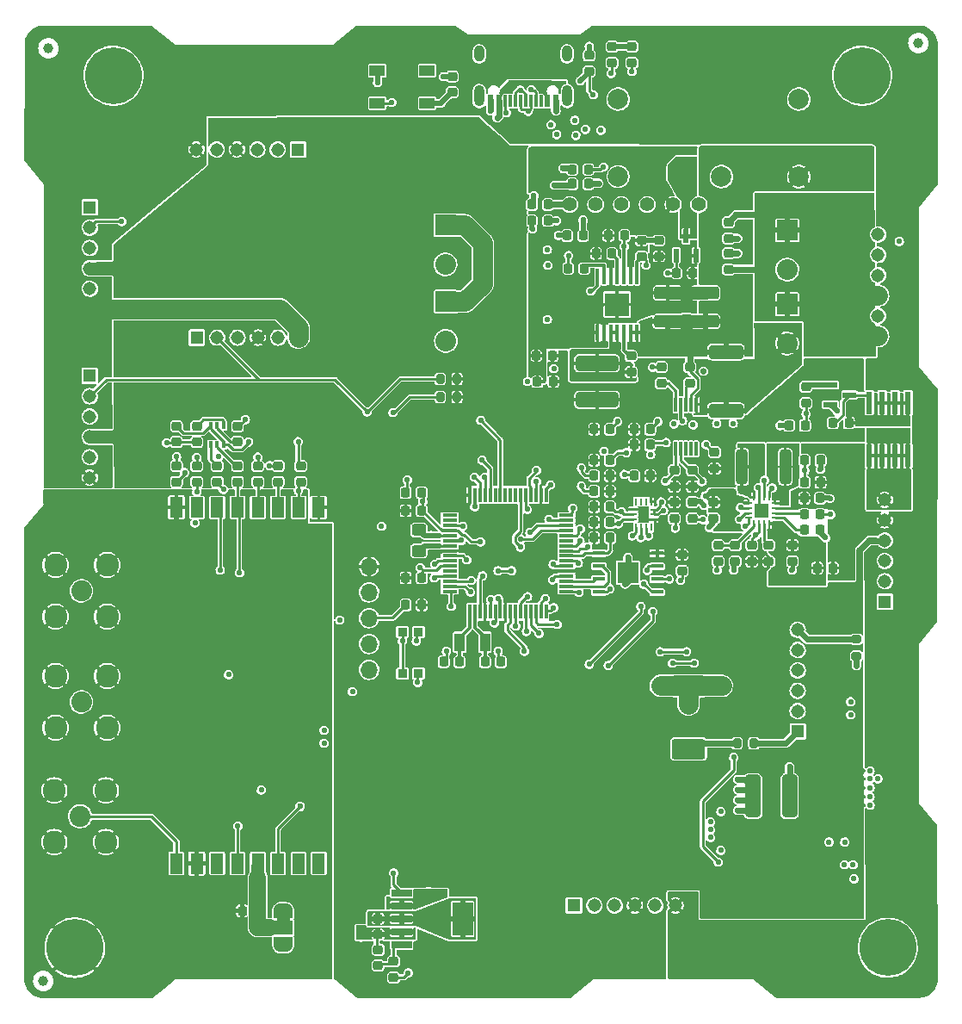
<source format=gtl>
%TF.GenerationSoftware,KiCad,Pcbnew,(6.0.5)*%
%TF.CreationDate,2022-08-04T22:39:56-07:00*%
%TF.ProjectId,mainboard,6d61696e-626f-4617-9264-2e6b69636164,rev?*%
%TF.SameCoordinates,Original*%
%TF.FileFunction,Copper,L1,Top*%
%TF.FilePolarity,Positive*%
%FSLAX46Y46*%
G04 Gerber Fmt 4.6, Leading zero omitted, Abs format (unit mm)*
G04 Created by KiCad (PCBNEW (6.0.5)) date 2022-08-04 22:39:56*
%MOMM*%
%LPD*%
G01*
G04 APERTURE LIST*
G04 Aperture macros list*
%AMRoundRect*
0 Rectangle with rounded corners*
0 $1 Rounding radius*
0 $2 $3 $4 $5 $6 $7 $8 $9 X,Y pos of 4 corners*
0 Add a 4 corners polygon primitive as box body*
4,1,4,$2,$3,$4,$5,$6,$7,$8,$9,$2,$3,0*
0 Add four circle primitives for the rounded corners*
1,1,$1+$1,$2,$3*
1,1,$1+$1,$4,$5*
1,1,$1+$1,$6,$7*
1,1,$1+$1,$8,$9*
0 Add four rect primitives between the rounded corners*
20,1,$1+$1,$2,$3,$4,$5,0*
20,1,$1+$1,$4,$5,$6,$7,0*
20,1,$1+$1,$6,$7,$8,$9,0*
20,1,$1+$1,$8,$9,$2,$3,0*%
%AMFreePoly0*
4,1,24,0.750000,-0.950000,0.000000,-0.950000,0.000000,-0.945015,-0.095001,-0.943523,-0.257687,-0.900844,-0.405497,-0.820589,-0.529897,-0.707394,-0.623705,-0.567793,-0.681505,-0.409846,-0.699153,-0.250000,-0.700000,-0.250000,-0.700000,0.250000,-0.699153,0.250000,-0.699962,0.257330,-0.678008,0.424083,-0.616912,0.580786,-0.520201,0.718391,-0.393458,0.828956,-0.244000,0.906097,-0.080456,0.945361,
0.000000,0.944940,0.000000,0.950000,0.750000,0.950000,0.750000,-0.950000,0.750000,-0.950000,$1*%
%AMFreePoly1*
4,1,22,0.000000,0.944940,0.087733,0.944480,0.250858,0.903506,0.399499,0.824804,0.525078,0.712918,0.620343,0.574307,0.679794,0.416973,0.700000,0.250000,0.700000,-0.250000,0.699846,-0.264660,0.676148,-0.431173,0.613415,-0.587228,0.515268,-0.723813,0.387374,-0.833045,0.237117,-0.908617,0.073170,-0.946165,0.000000,-0.945015,0.000000,-0.950000,-0.750000,-0.950000,-0.750000,0.950000,
0.000000,0.950000,0.000000,0.944940,0.000000,0.944940,$1*%
G04 Aperture macros list end*
%TA.AperFunction,SMDPad,CuDef*%
%ADD10RoundRect,0.200000X-0.200000X-0.275000X0.200000X-0.275000X0.200000X0.275000X-0.200000X0.275000X0*%
%TD*%
%TA.AperFunction,SMDPad,CuDef*%
%ADD11RoundRect,0.200000X0.275000X-0.200000X0.275000X0.200000X-0.275000X0.200000X-0.275000X-0.200000X0*%
%TD*%
%TA.AperFunction,SMDPad,CuDef*%
%ADD12RoundRect,0.250000X-1.400000X0.750000X-1.400000X-0.750000X1.400000X-0.750000X1.400000X0.750000X0*%
%TD*%
%TA.AperFunction,SMDPad,CuDef*%
%ADD13RoundRect,0.218750X0.218750X0.256250X-0.218750X0.256250X-0.218750X-0.256250X0.218750X-0.256250X0*%
%TD*%
%TA.AperFunction,SMDPad,CuDef*%
%ADD14RoundRect,0.218750X-0.256250X0.218750X-0.256250X-0.218750X0.256250X-0.218750X0.256250X0.218750X0*%
%TD*%
%TA.AperFunction,SMDPad,CuDef*%
%ADD15RoundRect,0.218750X-0.218750X-0.256250X0.218750X-0.256250X0.218750X0.256250X-0.218750X0.256250X0*%
%TD*%
%TA.AperFunction,SMDPad,CuDef*%
%ADD16RoundRect,0.218750X0.256250X-0.218750X0.256250X0.218750X-0.256250X0.218750X-0.256250X-0.218750X0*%
%TD*%
%TA.AperFunction,SMDPad,CuDef*%
%ADD17R,0.304800X1.600200*%
%TD*%
%TA.AperFunction,SMDPad,CuDef*%
%ADD18R,2.460000X2.310000*%
%TD*%
%TA.AperFunction,SMDPad,CuDef*%
%ADD19R,1.320800X0.558800*%
%TD*%
%TA.AperFunction,SMDPad,CuDef*%
%ADD20R,0.300000X1.475000*%
%TD*%
%TA.AperFunction,SMDPad,CuDef*%
%ADD21R,1.475000X0.300000*%
%TD*%
%TA.AperFunction,SMDPad,CuDef*%
%ADD22R,0.609600X2.209800*%
%TD*%
%TA.AperFunction,SMDPad,CuDef*%
%ADD23RoundRect,0.250000X-0.312500X-1.450000X0.312500X-1.450000X0.312500X1.450000X-0.312500X1.450000X0*%
%TD*%
%TA.AperFunction,ComponentPad*%
%ADD24O,1.700000X1.700000*%
%TD*%
%TA.AperFunction,SMDPad,CuDef*%
%ADD25R,1.200000X0.450000*%
%TD*%
%TA.AperFunction,SMDPad,CuDef*%
%ADD26R,2.100000X2.100000*%
%TD*%
%TA.AperFunction,SMDPad,CuDef*%
%ADD27R,0.700000X0.250000*%
%TD*%
%TA.AperFunction,SMDPad,CuDef*%
%ADD28R,0.250000X0.700000*%
%TD*%
%TA.AperFunction,SMDPad,CuDef*%
%ADD29R,1.450000X1.450000*%
%TD*%
%TA.AperFunction,ComponentPad*%
%ADD30C,5.600000*%
%TD*%
%TA.AperFunction,SMDPad,CuDef*%
%ADD31C,1.000000*%
%TD*%
%TA.AperFunction,ComponentPad*%
%ADD32C,2.006600*%
%TD*%
%TA.AperFunction,ComponentPad*%
%ADD33C,2.050000*%
%TD*%
%TA.AperFunction,ComponentPad*%
%ADD34C,2.250000*%
%TD*%
%TA.AperFunction,SMDPad,CuDef*%
%ADD35R,1.500000X1.000000*%
%TD*%
%TA.AperFunction,SMDPad,CuDef*%
%ADD36R,0.250000X0.675000*%
%TD*%
%TA.AperFunction,SMDPad,CuDef*%
%ADD37R,0.675000X0.250000*%
%TD*%
%TA.AperFunction,SMDPad,CuDef*%
%ADD38RoundRect,0.250000X-0.450000X0.325000X-0.450000X-0.325000X0.450000X-0.325000X0.450000X0.325000X0*%
%TD*%
%TA.AperFunction,SMDPad,CuDef*%
%ADD39R,1.000000X1.800000*%
%TD*%
%TA.AperFunction,ComponentPad*%
%ADD40R,2.032000X2.032000*%
%TD*%
%TA.AperFunction,ComponentPad*%
%ADD41C,2.032000*%
%TD*%
%TA.AperFunction,SMDPad,CuDef*%
%ADD42RoundRect,0.250000X-1.425000X0.425000X-1.425000X-0.425000X1.425000X-0.425000X1.425000X0.425000X0*%
%TD*%
%TA.AperFunction,SMDPad,CuDef*%
%ADD43RoundRect,0.333000X-1.767000X0.417000X-1.767000X-0.417000X1.767000X-0.417000X1.767000X0.417000X0*%
%TD*%
%TA.AperFunction,SMDPad,CuDef*%
%ADD44R,0.558800X1.320800*%
%TD*%
%TA.AperFunction,SMDPad,CuDef*%
%ADD45RoundRect,0.250000X1.075000X-0.375000X1.075000X0.375000X-1.075000X0.375000X-1.075000X-0.375000X0*%
%TD*%
%TA.AperFunction,SMDPad,CuDef*%
%ADD46R,0.330200X1.350000*%
%TD*%
%TA.AperFunction,SMDPad,CuDef*%
%ADD47R,1.300000X2.000000*%
%TD*%
%TA.AperFunction,SMDPad,CuDef*%
%ADD48R,4.700000X11.500000*%
%TD*%
%TA.AperFunction,SMDPad,CuDef*%
%ADD49R,0.900000X0.900000*%
%TD*%
%TA.AperFunction,SMDPad,CuDef*%
%ADD50R,0.400000X0.650000*%
%TD*%
%TA.AperFunction,SMDPad,CuDef*%
%ADD51R,2.000000X0.650000*%
%TD*%
%TA.AperFunction,SMDPad,CuDef*%
%ADD52R,2.000000X3.200000*%
%TD*%
%TA.AperFunction,SMDPad,CuDef*%
%ADD53FreePoly0,270.000000*%
%TD*%
%TA.AperFunction,SMDPad,CuDef*%
%ADD54R,1.900000X1.400000*%
%TD*%
%TA.AperFunction,SMDPad,CuDef*%
%ADD55FreePoly1,270.000000*%
%TD*%
%TA.AperFunction,SMDPad,CuDef*%
%ADD56R,0.600000X1.150000*%
%TD*%
%TA.AperFunction,SMDPad,CuDef*%
%ADD57R,0.300000X1.150000*%
%TD*%
%TA.AperFunction,ComponentPad*%
%ADD58O,1.000000X2.100000*%
%TD*%
%TA.AperFunction,ComponentPad*%
%ADD59O,1.000000X1.600000*%
%TD*%
%TA.AperFunction,SMDPad,CuDef*%
%ADD60RoundRect,0.200000X0.200000X0.275000X-0.200000X0.275000X-0.200000X-0.275000X0.200000X-0.275000X0*%
%TD*%
%TA.AperFunction,SMDPad,CuDef*%
%ADD61RoundRect,0.333000X0.417000X1.767000X-0.417000X1.767000X-0.417000X-1.767000X0.417000X-1.767000X0*%
%TD*%
%TA.AperFunction,ComponentPad*%
%ADD62R,1.308000X1.308000*%
%TD*%
%TA.AperFunction,ComponentPad*%
%ADD63C,1.308000*%
%TD*%
%TA.AperFunction,ComponentPad*%
%ADD64C,1.400000*%
%TD*%
%TA.AperFunction,ViaPad*%
%ADD65C,0.584200*%
%TD*%
%TA.AperFunction,ViaPad*%
%ADD66C,0.600000*%
%TD*%
%TA.AperFunction,Conductor*%
%ADD67C,0.609600*%
%TD*%
%TA.AperFunction,Conductor*%
%ADD68C,1.905000*%
%TD*%
%TA.AperFunction,Conductor*%
%ADD69C,0.250000*%
%TD*%
%TA.AperFunction,Conductor*%
%ADD70C,0.279400*%
%TD*%
%TA.AperFunction,Conductor*%
%ADD71C,0.271780*%
%TD*%
%TA.AperFunction,Conductor*%
%ADD72C,0.508000*%
%TD*%
%TA.AperFunction,Conductor*%
%ADD73C,0.300000*%
%TD*%
%TA.AperFunction,Conductor*%
%ADD74C,0.293370*%
%TD*%
%TA.AperFunction,Conductor*%
%ADD75C,0.234950*%
%TD*%
%TA.AperFunction,Conductor*%
%ADD76C,0.406400*%
%TD*%
%TA.AperFunction,Conductor*%
%ADD77C,1.270000*%
%TD*%
%TA.AperFunction,Conductor*%
%ADD78C,0.330200*%
%TD*%
%TA.AperFunction,Conductor*%
%ADD79C,0.271781*%
%TD*%
%TA.AperFunction,Conductor*%
%ADD80C,0.304800*%
%TD*%
%TA.AperFunction,Conductor*%
%ADD81C,0.203200*%
%TD*%
%TA.AperFunction,Conductor*%
%ADD82C,0.228600*%
%TD*%
%TA.AperFunction,Conductor*%
%ADD83C,1.651000*%
%TD*%
G04 APERTURE END LIST*
D10*
X168593000Y-123190000D03*
X170243000Y-123190000D03*
D11*
X180340000Y-114617000D03*
X180340000Y-112967000D03*
D12*
X163830000Y-117550000D03*
X163830000Y-123750000D03*
D13*
X176809500Y-95377000D03*
X175234500Y-95377000D03*
D14*
X174053500Y-103733500D03*
X174053500Y-105308500D03*
D15*
X176475600Y-105966096D03*
X178050600Y-105966096D03*
D16*
X168402000Y-105308500D03*
X168402000Y-103733500D03*
D15*
X175205600Y-99097896D03*
X176780600Y-99097896D03*
X175205600Y-102235000D03*
X176780600Y-102235000D03*
D14*
X166291134Y-99501696D03*
X166291134Y-101076696D03*
D15*
X178028500Y-91694000D03*
X179603500Y-91694000D03*
D17*
X158766134Y-77289496D03*
X158116121Y-77289496D03*
X157466112Y-77289496D03*
X156816100Y-77289496D03*
X156166088Y-77289496D03*
X155516079Y-77289496D03*
X154866066Y-77289496D03*
X154866066Y-82826696D03*
X155516079Y-82826696D03*
X156166088Y-82826696D03*
X156816100Y-82826696D03*
X157466112Y-82826696D03*
X158116121Y-82826696D03*
X158766134Y-82826696D03*
D18*
X156816100Y-80058096D03*
D15*
X148945500Y-87630000D03*
X150520500Y-87630000D03*
X148853100Y-85090000D03*
X150428100Y-85090000D03*
D16*
X158178500Y-86703000D03*
X158178500Y-85128000D03*
D13*
X153568500Y-76517500D03*
X151993500Y-76517500D03*
X156299000Y-75057000D03*
X154724000Y-75057000D03*
D19*
X177783800Y-87995596D03*
X177783800Y-89900596D03*
X179663400Y-88948096D03*
D14*
X166751000Y-103733500D03*
X166751000Y-105308500D03*
D15*
X162661500Y-76962000D03*
X164236500Y-76962000D03*
D20*
X142300000Y-110259000D03*
X142800000Y-110259000D03*
X143300000Y-110259000D03*
X143800000Y-110259000D03*
X144300000Y-110259000D03*
X144800000Y-110259000D03*
X145300000Y-110259000D03*
X145800000Y-110259000D03*
X146300000Y-110259000D03*
X146800000Y-110259000D03*
X147300000Y-110259000D03*
X147800000Y-110259000D03*
X148300000Y-110259000D03*
X148800000Y-110259000D03*
X149300000Y-110259000D03*
X149800000Y-110259000D03*
D21*
X151788000Y-108271000D03*
X151788000Y-107771000D03*
X151788000Y-107271000D03*
X151788000Y-106771000D03*
X151788000Y-106271000D03*
X151788000Y-105771000D03*
X151788000Y-105271000D03*
X151788000Y-104771000D03*
X151788000Y-104271000D03*
X151788000Y-103771000D03*
X151788000Y-103271000D03*
X151788000Y-102771000D03*
X151788000Y-102271000D03*
X151788000Y-101771000D03*
X151788000Y-101271000D03*
X151788000Y-100771000D03*
D20*
X149800000Y-98783000D03*
X149300000Y-98783000D03*
X148800000Y-98783000D03*
X148300000Y-98783000D03*
X147800000Y-98783000D03*
X147300000Y-98783000D03*
X146800000Y-98783000D03*
X146300000Y-98783000D03*
X145800000Y-98783000D03*
X145300000Y-98783000D03*
X144800000Y-98783000D03*
X144300000Y-98783000D03*
X143800000Y-98783000D03*
X143300000Y-98783000D03*
X142800000Y-98783000D03*
X142300000Y-98783000D03*
D21*
X140312000Y-100771000D03*
X140312000Y-101271000D03*
X140312000Y-101771000D03*
X140312000Y-102271000D03*
X140312000Y-102771000D03*
X140312000Y-103271000D03*
X140312000Y-103771000D03*
X140312000Y-104271000D03*
X140312000Y-104771000D03*
X140312000Y-105271000D03*
X140312000Y-105771000D03*
X140312000Y-106271000D03*
X140312000Y-106771000D03*
X140312000Y-107271000D03*
X140312000Y-107771000D03*
X140312000Y-108271000D03*
D22*
X185420000Y-89712800D03*
X184150000Y-89712800D03*
X182880000Y-89712800D03*
X181610000Y-89712800D03*
X181610000Y-94945200D03*
X182880000Y-94945200D03*
X184150000Y-94945200D03*
X185420000Y-94945200D03*
D23*
X169058500Y-96012000D03*
X173333500Y-96012000D03*
D15*
X135991500Y-100330000D03*
X137566500Y-100330000D03*
D24*
X132384800Y-105816400D03*
X132384800Y-108356400D03*
X132384800Y-110896400D03*
X132384800Y-113436400D03*
X132384800Y-115976400D03*
D25*
X154996000Y-104521000D03*
X154996000Y-105791000D03*
X154996000Y-107061000D03*
X154996000Y-108331000D03*
X160726000Y-108331000D03*
X160726000Y-107061000D03*
X160726000Y-105791000D03*
X160726000Y-104521000D03*
D26*
X157861000Y-106426000D03*
D15*
X154533500Y-95377000D03*
X156108500Y-95377000D03*
D27*
X172316100Y-101046496D03*
X172316100Y-100546496D03*
X172316100Y-100046496D03*
X172316100Y-99546496D03*
D28*
X171766100Y-98996496D03*
X171266100Y-98996496D03*
X170766100Y-98996496D03*
X170266100Y-98996496D03*
D27*
X169716100Y-99546496D03*
X169716100Y-100046496D03*
X169716100Y-100546496D03*
X169716100Y-101046496D03*
D28*
X170266100Y-101596496D03*
X170766100Y-101596496D03*
X171266100Y-101596496D03*
X171766100Y-101596496D03*
D29*
X171016100Y-100296496D03*
D13*
X137566500Y-109601000D03*
X135991500Y-109601000D03*
D30*
X107236100Y-57564100D03*
X103426100Y-143294100D03*
X183426100Y-143294100D03*
X180896100Y-57564100D03*
D31*
X100330000Y-146558000D03*
D32*
X156892300Y-67485096D03*
X156892300Y-59865096D03*
X167052300Y-67485096D03*
X174672300Y-59865096D03*
X174672300Y-67485096D03*
D16*
X154051000Y-57155500D03*
X154051000Y-55580500D03*
D14*
X158254700Y-54711500D03*
X158254700Y-56286500D03*
D33*
X104076500Y-108204000D03*
D34*
X101536500Y-105664000D03*
X106616500Y-105664000D03*
X106616500Y-110744000D03*
X101536500Y-110744000D03*
D13*
X153949500Y-66776600D03*
X152374500Y-66776600D03*
D15*
X148437500Y-71818500D03*
X150012500Y-71818500D03*
D14*
X159194500Y-73761500D03*
X159194500Y-75336500D03*
D15*
X151866500Y-73279000D03*
X153441500Y-73279000D03*
D33*
X103949500Y-130365500D03*
D34*
X106489500Y-127825500D03*
X101409500Y-132905500D03*
X106489500Y-132905500D03*
X101409500Y-127825500D03*
D33*
X104076500Y-119126000D03*
D34*
X101536500Y-116586000D03*
X101536500Y-121666000D03*
X106616500Y-121666000D03*
X106616500Y-116586000D03*
D35*
X138086000Y-60274000D03*
X138086000Y-57074000D03*
X133186000Y-57074000D03*
X133186000Y-60274000D03*
D13*
X156108500Y-102997000D03*
X154533500Y-102997000D03*
D14*
X162433000Y-99501696D03*
X162433000Y-101076696D03*
D36*
X158635000Y-101973000D03*
X159135000Y-101973000D03*
X159635000Y-101973000D03*
X160135000Y-101973000D03*
D37*
X160397000Y-101211000D03*
X160397000Y-100711000D03*
X160397000Y-100211000D03*
D36*
X160135000Y-99449000D03*
X159635000Y-99449000D03*
X159135000Y-99449000D03*
X158635000Y-99449000D03*
D37*
X158373000Y-100211000D03*
X158373000Y-100711000D03*
X158373000Y-101211000D03*
D16*
X164211000Y-101076696D03*
X164211000Y-99501696D03*
D14*
X163195000Y-104670596D03*
X163195000Y-106245596D03*
D15*
X135991500Y-106934000D03*
X137566500Y-106934000D03*
D13*
X137566500Y-98552000D03*
X135991500Y-98552000D03*
D38*
X137287000Y-102226000D03*
X137287000Y-104276000D03*
D15*
X175205600Y-100700296D03*
X176780600Y-100700296D03*
X175234500Y-97536000D03*
X176809500Y-97536000D03*
D16*
X140589000Y-59207500D03*
X140589000Y-57632500D03*
D13*
X157505500Y-73279000D03*
X155930500Y-73279000D03*
D15*
X148399500Y-70231000D03*
X149974500Y-70231000D03*
X154533500Y-99949000D03*
X156108500Y-99949000D03*
X154533500Y-101473000D03*
X156108500Y-101473000D03*
D13*
X160045500Y-96901000D03*
X158470500Y-96901000D03*
X156108500Y-98425000D03*
X154533500Y-98425000D03*
D16*
X162433000Y-97942500D03*
X162433000Y-96367500D03*
X164211000Y-97942500D03*
X164211000Y-96367500D03*
D15*
X158470500Y-93853000D03*
X160045500Y-93853000D03*
D16*
X166370000Y-96164500D03*
X166370000Y-94589500D03*
D13*
X156108500Y-96901000D03*
X154533500Y-96901000D03*
D15*
X143789300Y-115183920D03*
X145364300Y-115183920D03*
D39*
X141294800Y-113278920D03*
X143794800Y-113278920D03*
D13*
X141300300Y-115183920D03*
X139725300Y-115183920D03*
D15*
X154533500Y-92329000D03*
X156108500Y-92329000D03*
D40*
X173532800Y-80035400D03*
D41*
X173532800Y-83891000D03*
D16*
X160909000Y-75336500D03*
X160909000Y-73761500D03*
X156293500Y-56286500D03*
X156293500Y-54711500D03*
D42*
X167513000Y-84730000D03*
X167513000Y-90530000D03*
D43*
X154813000Y-85830000D03*
X154813000Y-89430000D03*
D44*
X162623500Y-75234800D03*
X164528500Y-75234800D03*
X163576000Y-73355200D03*
D40*
X139954000Y-79781400D03*
D41*
X139954000Y-83637000D03*
D13*
X175285500Y-91948000D03*
X173710500Y-91948000D03*
D14*
X175387000Y-88160596D03*
X175387000Y-89735596D03*
D45*
X161769100Y-81712096D03*
X161769100Y-78912096D03*
X165481000Y-81712096D03*
X165481000Y-78912096D03*
D15*
X158470500Y-92329000D03*
X160045500Y-92329000D03*
D14*
X167767000Y-71983500D03*
X167767000Y-73558500D03*
X163957000Y-86207500D03*
X163957000Y-87782500D03*
D46*
X164576001Y-89905000D03*
X164075999Y-89905000D03*
X163576000Y-89905000D03*
X163076001Y-89905000D03*
X162575999Y-89905000D03*
X162575999Y-94255000D03*
X163076001Y-94255000D03*
X163576000Y-94255000D03*
X164075999Y-94255000D03*
X164576001Y-94255000D03*
D47*
X113438600Y-135011500D03*
X115438600Y-135011500D03*
X117438600Y-135011500D03*
X119438600Y-135011500D03*
X121438600Y-135011500D03*
X123438600Y-135011500D03*
X125438600Y-135011500D03*
X127438600Y-135011500D03*
X127438600Y-100011500D03*
X125438600Y-100011500D03*
X123438600Y-100011500D03*
X121438600Y-100011500D03*
X119438600Y-100011500D03*
X117438600Y-100011500D03*
X115438600Y-100011500D03*
X113438600Y-100011500D03*
D48*
X121938600Y-120411500D03*
D14*
X133266000Y-143484500D03*
X133266000Y-145059500D03*
X170053000Y-103733500D03*
X170053000Y-105308500D03*
X171703040Y-103733500D03*
X171703040Y-105308500D03*
D49*
X135661500Y-112250000D03*
X135661500Y-116350000D03*
X137261500Y-112250000D03*
X137261500Y-116350000D03*
D16*
X167767000Y-76606500D03*
X167767000Y-75031500D03*
X115438600Y-97498000D03*
X115438600Y-95923000D03*
X113438600Y-97498000D03*
X113438600Y-95923000D03*
D14*
X119438600Y-95923000D03*
X119438600Y-97498000D03*
D16*
X121438600Y-97498000D03*
X121438600Y-95923000D03*
X113438600Y-93586400D03*
X113438600Y-92011400D03*
X119438600Y-93586400D03*
X119438600Y-92011400D03*
D50*
X116788600Y-93850500D03*
X117438600Y-93850500D03*
X118088600Y-93850500D03*
X118088600Y-91950500D03*
X117438600Y-91950500D03*
X116788600Y-91950500D03*
D14*
X115438600Y-92011400D03*
X115438600Y-93586400D03*
X117438600Y-95923000D03*
X117438600Y-97498000D03*
X123438600Y-95923000D03*
X123438600Y-97498000D03*
D16*
X125666500Y-97498000D03*
X125666500Y-95923000D03*
D51*
X135600000Y-137922000D03*
X135600000Y-139192000D03*
X135600000Y-140462000D03*
X135600000Y-141732000D03*
X135600000Y-143002000D03*
D52*
X141600000Y-140462000D03*
D53*
X123939300Y-139625600D03*
D54*
X123939300Y-141325600D03*
D55*
X123939300Y-143025600D03*
D15*
X119913300Y-139674600D03*
X121488300Y-139674600D03*
D14*
X134790000Y-144627500D03*
X134790000Y-146202500D03*
X133266000Y-140436500D03*
X133266000Y-142011500D03*
D15*
X152374500Y-68199000D03*
X153949500Y-68199000D03*
D14*
X161163000Y-86207500D03*
X161163000Y-87782500D03*
D56*
X150752000Y-60038000D03*
X149952000Y-60038000D03*
D57*
X148802000Y-60038000D03*
X147802000Y-60038000D03*
X147302000Y-60038000D03*
X146302000Y-60038000D03*
D56*
X145152000Y-60038000D03*
X144352000Y-60038000D03*
D57*
X145802000Y-60038000D03*
X146802000Y-60038000D03*
X148302000Y-60038000D03*
X149302000Y-60038000D03*
D58*
X143232000Y-59563000D03*
X151872000Y-59563000D03*
D59*
X151872000Y-55413000D03*
X143232000Y-55413000D03*
D60*
X141033000Y-89154000D03*
X139383000Y-89154000D03*
X141033000Y-87376000D03*
X139383000Y-87376000D03*
D61*
X173758000Y-128397000D03*
X170158000Y-128397000D03*
D62*
X182473600Y-83181200D03*
D63*
X182473600Y-81181200D03*
X182473600Y-79181200D03*
X182473600Y-77181200D03*
X182473600Y-75181200D03*
X182473600Y-73181200D03*
D62*
X174561500Y-122030500D03*
D63*
X174561500Y-120030500D03*
X174561500Y-118030500D03*
X174561500Y-116030500D03*
X174561500Y-114030500D03*
X174561500Y-112030500D03*
D62*
X183134000Y-109267000D03*
D63*
X183134000Y-107267000D03*
X183134000Y-105267000D03*
X183134000Y-103267000D03*
X183134000Y-101267000D03*
X183134000Y-99267000D03*
D62*
X152543500Y-139128500D03*
D63*
X154543500Y-139128500D03*
X156543500Y-139128500D03*
X158543500Y-139128500D03*
X160543500Y-139128500D03*
X162543500Y-139128500D03*
D62*
X104902000Y-70501500D03*
D63*
X104902000Y-72501500D03*
X104902000Y-74501500D03*
X104902000Y-76501500D03*
X104902000Y-78501500D03*
X104902000Y-80501500D03*
D62*
X115446800Y-83312000D03*
D63*
X117446800Y-83312000D03*
X119446800Y-83312000D03*
X121446800Y-83312000D03*
X123446800Y-83312000D03*
X125446800Y-83312000D03*
D62*
X125396000Y-64820800D03*
D63*
X123396000Y-64820800D03*
X121396000Y-64820800D03*
X119396000Y-64820800D03*
X117396000Y-64820800D03*
X115396000Y-64820800D03*
D62*
X104902000Y-87075000D03*
D63*
X104902000Y-89075000D03*
X104902000Y-91075000D03*
X104902000Y-93075000D03*
X104902000Y-95075000D03*
X104902000Y-97075000D03*
D40*
X139903200Y-72263000D03*
D41*
X139903200Y-76118600D03*
D40*
X173532800Y-72771000D03*
D41*
X173532800Y-76626600D03*
D31*
X186436000Y-54356000D03*
X100838000Y-54864000D03*
D64*
X152146000Y-70231000D03*
X154686000Y-70231000D03*
X157226000Y-70231000D03*
X159766000Y-70231000D03*
X162306000Y-70231000D03*
X164846000Y-70231000D03*
D65*
X180340000Y-115570000D03*
X166370000Y-117094000D03*
X163830000Y-118364000D03*
X164592000Y-117602000D03*
X162866000Y-117550000D03*
X167080000Y-117550000D03*
X161544000Y-117550000D03*
X163830000Y-119126000D03*
X129511100Y-111084196D03*
X115757000Y-111300096D03*
X115706200Y-115262496D03*
X111997800Y-117221000D03*
X108441800Y-112722496D03*
X115757000Y-112468496D03*
X118678000Y-111046096D03*
X113521800Y-110233296D03*
X114592100Y-117345296D03*
X114588600Y-110233296D03*
X108441800Y-113738496D03*
X118678000Y-113992496D03*
X118678000Y-112519296D03*
X172056100Y-98092096D03*
X115757000Y-110233296D03*
X112458500Y-110233296D03*
X108441800Y-114754496D03*
X115706200Y-114297296D03*
X170766100Y-100046496D03*
X171361237Y-100649596D03*
X113191600Y-114856096D03*
X113191600Y-112697096D03*
X111032600Y-114856096D03*
X111032600Y-112697096D03*
D66*
X114490500Y-130492500D03*
X112712500Y-130492500D03*
X108018580Y-129528060D03*
X109283500Y-132667500D03*
X110553500Y-132667500D03*
X109283500Y-131397500D03*
X110553500Y-131397500D03*
X109288580Y-127038860D03*
X111828580Y-129528060D03*
X111828580Y-127038860D03*
X109288580Y-129528060D03*
X110558580Y-127038860D03*
X110558580Y-128308860D03*
X111828580Y-128308860D03*
X109288580Y-128308860D03*
X110558580Y-129528060D03*
D65*
X114617500Y-116306600D03*
D66*
X142156000Y-141605000D03*
X142156000Y-139446000D03*
D65*
X107835700Y-120142000D03*
X108902500Y-120142000D03*
X110426500Y-118618000D03*
X109664500Y-119380000D03*
X111442500Y-118872000D03*
X109918500Y-120396000D03*
X110680500Y-119634000D03*
X108394500Y-107188000D03*
X109410500Y-107696000D03*
X110934500Y-109220000D03*
X110172500Y-108458000D03*
X111188500Y-108204000D03*
X110426500Y-107442000D03*
X109410500Y-106680000D03*
X108290360Y-106166920D03*
X154813000Y-73533000D03*
X145093023Y-114167920D03*
X140004800Y-114167920D03*
X109504480Y-110848140D03*
X108635800Y-117706140D03*
X107904280Y-118437660D03*
X109296200Y-116862860D03*
D66*
X113601500Y-131381500D03*
X108013500Y-131397500D03*
X111823500Y-132667500D03*
X111823500Y-134175500D03*
X115379500Y-136588500D03*
X111823500Y-136588500D03*
X113093500Y-136588500D03*
X114236500Y-136588500D03*
X110553500Y-136588500D03*
X109283500Y-136588500D03*
X110553500Y-134175500D03*
X109283500Y-134175500D03*
X116395500Y-136588500D03*
X113601500Y-129528060D03*
X116395500Y-131635500D03*
D65*
X111188500Y-117856000D03*
X112204500Y-118237000D03*
X111569500Y-109855000D03*
X112077500Y-109093000D03*
X112098378Y-113778150D03*
D66*
X141013000Y-141605000D03*
X172847028Y-91948000D03*
X111823500Y-135318500D03*
X110553500Y-135318500D03*
X109283500Y-135318500D03*
X116395500Y-132667500D03*
D65*
X114998500Y-132675400D03*
D66*
X135600000Y-140462000D03*
X118688600Y-123444000D03*
X120078500Y-123444000D03*
X119443500Y-121856500D03*
X119443500Y-124777500D03*
X141600000Y-140462000D03*
X141013000Y-139446000D03*
X139362000Y-140462000D03*
D65*
X137160000Y-117221000D03*
X139700000Y-57657968D03*
X160274000Y-86233000D03*
X118681500Y-115316000D03*
X157558670Y-107554376D03*
X157861000Y-104902000D03*
X177291990Y-102997000D03*
X161150000Y-99470000D03*
X150241000Y-97789990D03*
X141478000Y-103251000D03*
X163039415Y-107164853D03*
X165862000Y-101981000D03*
X162534600Y-102044500D03*
X169416121Y-101880720D03*
X170688000Y-98057978D03*
X178435000Y-90550992D03*
X177736512Y-99123500D03*
X163228020Y-91485720D03*
X161360000Y-100310000D03*
X176784000Y-96265946D03*
X133223000Y-58229500D03*
X159880538Y-102796073D03*
X136230508Y-145763830D03*
X150495000Y-105613194D03*
X114998500Y-131635500D03*
X173990000Y-106172026D03*
X163576000Y-75691990D03*
X156083000Y-108004589D03*
X165353581Y-99822000D03*
X113445596Y-101663500D03*
X137033000Y-113157000D03*
X159131000Y-102976402D03*
X168275004Y-106172000D03*
X142787262Y-99949008D03*
X145109398Y-108964855D03*
X132905500Y-128143000D03*
X130683000Y-145921200D03*
X123420500Y-143025600D03*
X124447300Y-143025600D03*
X147891500Y-105791000D03*
X141478000Y-98044000D03*
X152984198Y-106222800D03*
X162687000Y-86360036D03*
X134175500Y-128143000D03*
X161284439Y-101229348D03*
X140991989Y-66805564D03*
X114490500Y-97599506D03*
X135890000Y-102616000D03*
X129857500Y-127635000D03*
X165290500Y-86614000D03*
X139446000Y-60261500D03*
X145112578Y-107801400D03*
X135445500Y-128143000D03*
X165417500Y-96329500D03*
X129667000Y-145921200D03*
X148977822Y-100028890D03*
X163309300Y-97398840D03*
X132884707Y-96647000D03*
X159639000Y-76200054D03*
X151447500Y-85026500D03*
X121794254Y-127775956D03*
X142450000Y-107190600D03*
X141986000Y-105156000D03*
X138862333Y-105615821D03*
X143353747Y-103387546D03*
X137667998Y-99440984D03*
X135661400Y-113131600D03*
X137750000Y-138250000D03*
X181688000Y-126697000D03*
X147977860Y-87627462D03*
X149923500Y-81534000D03*
X138250000Y-137750000D03*
X165484200Y-98853386D03*
X181688000Y-129286000D03*
X168783000Y-99187000D03*
X181688000Y-127557000D03*
X149923500Y-74676000D03*
X181688000Y-125906000D03*
X182450000Y-126697000D03*
X181688000Y-128446000D03*
X142748000Y-97028038D03*
X147269194Y-58978800D03*
X150291802Y-62382400D03*
X143764000Y-97028000D03*
X150850602Y-63347600D03*
X148056596Y-61061600D03*
X153162000Y-102108000D03*
X161797996Y-76962000D03*
X180594000Y-90424000D03*
X180090000Y-89960000D03*
X162486000Y-66192400D03*
X165222346Y-101218996D03*
X149733000Y-108966000D03*
X120532173Y-93576117D03*
X150088600Y-101193600D03*
X125412492Y-93535508D03*
X148209022Y-102489000D03*
X121448264Y-95068454D03*
X115436533Y-95098030D03*
X147319996Y-103124000D03*
X122593101Y-95897700D03*
X113439862Y-95017519D03*
X161925000Y-107061000D03*
X152971500Y-105473500D03*
X150444200Y-107111800D03*
X159766000Y-106206909D03*
X153035000Y-108370000D03*
X159410000Y-107560000D03*
X138532000Y-102771000D03*
X152019000Y-75247500D03*
X157479994Y-74358508D03*
X150545649Y-109859944D03*
X166624000Y-106172000D03*
X175260000Y-96392984D03*
X171295947Y-97331943D03*
X168840000Y-101180000D03*
X168940526Y-100029000D03*
X136144000Y-97310585D03*
X143498559Y-95365551D03*
X147980062Y-108780025D03*
X170434000Y-102743000D03*
X127952500Y-121920000D03*
X140462002Y-109728000D03*
X127952500Y-123190002D03*
X142367000Y-108331000D03*
X118554500Y-116459008D03*
X130746500Y-118110000D03*
X138811000Y-106934000D03*
X117747136Y-106172000D03*
X119634000Y-106426000D03*
X137414000Y-105918000D03*
D66*
X125603000Y-129413000D03*
D65*
X144706619Y-111365136D03*
X145880510Y-61214000D03*
X148336000Y-58928000D03*
X154061149Y-54689867D03*
X168656000Y-75031500D03*
X148463044Y-72644000D03*
X151028400Y-73279000D03*
X150774400Y-61036200D03*
D66*
X151485600Y-66675004D03*
D65*
X168656000Y-73558500D03*
X144353278Y-61020960D03*
X148590000Y-69342000D03*
X144983204Y-61722000D03*
X153162000Y-58077110D03*
X149415516Y-58928000D03*
X155194000Y-62941200D03*
X154432000Y-59435984D03*
X154051000Y-115443000D03*
X157688280Y-94625160D03*
X162384740Y-91815920D03*
X153141198Y-103331750D03*
X159131000Y-109728000D03*
X155927424Y-115541424D03*
X160308924Y-110264576D03*
X153289000Y-96139000D03*
X166598578Y-91749582D03*
X153870000Y-103910000D03*
X168503500Y-71247000D03*
X150622000Y-68326000D03*
X154965400Y-68122800D03*
X119468900Y-131330700D03*
X144372787Y-109067600D03*
X134620000Y-60198000D03*
X143383000Y-91440000D03*
X173199100Y-99235096D03*
X177800000Y-100711000D03*
X150824832Y-71831568D03*
X153441400Y-71755000D03*
X117602000Y-94996000D03*
X141605000Y-101853986D03*
X120205500Y-91376500D03*
X133604000Y-101854000D03*
X158305500Y-102806500D03*
X150558500Y-86360000D03*
X154178000Y-78740048D03*
X157226000Y-100457000D03*
X160091120Y-94791540D03*
X160782000Y-91567000D03*
X155506422Y-94485460D03*
X156926280Y-101630480D03*
X156845000Y-91567000D03*
X118046500Y-98234500D03*
X125438600Y-98361500D03*
X157507940Y-96758760D03*
X153289000Y-97917000D03*
X153672540Y-62844680D03*
X164266880Y-91892120D03*
X161544000Y-97409000D03*
X168210000Y-91740000D03*
X165163504Y-97472500D03*
X152734044Y-63439050D03*
X161620000Y-93620000D03*
X165549580Y-93840300D03*
X149987000Y-76200000D03*
X147955000Y-100202990D03*
X156210000Y-57340502D03*
X152628600Y-61950600D03*
X158242000Y-57150000D03*
X155448000Y-66548000D03*
X124447300Y-139625600D03*
X123420500Y-139625600D03*
X131598000Y-142250000D03*
X131598000Y-141500000D03*
X147290304Y-103915696D03*
X134793991Y-135936991D03*
X114236500Y-96583500D03*
X115439817Y-98487335D03*
X112458500Y-93662500D03*
X115252500Y-101536500D03*
X168656000Y-126746000D03*
X168656000Y-128778000D03*
X179146200Y-135128000D03*
X167005000Y-129921000D03*
X168656000Y-129794000D03*
X180086000Y-136525000D03*
X167005000Y-133731000D03*
X168656000Y-127762000D03*
X179197000Y-132892800D03*
X180009800Y-135128000D03*
X177647600Y-132892800D03*
X165989000Y-131699000D03*
X165989000Y-132461000D03*
X165989000Y-130937000D03*
X173758000Y-125498000D03*
X147675600Y-114147600D03*
X161036000Y-114198400D03*
X179768809Y-119113609D03*
X163626800Y-114198400D03*
X143560800Y-106730800D03*
X162255200Y-115316000D03*
X184556400Y-73863200D03*
X179781200Y-120396000D03*
X145084800Y-106222800D03*
X164388800Y-115316000D03*
X146405600Y-106222800D03*
X148844014Y-96370000D03*
X134747026Y-90678000D03*
X108051600Y-71903043D03*
X148855000Y-97472496D03*
X132207000Y-90614500D03*
X168275000Y-124587000D03*
X146810000Y-111680000D03*
X166751000Y-134874000D03*
X149098000Y-112395000D03*
X150876000Y-111506000D03*
X147878800Y-112191800D03*
X175387000Y-90805000D03*
X152425400Y-100075998D03*
D67*
X180340000Y-114617000D02*
X180340000Y-115570000D01*
X175498000Y-112967000D02*
X174561500Y-112030500D01*
X180340000Y-112967000D02*
X175498000Y-112967000D01*
X173402000Y-123190000D02*
X174561500Y-122030500D01*
X170243000Y-123190000D02*
X173402000Y-123190000D01*
X168593000Y-123190000D02*
X164390000Y-123190000D01*
X164390000Y-123190000D02*
X163830000Y-123750000D01*
D68*
X163830000Y-118364000D02*
X163830000Y-117550000D01*
X164390000Y-117550000D02*
X167080000Y-117550000D01*
X162866000Y-117550000D02*
X161088000Y-117550000D01*
X163830000Y-117550000D02*
X164390000Y-117550000D01*
X163830000Y-117550000D02*
X162866000Y-117550000D01*
X163830000Y-119380000D02*
X163830000Y-118364000D01*
D69*
X171766100Y-98996496D02*
X171766100Y-98382096D01*
X171766100Y-98382096D02*
X172056100Y-98092096D01*
X170766100Y-98996496D02*
X170766100Y-100046496D01*
D70*
X171016100Y-100296496D02*
X171361237Y-100641634D01*
X171361237Y-100641634D02*
X171361237Y-100649596D01*
D69*
X171016100Y-100296496D02*
X170766100Y-100046496D01*
D71*
X140004800Y-114904420D02*
X140004800Y-114167920D01*
X145093023Y-114912643D02*
X145093023Y-114167920D01*
X145364300Y-115183920D02*
X145093023Y-114912643D01*
X139725300Y-115183920D02*
X140004800Y-114904420D01*
D72*
X173710500Y-91948000D02*
X172847028Y-91948000D01*
D70*
X163195000Y-107009268D02*
X163039415Y-107164853D01*
D69*
X170766100Y-98136078D02*
X170688000Y-98057978D01*
X161036000Y-99885500D02*
X161036000Y-99584000D01*
D72*
X113438600Y-100289596D02*
X113445596Y-100296592D01*
X168402000Y-105308500D02*
X168275004Y-105435496D01*
D73*
X142800000Y-98783000D02*
X142800000Y-99936270D01*
D72*
X166291134Y-101551866D02*
X165862000Y-101981000D01*
D73*
X149800000Y-98851000D02*
X149800000Y-98256000D01*
D71*
X150652806Y-105771000D02*
X150495000Y-105613194D01*
D74*
X134790000Y-146202500D02*
X135791838Y-146202500D01*
D70*
X162547300Y-102031800D02*
X162534600Y-102044500D01*
D72*
X164131996Y-99441000D02*
X164973000Y-99441000D01*
X176780600Y-102485610D02*
X177291990Y-102997000D01*
D70*
X162547300Y-101076696D02*
X162547300Y-102031800D01*
D74*
X160299500Y-86207500D02*
X160274000Y-86233000D01*
D72*
X113445596Y-101250409D02*
X113445596Y-101663500D01*
X163576010Y-75692000D02*
X163576000Y-75691990D01*
D69*
X160710500Y-100211000D02*
X161036000Y-99885500D01*
D75*
X160397000Y-100711000D02*
X160397000Y-100211000D01*
D72*
X133223000Y-58229500D02*
X133223000Y-57111000D01*
D76*
X174053500Y-105308500D02*
X174053500Y-106108526D01*
D69*
X159803673Y-102796073D02*
X159880538Y-102796073D01*
X169716100Y-101046496D02*
X169716100Y-101580741D01*
D73*
X140380000Y-103271000D02*
X141458000Y-103271000D01*
D75*
X160749000Y-100711000D02*
X161150000Y-100310000D01*
D72*
X139725468Y-57632500D02*
X139700000Y-57657968D01*
D69*
X159635000Y-101998000D02*
X159635000Y-102627400D01*
D72*
X113445596Y-100296592D02*
X113445596Y-101250409D01*
D73*
X150241000Y-97815000D02*
X150241000Y-97789990D01*
D72*
X176780600Y-102235000D02*
X176780600Y-102485610D01*
X177783800Y-89900596D02*
X178434196Y-90550992D01*
D69*
X161036000Y-99584000D02*
X161150000Y-99470000D01*
X159635000Y-102627400D02*
X159803673Y-102796073D01*
D73*
X141458000Y-103271000D02*
X141478000Y-103251000D01*
D75*
X137033000Y-112478500D02*
X137033000Y-113157000D01*
D67*
X157861000Y-107252046D02*
X157558670Y-107554376D01*
D69*
X160397000Y-100211000D02*
X160710500Y-100211000D01*
X159135000Y-102972402D02*
X159131000Y-102976402D01*
D72*
X176809500Y-96240446D02*
X176784000Y-96265946D01*
X164973000Y-99441000D02*
X165353581Y-99821581D01*
D67*
X157861000Y-106426000D02*
X157861000Y-107252046D01*
D77*
X165481000Y-78912096D02*
X161769100Y-78912096D01*
D70*
X154996000Y-108331000D02*
X155756589Y-108331000D01*
D72*
X177710908Y-99097896D02*
X177736512Y-99123500D01*
D78*
X163076001Y-91333701D02*
X163228020Y-91485720D01*
D72*
X165353581Y-99821581D02*
X165353581Y-99822000D01*
D73*
X145300000Y-110191000D02*
X145300000Y-109155457D01*
D75*
X137261500Y-112250000D02*
X137033000Y-112478500D01*
D72*
X176809500Y-95377000D02*
X176809500Y-96240446D01*
D75*
X160397000Y-100711000D02*
X160749000Y-100711000D01*
D72*
X176843100Y-99097896D02*
X177710908Y-99097896D01*
D74*
X161163000Y-86207500D02*
X160299500Y-86207500D01*
D69*
X169716100Y-101580741D02*
X169416121Y-101880720D01*
D73*
X149800000Y-98256000D02*
X150241000Y-97815000D01*
D78*
X163076001Y-90032000D02*
X163076001Y-91333701D01*
D67*
X157861000Y-106426000D02*
X157861000Y-104902000D01*
D69*
X170766100Y-98996496D02*
X170766100Y-98136078D01*
D72*
X168275004Y-105435496D02*
X168275004Y-106172000D01*
D69*
X159135000Y-101998000D02*
X159135000Y-102972402D01*
D76*
X174053500Y-106108526D02*
X173990000Y-106172026D01*
D75*
X142800000Y-99936270D02*
X142787262Y-99949008D01*
X137160000Y-116451500D02*
X137160000Y-117221000D01*
D74*
X135791838Y-146202500D02*
X136230508Y-145763830D01*
D72*
X166291134Y-101076696D02*
X166291134Y-101551866D01*
D70*
X163195000Y-106245596D02*
X163195000Y-107009268D01*
X155756589Y-108331000D02*
X156083000Y-108004589D01*
D72*
X140589000Y-57632500D02*
X139725468Y-57632500D01*
D73*
X145300000Y-109155457D02*
X145109398Y-108964855D01*
D72*
X178434196Y-90550992D02*
X178435000Y-90550992D01*
D71*
X151720000Y-105771000D02*
X150652806Y-105771000D01*
D75*
X161150000Y-100310000D02*
X161360000Y-100310000D01*
X137261500Y-116350000D02*
X137160000Y-116451500D01*
D79*
X159321500Y-75336500D02*
X159639000Y-75654000D01*
D70*
X139433500Y-60274000D02*
X139446000Y-60261500D01*
D71*
X165582500Y-96164500D02*
X165417500Y-96329500D01*
D70*
X171675100Y-105356596D02*
X171675100Y-104873100D01*
D79*
X159639000Y-75654000D02*
X159639000Y-76200054D01*
D72*
X138086000Y-60274000D02*
X139433500Y-60274000D01*
D71*
X140380000Y-104271000D02*
X139589320Y-104271000D01*
X160397000Y-101211000D02*
X160528000Y-101342000D01*
D72*
X140589000Y-59207500D02*
X140500000Y-59207500D01*
D67*
X183134000Y-103267000D02*
X181594000Y-103267000D01*
X181594000Y-103267000D02*
X180657500Y-104203500D01*
D71*
X160528000Y-101342000D02*
X160528000Y-101536500D01*
D69*
X161266091Y-101211000D02*
X161284439Y-101229348D01*
D70*
X171675100Y-105356596D02*
X171675100Y-105894096D01*
D80*
X158766134Y-77289496D02*
X158766134Y-75891866D01*
D72*
X140500000Y-59207500D02*
X139446000Y-60261500D01*
D70*
X171675100Y-104873100D02*
X171323000Y-104521000D01*
D77*
X104902000Y-93075000D02*
X107991400Y-93075000D01*
D80*
X158766134Y-75891866D02*
X159321500Y-75336500D01*
D77*
X104902000Y-76501500D02*
X107743500Y-76501500D01*
D71*
X166370000Y-96164500D02*
X165582500Y-96164500D01*
X139589320Y-104271000D02*
X139268200Y-104495600D01*
D70*
X171675100Y-105894096D02*
X171524196Y-106045000D01*
D69*
X160422000Y-101211000D02*
X161266091Y-101211000D01*
D67*
X180657500Y-104203500D02*
X180657500Y-107696000D01*
D71*
X142369600Y-107271000D02*
X142450000Y-107190600D01*
X140380000Y-107271000D02*
X142369600Y-107271000D01*
X140380000Y-104771000D02*
X141601000Y-104771000D01*
X135991500Y-109601000D02*
X134721600Y-110870900D01*
X134721600Y-110870900D02*
X132486500Y-110870900D01*
X132486500Y-110870900D02*
X132461000Y-110896400D01*
X141601000Y-104771000D02*
X141986000Y-105156000D01*
X139207154Y-105271000D02*
X138862333Y-105615821D01*
X140380000Y-105271000D02*
X139207154Y-105271000D01*
D75*
X135661500Y-113131500D02*
X135661400Y-113131600D01*
X135661500Y-113131700D02*
X135661400Y-113131600D01*
D71*
X139550008Y-102271000D02*
X139955810Y-102271000D01*
X141073601Y-102271000D02*
X141498610Y-102696009D01*
X141498610Y-102696009D02*
X141744397Y-102696009D01*
X141744397Y-102696009D02*
X142435934Y-103387546D01*
D75*
X135661500Y-116350000D02*
X135661500Y-113131700D01*
D71*
X142435934Y-103387546D02*
X143353747Y-103387546D01*
X140380000Y-102271000D02*
X141073601Y-102271000D01*
D75*
X135661500Y-112250000D02*
X135661500Y-113131500D01*
D71*
X137667998Y-99440984D02*
X137667998Y-100388990D01*
X137667998Y-100388990D02*
X139550008Y-102271000D01*
X137693500Y-99415482D02*
X137667998Y-99440984D01*
X137693500Y-98552000D02*
X137693500Y-99415482D01*
D69*
X172316100Y-100046496D02*
X174518500Y-100046496D01*
D68*
X123561195Y-80501500D02*
X125446800Y-82387105D01*
X125446800Y-82387105D02*
X125446800Y-83312000D01*
X104902000Y-80501500D02*
X123561195Y-80501500D01*
D69*
X170268205Y-101598601D02*
X170268205Y-101867295D01*
X170266100Y-101596496D02*
X170268205Y-101598601D01*
X170268205Y-101867295D02*
X168402000Y-103733500D01*
D71*
X168402000Y-103733500D02*
X166751000Y-103733500D01*
X166291134Y-99501696D02*
X166132510Y-99501696D01*
D74*
X164417231Y-87071305D02*
X164414305Y-87071305D01*
X164705695Y-88278305D02*
X164705695Y-87359769D01*
D69*
X169716100Y-99546496D02*
X169241556Y-99546496D01*
D81*
X169588180Y-99187000D02*
X169716100Y-99314920D01*
D74*
X163957000Y-86614000D02*
X163957000Y-86207500D01*
D81*
X169716100Y-99314920D02*
X169716100Y-99546496D01*
D74*
X164705695Y-87359769D02*
X164417231Y-87071305D01*
X164075999Y-88908001D02*
X164705695Y-88278305D01*
X164075999Y-89905000D02*
X164075999Y-88908001D01*
D71*
X165484200Y-98802800D02*
X165484200Y-98853386D01*
D67*
X163957000Y-86207500D02*
X163957000Y-85043000D01*
D74*
X164414305Y-87071305D02*
X163957000Y-86614000D01*
D71*
X165836599Y-98450401D02*
X165484200Y-98802800D01*
X166132510Y-99501696D02*
X165484200Y-98853386D01*
D81*
X168783000Y-99187000D02*
X169588180Y-99187000D01*
D71*
X166154099Y-98450401D02*
X165836599Y-98450401D01*
D77*
X165481000Y-81712096D02*
X161769100Y-81712096D01*
D74*
X143300000Y-97580038D02*
X142748000Y-97028038D01*
D70*
X146806600Y-60061800D02*
X146806600Y-59207400D01*
X147035200Y-58978800D02*
X147269194Y-58978800D01*
D74*
X143300000Y-98851000D02*
X143300000Y-97580038D01*
D70*
X147806600Y-60061800D02*
X147806600Y-59378028D01*
X147806600Y-59378028D02*
X147407372Y-58978800D01*
X146806600Y-59207400D02*
X147035200Y-58978800D01*
X147407372Y-58978800D02*
X147269194Y-58978800D01*
X147306600Y-60819600D02*
X147396200Y-60909200D01*
X147396200Y-60909200D02*
X147904196Y-60909200D01*
D74*
X143800000Y-97064000D02*
X143764000Y-97028000D01*
X143800000Y-98851000D02*
X143800000Y-97064000D01*
D70*
X148056600Y-61061600D02*
X148056596Y-61061600D01*
X148306600Y-60811600D02*
X148056600Y-61061600D01*
X147306600Y-60061800D02*
X147306600Y-60819600D01*
X147904196Y-60909200D02*
X148056596Y-61061600D01*
X148306600Y-60061800D02*
X148306600Y-60811600D01*
D74*
X162623500Y-76924000D02*
X162661500Y-76962000D01*
D70*
X152999440Y-102562660D02*
X152999440Y-102270560D01*
X152791100Y-102771000D02*
X152999440Y-102562660D01*
D74*
X162661500Y-76962000D02*
X161797996Y-76962000D01*
D70*
X152999440Y-102270560D02*
X153162000Y-102108000D01*
X151720000Y-102771000D02*
X152791100Y-102771000D01*
D74*
X162623500Y-75234800D02*
X162623500Y-76924000D01*
D80*
X153886000Y-76200000D02*
X155511500Y-76200000D01*
X155511500Y-76200000D02*
X155516079Y-76204579D01*
X153568500Y-76517500D02*
X153886000Y-76200000D01*
X155516079Y-76204579D02*
X155516079Y-77289496D01*
D72*
X160909000Y-73761500D02*
X159321500Y-73761500D01*
D80*
X158116121Y-77289496D02*
X158116121Y-74801879D01*
D69*
X172316100Y-100546496D02*
X172732500Y-100546496D01*
D79*
X175051800Y-100546496D02*
X175205600Y-100700296D01*
X172732500Y-100546496D02*
X175051800Y-100546496D01*
D80*
X156299000Y-75057000D02*
X156299000Y-75082500D01*
X156816100Y-76756096D02*
X156816100Y-77289496D01*
X156299000Y-75082500D02*
X156816100Y-75599600D01*
X156816100Y-75599600D02*
X156816100Y-76756096D01*
D72*
X179705000Y-90583091D02*
X179864091Y-90424000D01*
X179603500Y-91567000D02*
X179603500Y-90684591D01*
X179864091Y-90424000D02*
X180594000Y-90424000D01*
X177783800Y-87995596D02*
X175552000Y-87995596D01*
D79*
X175387000Y-88160596D02*
X175663596Y-87884000D01*
D72*
X175552000Y-87995596D02*
X175387000Y-88160596D01*
D73*
X141300300Y-115183920D02*
X141300300Y-113284420D01*
X141300300Y-113284420D02*
X141294800Y-113278920D01*
X141294800Y-112832200D02*
X141294800Y-113278920D01*
X142300000Y-110259000D02*
X142300000Y-111827000D01*
X142300000Y-111827000D02*
X141294800Y-112832200D01*
X143789300Y-115183920D02*
X143789300Y-113284420D01*
X143789300Y-113284420D02*
X143794800Y-113278920D01*
X143794800Y-112806800D02*
X143794800Y-113278920D01*
X142800000Y-111812000D02*
X143794800Y-112806800D01*
X142800000Y-110259000D02*
X142800000Y-111812000D01*
D71*
X149300000Y-110191000D02*
X149300000Y-109399000D01*
D70*
X164322696Y-101076696D02*
X164464996Y-101218996D01*
D71*
X149440901Y-109258099D02*
X149733000Y-108966000D01*
X149300000Y-109399000D02*
X149440901Y-109258099D01*
D70*
X164464996Y-101218996D02*
X165222346Y-101218996D01*
D75*
X150166000Y-101271000D02*
X150088600Y-101193600D01*
X118088600Y-93565557D02*
X116788600Y-92265557D01*
X120532173Y-93622943D02*
X120532173Y-93576117D01*
X118088600Y-93850500D02*
X118542550Y-93850500D01*
X118088600Y-93850500D02*
X118088600Y-93565557D01*
X125412500Y-93535516D02*
X125412492Y-93535508D01*
X116788600Y-92265557D02*
X116788600Y-91950500D01*
X125412500Y-95923000D02*
X125412500Y-93535516D01*
X151720000Y-101271000D02*
X150166000Y-101271000D01*
X118989550Y-94297500D02*
X119857616Y-94297500D01*
X118542550Y-93850500D02*
X118989550Y-94297500D01*
X119857616Y-94297500D02*
X120532173Y-93622943D01*
X113438600Y-92011400D02*
X114120585Y-92693385D01*
X114120585Y-92693385D02*
X116045715Y-92693385D01*
X116045715Y-92693385D02*
X116788600Y-91950500D01*
X121438600Y-95078118D02*
X121448264Y-95068454D01*
X121438600Y-95923000D02*
X121438600Y-95078118D01*
X151720000Y-101771000D02*
X148927022Y-101771000D01*
X115438600Y-95100097D02*
X115436533Y-95098030D01*
X148927022Y-101771000D02*
X148209022Y-102489000D01*
X115438600Y-95923000D02*
X115438600Y-95100097D01*
X113438600Y-95923000D02*
X113438600Y-95018781D01*
X123438600Y-95923000D02*
X122618401Y-95923000D01*
X122618401Y-95923000D02*
X122593101Y-95897700D01*
X148495135Y-103124000D02*
X147319996Y-103124000D01*
X113438600Y-95018781D02*
X113439862Y-95017519D01*
X149348135Y-102271000D02*
X148495135Y-103124000D01*
X151720000Y-102271000D02*
X149348135Y-102271000D01*
D71*
X156108500Y-104241500D02*
X156108500Y-103251000D01*
X153670000Y-104521000D02*
X155829000Y-104521000D01*
X155829000Y-104521000D02*
X156108500Y-104241500D01*
X153420000Y-104771000D02*
X153670000Y-104521000D01*
X151720000Y-104771000D02*
X153420000Y-104771000D01*
D70*
X152769000Y-105271000D02*
X152971500Y-105473500D01*
X151720000Y-105271000D02*
X152769000Y-105271000D01*
D71*
X160711000Y-107061000D02*
X161925000Y-107061000D01*
D70*
X150705600Y-106771000D02*
X150444200Y-107032400D01*
D71*
X160711000Y-105791000D02*
X159914220Y-105791000D01*
X159766000Y-105939220D02*
X159766000Y-106206909D01*
X159914220Y-105791000D02*
X159766000Y-105939220D01*
D70*
X151720000Y-106771000D02*
X150705600Y-106771000D01*
X150444200Y-107032400D02*
X150444200Y-107111800D01*
D71*
X154412500Y-107271000D02*
X154622500Y-107061000D01*
X151720000Y-107271000D02*
X154412500Y-107271000D01*
X154622500Y-107061000D02*
X155011000Y-107061000D01*
D70*
X155892500Y-107376972D02*
X155892500Y-106372500D01*
X151720000Y-107771000D02*
X155498472Y-107771000D01*
X155498472Y-107771000D02*
X155892500Y-107376972D01*
X155311000Y-105791000D02*
X155011000Y-105791000D01*
X155892500Y-106372500D02*
X155311000Y-105791000D01*
D71*
X152975000Y-108271000D02*
X153035000Y-108331000D01*
X151720000Y-108271000D02*
X152975000Y-108271000D01*
X160230864Y-108331000D02*
X159512000Y-107612136D01*
X160711000Y-108331000D02*
X160230864Y-108331000D01*
D72*
X137832000Y-102771000D02*
X138532000Y-102771000D01*
D74*
X140312000Y-102771000D02*
X139319000Y-102771000D01*
D72*
X137287000Y-102226000D02*
X137832000Y-102771000D01*
X138532000Y-102771000D02*
X139319000Y-102771000D01*
D80*
X157466112Y-77289496D02*
X157466112Y-74372390D01*
D70*
X157479994Y-72987006D02*
X157479994Y-74358508D01*
X151993500Y-76136500D02*
X151993500Y-75273000D01*
D80*
X157466112Y-74372390D02*
X157479994Y-74358508D01*
D70*
X151993500Y-75273000D02*
X152019000Y-75247500D01*
D74*
X140312000Y-103771000D02*
X139319000Y-103771000D01*
D72*
X137792000Y-103771000D02*
X139319000Y-103771000D01*
X137287000Y-104276000D02*
X137792000Y-103771000D01*
D71*
X166624000Y-105435500D02*
X166624000Y-106172000D01*
X166751000Y-105308500D02*
X166624000Y-105435500D01*
X149800000Y-110191000D02*
X150228818Y-110191000D01*
X150545649Y-109874169D02*
X150545649Y-109859944D01*
X150228818Y-110191000D02*
X150545649Y-109874169D01*
D70*
X175234500Y-96367484D02*
X175260000Y-96392984D01*
D69*
X171266100Y-98996496D02*
X171266100Y-97361790D01*
D70*
X175234500Y-96418484D02*
X175260000Y-96392984D01*
D69*
X171266100Y-97361790D02*
X171295947Y-97331943D01*
D70*
X175234500Y-95377000D02*
X175234500Y-96367484D01*
X175234500Y-97790000D02*
X175234500Y-96418484D01*
D69*
X169371501Y-100546496D02*
X168946932Y-100971065D01*
D75*
X168946932Y-101023068D02*
X168946932Y-100971065D01*
X168790000Y-101180000D02*
X168946932Y-101023068D01*
D69*
X169716100Y-100546496D02*
X169371501Y-100546496D01*
X169716100Y-100046496D02*
X168939504Y-100046496D01*
D71*
X168939504Y-100046496D02*
X168940526Y-100045474D01*
X168940526Y-100045474D02*
X168940526Y-100029000D01*
D79*
X171266100Y-103310096D02*
X171675100Y-103719096D01*
D69*
X171266100Y-101596496D02*
X171266100Y-102298500D01*
D79*
X171266100Y-103310096D02*
X171266100Y-102298500D01*
D80*
X158051500Y-85128000D02*
X158178500Y-85128000D01*
X157466112Y-84542612D02*
X158051500Y-85128000D01*
X157466112Y-82826696D02*
X157466112Y-84542612D01*
D79*
X173182496Y-101046496D02*
X172316100Y-101046496D01*
X174371000Y-102235000D02*
X173182496Y-101046496D01*
X175205600Y-102235000D02*
X174371000Y-102235000D01*
D69*
X170119040Y-98407220D02*
X169832020Y-98407220D01*
X170266100Y-98996496D02*
X170266100Y-98554280D01*
D81*
X170266100Y-98996496D02*
X170240696Y-99021900D01*
D69*
X170266100Y-98554280D02*
X170119040Y-98407220D01*
D81*
X169745649Y-98879649D02*
X169735500Y-98869500D01*
X169890068Y-99021900D02*
X169747817Y-98879649D01*
X170240696Y-99021900D02*
X169890068Y-99021900D01*
X169747817Y-98879649D02*
X169745649Y-98879649D01*
D71*
X136118500Y-98552000D02*
X136118500Y-97336085D01*
X136118500Y-97336085D02*
X136144000Y-97310585D01*
X144318991Y-96185983D02*
X143498559Y-95365551D01*
X144318991Y-98832009D02*
X144318991Y-96185983D01*
D69*
X170766100Y-102410900D02*
X170434000Y-102743000D01*
X170053000Y-103124000D02*
X170053000Y-103733500D01*
D70*
X147300000Y-109367000D02*
X147886975Y-108780025D01*
D69*
X170766100Y-102220400D02*
X170766100Y-102410900D01*
X170766100Y-101596496D02*
X170766100Y-102220400D01*
D70*
X147300000Y-110191000D02*
X147300000Y-109367000D01*
X147886975Y-108780025D02*
X147980062Y-108780025D01*
D69*
X170434000Y-102743000D02*
X170053000Y-103124000D01*
D75*
X140380000Y-108271000D02*
X140462002Y-108353002D01*
X140462002Y-108353002D02*
X140462002Y-109728000D01*
X141807000Y-107771000D02*
X142367000Y-108331000D01*
X140380000Y-107771000D02*
X141807000Y-107771000D01*
D71*
X138974000Y-106771000D02*
X138811000Y-106934000D01*
X140380000Y-106771000D02*
X138974000Y-106771000D01*
D70*
X117747136Y-104662132D02*
X117747136Y-106172000D01*
D71*
X117747136Y-104662132D02*
X117747136Y-100320036D01*
X117747136Y-100320036D02*
X117438600Y-100011500D01*
D75*
X137756901Y-106210099D02*
X137706099Y-106210099D01*
X137766423Y-106200577D02*
X137566500Y-106400500D01*
X137566500Y-106400500D02*
X137566500Y-106934000D01*
X119438600Y-97935500D02*
X119438600Y-100011500D01*
X139464443Y-105791000D02*
X139446000Y-105791000D01*
X119634000Y-106426000D02*
X119634000Y-100206900D01*
X139036423Y-106200577D02*
X137766423Y-106200577D01*
X139446000Y-105791000D02*
X139036423Y-106200577D01*
X139484443Y-105771000D02*
X139464443Y-105791000D01*
X140380000Y-105771000D02*
X139484443Y-105771000D01*
X137766423Y-106200577D02*
X137756901Y-106210099D01*
X119438600Y-97498000D02*
X119438600Y-97935500D01*
X119634000Y-100206900D02*
X119438600Y-100011500D01*
X137706099Y-106210099D02*
X137414000Y-105918000D01*
D71*
X144800000Y-110191000D02*
X144800000Y-111271755D01*
X123438600Y-135011500D02*
X123438600Y-131577400D01*
X123438600Y-131577400D02*
X125603000Y-129413000D01*
X144800000Y-111271755D02*
X144706619Y-111365136D01*
X145806600Y-61140090D02*
X145880510Y-61214000D01*
X145806600Y-60061800D02*
X145806600Y-61140090D01*
D70*
X148806600Y-60061800D02*
X148806600Y-59207400D01*
X148654200Y-59055000D02*
X148310596Y-59055000D01*
X148806600Y-59207400D02*
X148654200Y-59055000D01*
D72*
X154051000Y-54700016D02*
X154061149Y-54689867D01*
X154051000Y-55620500D02*
X154051000Y-54700016D01*
D67*
X167767000Y-75031500D02*
X168656000Y-75031500D01*
D68*
X139903200Y-72263000D02*
X141808200Y-72263000D01*
D72*
X151866500Y-73279000D02*
X151028400Y-73279000D01*
X148399500Y-70231000D02*
X148590000Y-70040500D01*
D67*
X150756600Y-61018400D02*
X150774400Y-61036200D01*
D72*
X148437500Y-71818500D02*
X148437500Y-72618456D01*
D67*
X152374500Y-66675000D02*
X151485604Y-66675000D01*
D72*
X148437500Y-72618456D02*
X148463044Y-72644000D01*
D68*
X143560800Y-78028800D02*
X141808200Y-79781400D01*
X141808200Y-79781400D02*
X139954000Y-79781400D01*
X141808200Y-72263000D02*
X143560800Y-74015600D01*
D67*
X150756600Y-60061800D02*
X150756600Y-61018400D01*
D71*
X144356600Y-61017638D02*
X144353278Y-61020960D01*
D68*
X143560800Y-74015600D02*
X143560800Y-78028800D01*
D67*
X144356600Y-59944000D02*
X144356600Y-60977000D01*
D71*
X144356600Y-60977000D02*
X144356600Y-61017638D01*
D72*
X148590000Y-70040500D02*
X148590000Y-69342000D01*
D67*
X167767000Y-73558500D02*
X168656000Y-73558500D01*
D75*
X145550395Y-59029605D02*
X145567401Y-59029605D01*
X145400000Y-59340000D02*
X145400000Y-59180000D01*
D67*
X145156600Y-60061800D02*
X145156600Y-61548604D01*
X145156600Y-61548604D02*
X144983204Y-61722000D01*
D75*
X145152000Y-60038000D02*
X145152000Y-59588000D01*
D72*
X153169390Y-58077110D02*
X153162000Y-58077110D01*
D75*
X145400000Y-59180000D02*
X145550395Y-59029605D01*
X145152000Y-59588000D02*
X145400000Y-59340000D01*
X149952000Y-60038000D02*
X149952000Y-59632000D01*
D67*
X146151599Y-58445407D02*
X146151599Y-58445401D01*
D70*
X145567401Y-59029605D02*
X145859500Y-58737506D01*
D75*
X149952000Y-59632000D02*
X149415516Y-59095516D01*
D70*
X154051000Y-59054984D02*
X154432000Y-59435984D01*
D67*
X145859500Y-58737506D02*
X146151599Y-58445407D01*
D72*
X154051000Y-57195500D02*
X153169390Y-58077110D01*
D75*
X149415516Y-59095516D02*
X149415516Y-58928000D01*
D70*
X154051000Y-57155500D02*
X154051000Y-59054984D01*
D75*
X159131000Y-110363000D02*
X154051000Y-115443000D01*
X159131000Y-109728000D02*
X159131000Y-110363000D01*
X151720000Y-103771000D02*
X152726780Y-103771000D01*
X152726780Y-103771000D02*
X153141198Y-103356582D01*
X156860340Y-94625160D02*
X156108500Y-95377000D01*
X157688280Y-94625160D02*
X156860340Y-94625160D01*
X153141198Y-103356582D02*
X153141198Y-103331750D01*
X160308924Y-111159924D02*
X155927424Y-115541424D01*
X153289000Y-96520000D02*
X153289000Y-96139000D01*
X153670000Y-96901000D02*
X153289000Y-96520000D01*
X160308924Y-110264576D02*
X160308924Y-111159924D01*
X151788000Y-104271000D02*
X152959000Y-104271000D01*
X153140000Y-104090000D02*
X153690000Y-104090000D01*
X152959000Y-104271000D02*
X153140000Y-104090000D01*
X154533500Y-96901000D02*
X153670000Y-96901000D01*
X153690000Y-104090000D02*
X153870000Y-103910000D01*
D67*
X168503500Y-71247000D02*
X168503500Y-71247000D01*
X171870404Y-71247000D02*
X171917100Y-71293696D01*
D68*
X182473600Y-83181200D02*
X181131200Y-83181200D01*
D67*
X168503500Y-71247000D02*
X171870404Y-71247000D01*
X167767000Y-71983500D02*
X168503500Y-71247000D01*
D68*
X182473600Y-79181200D02*
X181372000Y-79181200D01*
D67*
X170408500Y-76606500D02*
X170434000Y-76581000D01*
X167767000Y-76606500D02*
X170408500Y-76606500D01*
D74*
X161823500Y-87782500D02*
X161163000Y-87782500D01*
X162575999Y-89905000D02*
X162575999Y-88534999D01*
X162575999Y-88534999D02*
X161823500Y-87782500D01*
D67*
X152374500Y-68326000D02*
X150622000Y-68326000D01*
X153949500Y-68173500D02*
X154000200Y-68122800D01*
X153949500Y-68199000D02*
X153949500Y-68173500D01*
X154000200Y-68122800D02*
X154965400Y-68122800D01*
D72*
X158254700Y-54711500D02*
X156293500Y-54711500D01*
D71*
X144300000Y-109140387D02*
X144372787Y-109067600D01*
X119468900Y-131330700D02*
X119468900Y-134981200D01*
X144300000Y-110191000D02*
X144300000Y-109140387D01*
X119468900Y-134981200D02*
X119438600Y-135011500D01*
D70*
X134544000Y-60274000D02*
X134620000Y-60198000D01*
D82*
X145300000Y-93357000D02*
X143383000Y-91440000D01*
X145300000Y-98851000D02*
X145300000Y-93357000D01*
D70*
X133186000Y-60274000D02*
X134544000Y-60274000D01*
D79*
X172887700Y-99546496D02*
X173199100Y-99235096D01*
D69*
X173199100Y-99546496D02*
X173199100Y-99235096D01*
X172316100Y-99546496D02*
X172310100Y-99546496D01*
X172310100Y-99546496D02*
X172310100Y-98854096D01*
X172316100Y-99546496D02*
X173199100Y-99546496D01*
D79*
X176780600Y-100700296D02*
X176791304Y-100711000D01*
X176791304Y-100711000D02*
X177800000Y-100711000D01*
D72*
X150012500Y-71818500D02*
X150811764Y-71818500D01*
X150811764Y-71818500D02*
X150824832Y-71831568D01*
D67*
X149974500Y-70231000D02*
X152146000Y-70231000D01*
D72*
X153441500Y-71755100D02*
X153441400Y-71755000D01*
X153441500Y-73279000D02*
X153441500Y-71755100D01*
D75*
X119438600Y-92011400D02*
X119570600Y-92011400D01*
X141522014Y-101771000D02*
X141605000Y-101853986D01*
X119570600Y-92011400D02*
X120205500Y-91376500D01*
X140380000Y-101771000D02*
X141522014Y-101771000D01*
D69*
X158635000Y-102477000D02*
X158305500Y-102806500D01*
X158635000Y-101973000D02*
X158635000Y-102477000D01*
D80*
X154866066Y-77289496D02*
X154866066Y-78210708D01*
D70*
X154336726Y-78740048D02*
X154178000Y-78740048D01*
D80*
X154866066Y-78210708D02*
X154336726Y-78740048D01*
D75*
X156616500Y-100457000D02*
X156108500Y-99949000D01*
X158373000Y-100711000D02*
X157480000Y-100711000D01*
X157480000Y-100711000D02*
X157226000Y-100457000D01*
X157226000Y-100457000D02*
X156616500Y-100457000D01*
D71*
X160680500Y-91694000D02*
X160045500Y-92329000D01*
X160782000Y-91694000D02*
X160680500Y-91694000D01*
D75*
X156265980Y-101630480D02*
X156926280Y-101630480D01*
X157345760Y-101211000D02*
X156926280Y-101630480D01*
X158373000Y-101211000D02*
X157345760Y-101211000D01*
X156108500Y-101473000D02*
X156265980Y-101630480D01*
D71*
X156845000Y-91694000D02*
X156743500Y-91694000D01*
X156743500Y-91694000D02*
X156108500Y-92329000D01*
D75*
X123438600Y-97498000D02*
X123438600Y-97935500D01*
X123438600Y-97935500D02*
X123438600Y-100011500D01*
X121438600Y-97498000D02*
X121438600Y-100011500D01*
X125438600Y-98361500D02*
X125438600Y-100011500D01*
X125438600Y-98361500D02*
X125438600Y-97725900D01*
X117438600Y-97498000D02*
X117438600Y-97626600D01*
X117438600Y-97626600D02*
X118046500Y-98234500D01*
X125438600Y-97725900D02*
X125666500Y-97498000D01*
D71*
X158328260Y-96758760D02*
X158470500Y-96901000D01*
X157507940Y-96758760D02*
X158328260Y-96758760D01*
X154533500Y-98425000D02*
X153543000Y-98425000D01*
X153289000Y-98171000D02*
X153289000Y-97917000D01*
X153543000Y-98425000D02*
X153289000Y-98171000D01*
D75*
X162575999Y-96224501D02*
X162433000Y-96367500D01*
X162433000Y-96367500D02*
X162433000Y-96520000D01*
X162575999Y-94382000D02*
X162575999Y-96224501D01*
X162433000Y-96520000D02*
X161544000Y-97409000D01*
X163076001Y-95385001D02*
X164058500Y-96367500D01*
X164211000Y-96367500D02*
X164240737Y-96367500D01*
X163076001Y-94382000D02*
X163076001Y-95385001D01*
X164058500Y-96367500D02*
X164211000Y-96367500D01*
X165163504Y-97290267D02*
X165163504Y-97472500D01*
X164240737Y-96367500D02*
X165163504Y-97290267D01*
D71*
X160216960Y-93681540D02*
X161655760Y-93681540D01*
X160045500Y-93853000D02*
X160216960Y-93681540D01*
X166298780Y-94589500D02*
X165549580Y-93840300D01*
X166370000Y-94589500D02*
X166298780Y-94589500D01*
X147800000Y-100047990D02*
X147955000Y-100202990D01*
X147800000Y-98851000D02*
X147800000Y-100047990D01*
X156293500Y-57257002D02*
X156210000Y-57340502D01*
X156293500Y-56286500D02*
X156293500Y-57257002D01*
X158254700Y-56286500D02*
X158254700Y-57137300D01*
D73*
X155204192Y-66804794D02*
X154175306Y-66804794D01*
D71*
X158254700Y-57137300D02*
X158242000Y-57150000D01*
D74*
X163576000Y-88163500D02*
X163957000Y-87782500D01*
X163576000Y-89905000D02*
X163576000Y-88163500D01*
D77*
X123933900Y-141325600D02*
X122586846Y-141325600D01*
D83*
X121425900Y-141325600D02*
X121425900Y-136372600D01*
D77*
X121425900Y-135303600D02*
X121425900Y-136372600D01*
D83*
X121425900Y-141325600D02*
X122586846Y-141325600D01*
D74*
X133139000Y-143484500D02*
X133139000Y-142011500D01*
D77*
X123939300Y-139625600D02*
X123939300Y-141325600D01*
D71*
X134793991Y-137115991D02*
X135600000Y-137922000D01*
X134793991Y-135936991D02*
X134793991Y-137115991D01*
X146765005Y-103390397D02*
X147290304Y-103915696D01*
X147300000Y-98783000D02*
X147300000Y-102322608D01*
X146765005Y-102857603D02*
X146765005Y-103390397D01*
X147300000Y-102322608D02*
X146765005Y-102857603D01*
D75*
X117942602Y-91381024D02*
X118088600Y-91527022D01*
X118088600Y-91527022D02*
X118088600Y-91950500D01*
X116068976Y-91381024D02*
X117942602Y-91381024D01*
X115438600Y-92011400D02*
X116068976Y-91381024D01*
X117438600Y-94074410D02*
X119287190Y-95923000D01*
X119287190Y-95923000D02*
X119438600Y-95923000D01*
X117438600Y-93850500D02*
X117438600Y-94074410D01*
X117438600Y-92234660D02*
X118790340Y-93586400D01*
X118790340Y-93586400D02*
X119438600Y-93586400D01*
X117438600Y-91950500D02*
X117438600Y-92234660D01*
X116788600Y-93850500D02*
X116788600Y-95273000D01*
X116788600Y-95273000D02*
X117438600Y-95923000D01*
D74*
X164576001Y-89905000D02*
X164576001Y-89169999D01*
X164576001Y-89169999D02*
X164719000Y-89027000D01*
D75*
X114236500Y-96700100D02*
X114236500Y-96583500D01*
X113438600Y-97498000D02*
X114236500Y-96700100D01*
X115439817Y-97499217D02*
X115439817Y-98487335D01*
X115438600Y-97498000D02*
X115439817Y-97499217D01*
X115438600Y-93586400D02*
X113438600Y-93586400D01*
X113362500Y-93662500D02*
X112458500Y-93662500D01*
X113438600Y-93586400D02*
X113362500Y-93662500D01*
D71*
X179663400Y-88948096D02*
X181594596Y-88948096D01*
X179023008Y-89588488D02*
X179663400Y-88948096D01*
X178028500Y-91567000D02*
X178367389Y-91567000D01*
X181610000Y-88963500D02*
X181610000Y-89712800D01*
X179023008Y-90911381D02*
X179023008Y-89588488D01*
X181594596Y-88948096D02*
X181610000Y-88963500D01*
X178367389Y-91567000D02*
X179023008Y-90911381D01*
D74*
X134790000Y-144780000D02*
X134663000Y-144907000D01*
X133418500Y-144907000D02*
X133266000Y-145059500D01*
X135600000Y-143002000D02*
X134917000Y-143002000D01*
X134790000Y-143129000D02*
X134917000Y-143002000D01*
X134790000Y-144627500D02*
X134790000Y-143129000D01*
X134663000Y-144907000D02*
X133418500Y-144907000D01*
X134790000Y-144627500D02*
X134790000Y-144780000D01*
X113438600Y-132864520D02*
X111003676Y-130429596D01*
X111003676Y-130429596D02*
X105370168Y-130429596D01*
X105370168Y-130429596D02*
X103920600Y-130429596D01*
X113438600Y-135011500D02*
X113438600Y-132864520D01*
D67*
X168656000Y-127762000D02*
X169523000Y-127762000D01*
X169777000Y-128778000D02*
X170158000Y-128397000D01*
X168656000Y-128778000D02*
X169777000Y-128778000D01*
X170158000Y-129308000D02*
X170158000Y-128397000D01*
X169291000Y-126746000D02*
X170158000Y-127613000D01*
X168656000Y-126746000D02*
X169291000Y-126746000D01*
X169523000Y-127762000D02*
X170158000Y-128397000D01*
X170158000Y-127613000D02*
X170158000Y-128397000D01*
X170158000Y-128397000D02*
X170158000Y-129092000D01*
X169456000Y-129794000D02*
X168656000Y-129794000D01*
X170158000Y-129092000D02*
X169456000Y-129794000D01*
X173758000Y-125498000D02*
X173758000Y-125498000D01*
X173758000Y-128397000D02*
X173758000Y-125498000D01*
D71*
X163626800Y-114198400D02*
X163626800Y-114198400D01*
X146300000Y-110191000D02*
X146300000Y-111277107D01*
X145986500Y-112102900D02*
X147675600Y-113792000D01*
X161036000Y-114198400D02*
X163626800Y-114198400D01*
X145986500Y-111590607D02*
X145986500Y-112102900D01*
X146300000Y-111277107D02*
X145986500Y-111590607D01*
X147675600Y-113792000D02*
X147675600Y-114147600D01*
X143560800Y-106730800D02*
X143560800Y-106730800D01*
X146405600Y-106222800D02*
X146405600Y-106222800D01*
X164388800Y-115316000D02*
X164388800Y-115316000D01*
X143300000Y-110259000D02*
X143300000Y-106991600D01*
X162255200Y-115316000D02*
X164388800Y-115316000D01*
X145084800Y-106222800D02*
X146405600Y-106222800D01*
X143300000Y-106991600D02*
X143560800Y-106730800D01*
D75*
X148300000Y-98020000D02*
X148300000Y-98783000D01*
X148130000Y-97160000D02*
X148130000Y-97850000D01*
X139383000Y-89154000D02*
X136398000Y-89154000D01*
X148130000Y-97160000D02*
X148844014Y-96445986D01*
X148844014Y-96445986D02*
X148844014Y-96370000D01*
X148130000Y-97850000D02*
X148300000Y-98020000D01*
X136398000Y-89154000D02*
X134747026Y-90804974D01*
X148800000Y-97527496D02*
X148855000Y-97472496D01*
X105500457Y-71903043D02*
X104902000Y-72501500D01*
X148800000Y-98851000D02*
X148800000Y-97527496D01*
X106537500Y-87439500D02*
X104902000Y-89075000D01*
X135445500Y-87376000D02*
X132207000Y-90614500D01*
X108051600Y-71903043D02*
X105500457Y-71903043D01*
X121574300Y-87439500D02*
X106537500Y-87439500D01*
X121574300Y-87439500D02*
X117446800Y-83312000D01*
X132207000Y-90614500D02*
X129032000Y-87439500D01*
X139383000Y-87376000D02*
X135445500Y-87376000D01*
X129032000Y-87439500D02*
X121574300Y-87439500D01*
D71*
X165227000Y-128905000D02*
X165227000Y-133350000D01*
X168275000Y-125857000D02*
X165227000Y-128905000D01*
X165227000Y-133350000D02*
X166751000Y-134874000D01*
D70*
X146800000Y-110191000D02*
X146800000Y-111598495D01*
D71*
X168275000Y-124587000D02*
X168275000Y-125857000D01*
D74*
X148717000Y-112014000D02*
X149098000Y-112395000D01*
X148300000Y-111597000D02*
X148717000Y-112014000D01*
X148300000Y-110259000D02*
X148300000Y-111597000D01*
X148800000Y-110259000D02*
X148800000Y-111289870D01*
X149016130Y-111506000D02*
X150876000Y-111506000D01*
X148800000Y-111289870D02*
X149016130Y-111506000D01*
D75*
X147800000Y-110191000D02*
X147800000Y-112113000D01*
X147800000Y-112113000D02*
X147878800Y-112191800D01*
D79*
X175387000Y-91846500D02*
X175387000Y-90805000D01*
X175285500Y-91948000D02*
X175387000Y-91846500D01*
D71*
X151720000Y-100771000D02*
X152136800Y-100771000D01*
D79*
X175387000Y-89735596D02*
X175387000Y-90805000D01*
D71*
X152136800Y-100771000D02*
X152399998Y-100507802D01*
X152399998Y-100050596D02*
X152425400Y-100075998D01*
X152399998Y-100507802D02*
X152399998Y-100050596D01*
%TA.AperFunction,Conductor*%
G36*
X181873158Y-64451446D02*
G01*
X181948441Y-64466425D01*
X181975556Y-64477659D01*
X182033097Y-64516121D01*
X182053844Y-64536878D01*
X182092277Y-64594432D01*
X182103500Y-64621550D01*
X182118448Y-64696845D01*
X182119887Y-64711518D01*
X182118100Y-68854933D01*
X182100487Y-68903262D01*
X182055927Y-68928963D01*
X182042901Y-68930100D01*
X170382200Y-68930100D01*
X170381429Y-68930134D01*
X170381412Y-68930134D01*
X170372753Y-68930512D01*
X170368443Y-68930700D01*
X170367660Y-68930768D01*
X170367652Y-68930769D01*
X170359478Y-68931484D01*
X170355385Y-68931842D01*
X170351469Y-68933077D01*
X170351467Y-68933077D01*
X170294106Y-68951162D01*
X170294104Y-68951163D01*
X170290193Y-68952396D01*
X170286641Y-68954447D01*
X170286638Y-68954448D01*
X170247078Y-68977288D01*
X170245644Y-68978116D01*
X170223096Y-68993905D01*
X170176215Y-69060859D01*
X170174531Y-69065487D01*
X170174529Y-69065490D01*
X170166766Y-69086821D01*
X170158622Y-69109197D01*
X170158052Y-69112428D01*
X170158052Y-69112429D01*
X170149669Y-69159970D01*
X170149668Y-69159976D01*
X170149100Y-69163200D01*
X170149100Y-70714100D01*
X170131507Y-70762438D01*
X170086958Y-70788158D01*
X170073900Y-70789300D01*
X168592362Y-70789300D01*
X168581245Y-70788474D01*
X168577475Y-70787910D01*
X168572341Y-70786375D01*
X168566986Y-70786342D01*
X168566984Y-70786342D01*
X168541801Y-70786188D01*
X168506573Y-70785973D01*
X168498213Y-70785454D01*
X168488960Y-70784359D01*
X168483429Y-70785369D01*
X168477811Y-70785546D01*
X168477808Y-70785435D01*
X168473937Y-70785774D01*
X168440292Y-70785568D01*
X168385423Y-70801250D01*
X168375954Y-70803306D01*
X168367398Y-70804592D01*
X168362482Y-70806953D01*
X168362122Y-70807041D01*
X168361826Y-70807142D01*
X168359567Y-70807876D01*
X168359277Y-70807965D01*
X168358936Y-70808105D01*
X168353568Y-70809085D01*
X168348577Y-70811677D01*
X168344904Y-70812830D01*
X168318470Y-70820385D01*
X168318469Y-70820386D01*
X168313324Y-70821856D01*
X168259261Y-70855967D01*
X168251701Y-70860148D01*
X168243328Y-70864169D01*
X168239320Y-70867873D01*
X168238385Y-70868432D01*
X168235230Y-70870558D01*
X168231432Y-70872531D01*
X168228178Y-70875310D01*
X168224624Y-70877704D01*
X168224570Y-70877624D01*
X168222397Y-70879226D01*
X168201644Y-70892320D01*
X168198098Y-70896335D01*
X168154228Y-70946008D01*
X168148911Y-70951447D01*
X168146390Y-70953777D01*
X168146387Y-70953781D01*
X168142262Y-70957594D01*
X168139440Y-70962452D01*
X168137970Y-70964287D01*
X168135651Y-70967043D01*
X168133265Y-70969745D01*
X168130071Y-70973143D01*
X167732140Y-71371074D01*
X167685520Y-71392814D01*
X167678966Y-71393100D01*
X167475524Y-71393100D01*
X167472808Y-71393500D01*
X167472805Y-71393500D01*
X167431138Y-71399634D01*
X167402476Y-71403853D01*
X167397232Y-71406428D01*
X167397231Y-71406428D01*
X167296988Y-71455645D01*
X167296987Y-71455646D01*
X167291412Y-71458383D01*
X167287025Y-71462777D01*
X167287023Y-71462779D01*
X167208393Y-71541547D01*
X167204000Y-71545948D01*
X167201271Y-71551532D01*
X167201269Y-71551534D01*
X167163496Y-71628811D01*
X167149665Y-71657106D01*
X167148823Y-71662880D01*
X167142722Y-71704700D01*
X167139100Y-71729524D01*
X167139100Y-72237476D01*
X167149853Y-72310524D01*
X167152428Y-72315768D01*
X167152428Y-72315769D01*
X167178669Y-72369214D01*
X167204383Y-72421588D01*
X167208777Y-72425975D01*
X167208779Y-72425977D01*
X167287547Y-72504607D01*
X167291948Y-72509000D01*
X167297532Y-72511729D01*
X167297534Y-72511731D01*
X167372497Y-72548373D01*
X167403106Y-72563335D01*
X167442014Y-72569011D01*
X167472821Y-72573506D01*
X167472826Y-72573506D01*
X167475524Y-72573900D01*
X168058476Y-72573900D01*
X168061192Y-72573500D01*
X168061195Y-72573500D01*
X168102862Y-72567366D01*
X168131524Y-72563147D01*
X168236246Y-72511731D01*
X168237012Y-72511355D01*
X168237013Y-72511354D01*
X168242588Y-72508617D01*
X168246975Y-72504223D01*
X168246977Y-72504221D01*
X168325607Y-72425453D01*
X168325608Y-72425452D01*
X168330000Y-72421052D01*
X168332729Y-72415468D01*
X168332731Y-72415466D01*
X168381773Y-72315135D01*
X168384335Y-72309894D01*
X168390011Y-72270986D01*
X168394506Y-72240179D01*
X168394506Y-72240174D01*
X168394900Y-72237476D01*
X168394900Y-72034034D01*
X168412493Y-71985696D01*
X168416926Y-71980859D01*
X168671061Y-71726725D01*
X168717681Y-71704986D01*
X168724235Y-71704700D01*
X170073900Y-71704700D01*
X170122238Y-71722293D01*
X170147958Y-71766842D01*
X170149100Y-71779900D01*
X170149100Y-76073600D01*
X170131507Y-76121938D01*
X170086958Y-76147658D01*
X170073900Y-76148800D01*
X168341081Y-76148800D01*
X168292743Y-76131207D01*
X168287953Y-76126821D01*
X168242052Y-76081000D01*
X168236468Y-76078271D01*
X168236466Y-76078269D01*
X168140376Y-76031300D01*
X168130894Y-76026665D01*
X168091986Y-76020989D01*
X168061179Y-76016494D01*
X168061174Y-76016494D01*
X168058476Y-76016100D01*
X167475524Y-76016100D01*
X167472808Y-76016500D01*
X167472805Y-76016500D01*
X167431138Y-76022634D01*
X167402476Y-76026853D01*
X167397232Y-76029428D01*
X167397231Y-76029428D01*
X167296988Y-76078645D01*
X167296987Y-76078646D01*
X167291412Y-76081383D01*
X167287025Y-76085777D01*
X167287023Y-76085779D01*
X167221178Y-76151740D01*
X167204000Y-76168948D01*
X167201271Y-76174532D01*
X167201269Y-76174534D01*
X167191576Y-76194364D01*
X167149665Y-76280106D01*
X167148823Y-76285880D01*
X167140247Y-76344665D01*
X167139100Y-76352524D01*
X167139100Y-76860476D01*
X167149853Y-76933524D01*
X167204383Y-77044588D01*
X167208777Y-77048975D01*
X167208779Y-77048977D01*
X167287547Y-77127607D01*
X167291948Y-77132000D01*
X167297532Y-77134729D01*
X167297534Y-77134731D01*
X167374811Y-77172504D01*
X167403106Y-77186335D01*
X167442014Y-77192011D01*
X167472821Y-77196506D01*
X167472826Y-77196506D01*
X167475524Y-77196900D01*
X168058476Y-77196900D01*
X168061192Y-77196500D01*
X168061195Y-77196500D01*
X168102862Y-77190366D01*
X168131524Y-77186147D01*
X168141600Y-77181200D01*
X168237012Y-77134355D01*
X168237013Y-77134354D01*
X168242588Y-77131617D01*
X168246975Y-77127223D01*
X168246977Y-77127221D01*
X168287854Y-77086272D01*
X168334456Y-77064492D01*
X168341075Y-77064200D01*
X170073900Y-77064200D01*
X170122238Y-77081793D01*
X170147958Y-77126342D01*
X170149100Y-77139400D01*
X170149100Y-79754520D01*
X170149094Y-79755461D01*
X170148960Y-79766164D01*
X170148960Y-79766168D01*
X170132778Y-81060743D01*
X170129074Y-81357124D01*
X170126003Y-81602787D01*
X170126508Y-81617532D01*
X170127644Y-81631530D01*
X170148281Y-81697707D01*
X170150365Y-81701316D01*
X170150366Y-81701319D01*
X170161857Y-81721221D01*
X170170790Y-81771879D01*
X170158637Y-81801515D01*
X170153431Y-81809063D01*
X170153428Y-81809069D01*
X170150630Y-81813126D01*
X170133381Y-81861587D01*
X170124243Y-81915659D01*
X170124266Y-81918940D01*
X170124266Y-81918944D01*
X170129616Y-82670599D01*
X170131300Y-82907252D01*
X170138116Y-83864845D01*
X170145333Y-84878855D01*
X170146607Y-85057894D01*
X170133937Y-85100203D01*
X170113913Y-85130171D01*
X170093171Y-85150913D01*
X170035637Y-85189356D01*
X170008532Y-85200583D01*
X169933264Y-85215555D01*
X169918593Y-85217000D01*
X169415600Y-85217000D01*
X169367262Y-85199407D01*
X169341542Y-85154858D01*
X169340400Y-85141800D01*
X169340400Y-84997259D01*
X169336703Y-84987102D01*
X169331331Y-84984000D01*
X165698859Y-84984000D01*
X165688702Y-84987697D01*
X165685600Y-84993069D01*
X165685600Y-85141800D01*
X165668007Y-85190138D01*
X165623458Y-85215858D01*
X165610400Y-85217000D01*
X158881600Y-85217000D01*
X158833262Y-85199407D01*
X158807542Y-85154858D01*
X158806400Y-85141800D01*
X158806400Y-84874024D01*
X158795647Y-84800976D01*
X158762327Y-84733111D01*
X158743855Y-84695488D01*
X158743854Y-84695487D01*
X158741117Y-84689912D01*
X158736723Y-84685525D01*
X158736721Y-84685523D01*
X158657953Y-84606893D01*
X158657952Y-84606892D01*
X158653552Y-84602500D01*
X158647968Y-84599771D01*
X158647966Y-84599769D01*
X158547635Y-84550727D01*
X158547636Y-84550727D01*
X158542394Y-84548165D01*
X158503486Y-84542489D01*
X158472679Y-84537994D01*
X158472674Y-84537994D01*
X158469976Y-84537600D01*
X157924008Y-84537600D01*
X157875670Y-84520007D01*
X157870834Y-84515574D01*
X157818001Y-84462741D01*
X165685600Y-84462741D01*
X165689297Y-84472898D01*
X165694669Y-84476000D01*
X167245741Y-84476000D01*
X167255898Y-84472303D01*
X167259000Y-84466931D01*
X167259000Y-84462741D01*
X167767000Y-84462741D01*
X167770697Y-84472898D01*
X167776069Y-84476000D01*
X169327141Y-84476000D01*
X169337298Y-84472303D01*
X169340400Y-84466931D01*
X169340400Y-84276284D01*
X169339938Y-84270412D01*
X169326402Y-84184949D01*
X169322789Y-84173829D01*
X169270295Y-84070804D01*
X169263416Y-84061337D01*
X169181663Y-83979584D01*
X169172196Y-83972705D01*
X169069171Y-83920211D01*
X169058051Y-83916598D01*
X168972588Y-83903062D01*
X168966716Y-83902600D01*
X167780259Y-83902600D01*
X167770102Y-83906297D01*
X167767000Y-83911669D01*
X167767000Y-84462741D01*
X167259000Y-84462741D01*
X167259000Y-83915859D01*
X167255303Y-83905702D01*
X167249931Y-83902600D01*
X166059284Y-83902600D01*
X166053412Y-83903062D01*
X165967949Y-83916598D01*
X165956829Y-83920211D01*
X165853804Y-83972705D01*
X165844337Y-83979584D01*
X165762584Y-84061337D01*
X165755705Y-84070804D01*
X165703211Y-84173829D01*
X165699598Y-84184949D01*
X165686062Y-84270412D01*
X165685600Y-84276284D01*
X165685600Y-84462741D01*
X157818001Y-84462741D01*
X157793438Y-84438178D01*
X157771698Y-84391558D01*
X157771412Y-84385004D01*
X157771412Y-83822279D01*
X157789005Y-83773941D01*
X157833554Y-83748221D01*
X157888392Y-83759753D01*
X157898098Y-83766238D01*
X157911523Y-83771799D01*
X157945084Y-83778475D01*
X157950876Y-83779045D01*
X157960619Y-83775499D01*
X157963721Y-83770127D01*
X157963721Y-83765937D01*
X158268521Y-83765937D01*
X158272218Y-83776094D01*
X158277590Y-83779196D01*
X158279837Y-83779196D01*
X158287158Y-83778475D01*
X158320719Y-83771799D01*
X158334144Y-83766238D01*
X158372241Y-83740782D01*
X158387747Y-83725276D01*
X158390265Y-83727794D01*
X158420171Y-83705920D01*
X158471497Y-83709346D01*
X158492649Y-83727135D01*
X158494508Y-83725276D01*
X158510014Y-83740782D01*
X158548111Y-83766238D01*
X158561536Y-83771799D01*
X158595097Y-83778475D01*
X158600889Y-83779045D01*
X158610632Y-83775499D01*
X158613734Y-83770127D01*
X158613734Y-83765937D01*
X158918534Y-83765937D01*
X158922231Y-83776094D01*
X158927603Y-83779196D01*
X158929850Y-83779196D01*
X158937171Y-83778475D01*
X158970732Y-83771799D01*
X158984157Y-83766238D01*
X159022254Y-83740782D01*
X159032520Y-83730516D01*
X159057976Y-83692419D01*
X159063537Y-83678994D01*
X159070213Y-83645433D01*
X159070934Y-83638112D01*
X159070934Y-82992355D01*
X159067237Y-82982198D01*
X159061865Y-82979096D01*
X158931793Y-82979096D01*
X158921636Y-82982793D01*
X158918534Y-82988165D01*
X158918534Y-83765937D01*
X158613734Y-83765937D01*
X158613734Y-82992355D01*
X158610037Y-82982198D01*
X158604665Y-82979096D01*
X158474593Y-82979096D01*
X158469062Y-82981109D01*
X158417622Y-82981109D01*
X158413306Y-82979096D01*
X158281780Y-82979096D01*
X158271623Y-82982793D01*
X158268521Y-82988165D01*
X158268521Y-83765937D01*
X157963721Y-83765937D01*
X157963721Y-82749496D01*
X157981314Y-82701158D01*
X158025863Y-82675438D01*
X158038921Y-82674296D01*
X158407662Y-82674296D01*
X158413193Y-82672283D01*
X158464633Y-82672283D01*
X158468949Y-82674296D01*
X159057675Y-82674296D01*
X159067832Y-82670599D01*
X159070934Y-82665227D01*
X159070934Y-82115812D01*
X160291700Y-82115812D01*
X160292162Y-82121684D01*
X160305698Y-82207147D01*
X160309311Y-82218267D01*
X160361805Y-82321292D01*
X160368684Y-82330759D01*
X160450437Y-82412512D01*
X160459904Y-82419391D01*
X160562929Y-82471885D01*
X160574049Y-82475498D01*
X160659512Y-82489034D01*
X160665384Y-82489496D01*
X161501841Y-82489496D01*
X161511998Y-82485799D01*
X161515100Y-82480427D01*
X161515100Y-82476237D01*
X162023100Y-82476237D01*
X162026797Y-82486394D01*
X162032169Y-82489496D01*
X162872816Y-82489496D01*
X162878688Y-82489034D01*
X162964151Y-82475498D01*
X162975271Y-82471885D01*
X163078296Y-82419391D01*
X163087763Y-82412512D01*
X163169516Y-82330759D01*
X163176395Y-82321292D01*
X163228889Y-82218267D01*
X163232502Y-82207147D01*
X163246038Y-82121684D01*
X163246500Y-82115812D01*
X164003600Y-82115812D01*
X164004062Y-82121684D01*
X164017598Y-82207147D01*
X164021211Y-82218267D01*
X164073705Y-82321292D01*
X164080584Y-82330759D01*
X164162337Y-82412512D01*
X164171804Y-82419391D01*
X164274829Y-82471885D01*
X164285949Y-82475498D01*
X164371412Y-82489034D01*
X164377284Y-82489496D01*
X165213741Y-82489496D01*
X165223898Y-82485799D01*
X165227000Y-82480427D01*
X165227000Y-82476237D01*
X165735000Y-82476237D01*
X165738697Y-82486394D01*
X165744069Y-82489496D01*
X166584716Y-82489496D01*
X166590588Y-82489034D01*
X166676051Y-82475498D01*
X166687171Y-82471885D01*
X166790196Y-82419391D01*
X166799663Y-82412512D01*
X166881416Y-82330759D01*
X166888295Y-82321292D01*
X166940789Y-82218267D01*
X166944402Y-82207147D01*
X166957938Y-82121684D01*
X166958400Y-82115812D01*
X166958400Y-81979355D01*
X166954703Y-81969198D01*
X166949331Y-81966096D01*
X165748259Y-81966096D01*
X165738102Y-81969793D01*
X165735000Y-81975165D01*
X165735000Y-82476237D01*
X165227000Y-82476237D01*
X165227000Y-81979355D01*
X165223303Y-81969198D01*
X165217931Y-81966096D01*
X164016859Y-81966096D01*
X164006702Y-81969793D01*
X164003600Y-81975165D01*
X164003600Y-82115812D01*
X163246500Y-82115812D01*
X163246500Y-81979355D01*
X163242803Y-81969198D01*
X163237431Y-81966096D01*
X162036359Y-81966096D01*
X162026202Y-81969793D01*
X162023100Y-81975165D01*
X162023100Y-82476237D01*
X161515100Y-82476237D01*
X161515100Y-81979355D01*
X161511403Y-81969198D01*
X161506031Y-81966096D01*
X160304959Y-81966096D01*
X160294802Y-81969793D01*
X160291700Y-81975165D01*
X160291700Y-82115812D01*
X159070934Y-82115812D01*
X159070934Y-82015280D01*
X159070213Y-82007959D01*
X159063537Y-81974398D01*
X159057976Y-81960973D01*
X159032520Y-81922876D01*
X159022254Y-81912610D01*
X158984157Y-81887154D01*
X158970731Y-81881592D01*
X158953137Y-81878093D01*
X158909160Y-81851409D01*
X158892624Y-81802699D01*
X158911267Y-81754756D01*
X158940811Y-81734150D01*
X160189505Y-81253883D01*
X160240936Y-81252952D01*
X160280934Y-81285298D01*
X160291700Y-81324071D01*
X160291700Y-81444837D01*
X160295397Y-81454994D01*
X160300769Y-81458096D01*
X163233241Y-81458096D01*
X163243398Y-81454399D01*
X163246500Y-81449027D01*
X163246500Y-81308380D01*
X163246038Y-81302508D01*
X163232502Y-81217045D01*
X163228889Y-81205925D01*
X163192924Y-81135340D01*
X163186655Y-81084284D01*
X163214671Y-81041143D01*
X163259928Y-81026000D01*
X163990172Y-81026000D01*
X164038510Y-81043593D01*
X164064230Y-81088142D01*
X164057176Y-81135340D01*
X164021211Y-81205925D01*
X164017598Y-81217045D01*
X164004062Y-81302508D01*
X164003600Y-81308380D01*
X164003600Y-81444837D01*
X164007297Y-81454994D01*
X164012669Y-81458096D01*
X165213741Y-81458096D01*
X165223898Y-81454399D01*
X165227000Y-81449027D01*
X165227000Y-81444837D01*
X165735000Y-81444837D01*
X165738697Y-81454994D01*
X165744069Y-81458096D01*
X166945141Y-81458096D01*
X166955298Y-81454399D01*
X166958400Y-81449027D01*
X166958400Y-81308380D01*
X166957938Y-81302508D01*
X166944402Y-81217045D01*
X166940789Y-81205925D01*
X166888295Y-81102900D01*
X166881416Y-81093433D01*
X166799663Y-81011680D01*
X166790196Y-81004801D01*
X166687171Y-80952307D01*
X166676051Y-80948694D01*
X166590588Y-80935158D01*
X166584716Y-80934696D01*
X165748259Y-80934696D01*
X165738102Y-80938393D01*
X165735000Y-80943765D01*
X165735000Y-81444837D01*
X165227000Y-81444837D01*
X165227000Y-80947955D01*
X165223303Y-80937798D01*
X165217931Y-80934696D01*
X164905269Y-80934696D01*
X164856931Y-80917103D01*
X164846000Y-80898170D01*
X164846000Y-79775196D01*
X164863593Y-79726858D01*
X164908142Y-79701138D01*
X164921200Y-79699996D01*
X165525441Y-79699996D01*
X165527532Y-79699761D01*
X165527540Y-79699761D01*
X165610411Y-79690465D01*
X165618794Y-79689996D01*
X166587708Y-79689996D01*
X166590624Y-79689534D01*
X166590626Y-79689534D01*
X166676208Y-79675979D01*
X166682055Y-79675053D01*
X166795771Y-79617112D01*
X166886016Y-79526867D01*
X166943957Y-79413151D01*
X166958900Y-79318804D01*
X166958900Y-78505388D01*
X166943957Y-78411041D01*
X166886016Y-78297325D01*
X166795771Y-78207080D01*
X166682055Y-78149139D01*
X166651040Y-78144227D01*
X166590626Y-78134658D01*
X166590624Y-78134658D01*
X166587708Y-78134196D01*
X165614807Y-78134196D01*
X165605382Y-78133603D01*
X165533271Y-78124493D01*
X165530920Y-78124196D01*
X164921200Y-78124196D01*
X164872862Y-78106603D01*
X164847142Y-78062054D01*
X164846000Y-78048996D01*
X164846000Y-76093827D01*
X164863593Y-76045489D01*
X164879415Y-76031305D01*
X164918134Y-76005434D01*
X164922248Y-75999277D01*
X164947813Y-75961017D01*
X164947814Y-75961016D01*
X164951928Y-75954858D01*
X164954018Y-75944352D01*
X164960079Y-75913882D01*
X164960079Y-75913881D01*
X164960800Y-75910257D01*
X164960800Y-75285476D01*
X167139100Y-75285476D01*
X167149853Y-75358524D01*
X167152428Y-75363768D01*
X167152428Y-75363769D01*
X167198033Y-75456654D01*
X167204383Y-75469588D01*
X167208777Y-75473975D01*
X167208779Y-75473977D01*
X167287306Y-75552366D01*
X167291948Y-75557000D01*
X167297532Y-75559729D01*
X167297534Y-75559731D01*
X167358254Y-75589411D01*
X167403106Y-75611335D01*
X167442014Y-75617011D01*
X167472821Y-75621506D01*
X167472826Y-75621506D01*
X167475524Y-75621900D01*
X168058476Y-75621900D01*
X168061192Y-75621500D01*
X168061195Y-75621500D01*
X168102862Y-75615366D01*
X168131524Y-75611147D01*
X168216310Y-75569519D01*
X168237012Y-75559355D01*
X168237013Y-75559354D01*
X168242588Y-75556617D01*
X168246975Y-75552223D01*
X168246977Y-75552221D01*
X168287854Y-75511272D01*
X168334456Y-75489492D01*
X168341075Y-75489200D01*
X168567580Y-75489200D01*
X168577540Y-75490001D01*
X168581537Y-75491250D01*
X168636640Y-75492260D01*
X168708204Y-75493572D01*
X168708206Y-75493572D01*
X168713566Y-75493670D01*
X168718737Y-75492260D01*
X168718739Y-75492260D01*
X168774369Y-75477093D01*
X168782970Y-75475281D01*
X168786543Y-75474744D01*
X168786544Y-75474744D01*
X168792102Y-75473908D01*
X168797168Y-75471476D01*
X168802543Y-75469822D01*
X168802543Y-75469824D01*
X168806651Y-75468292D01*
X168840968Y-75458936D01*
X168901141Y-75421990D01*
X168907926Y-75418291D01*
X168911104Y-75416765D01*
X168911105Y-75416764D01*
X168916172Y-75414331D01*
X168920301Y-75410514D01*
X168923268Y-75408498D01*
X168926179Y-75406617D01*
X168953500Y-75389841D01*
X168957094Y-75385871D01*
X168957097Y-75385868D01*
X169006786Y-75330972D01*
X169011487Y-75326222D01*
X169017238Y-75320906D01*
X169019623Y-75316800D01*
X169019765Y-75316633D01*
X169038521Y-75295912D01*
X169038522Y-75295911D01*
X169042117Y-75291939D01*
X169045249Y-75285476D01*
X169081382Y-75210897D01*
X169083424Y-75207056D01*
X169083545Y-75206752D01*
X169086365Y-75201896D01*
X169086592Y-75202028D01*
X169088308Y-75200096D01*
X169086937Y-75199432D01*
X169097358Y-75177923D01*
X169097358Y-75177922D01*
X169099694Y-75173101D01*
X169117311Y-75068387D01*
X169118653Y-75068613D01*
X169118967Y-75067922D01*
X169117432Y-75067664D01*
X169121120Y-75045747D01*
X169121121Y-75045740D01*
X169121602Y-75042879D01*
X169121741Y-75031500D01*
X169108534Y-74939278D01*
X169108271Y-74936813D01*
X169108120Y-74936138D01*
X169107723Y-74930532D01*
X169108276Y-74930493D01*
X169108535Y-74928497D01*
X169107021Y-74928714D01*
X169103780Y-74906085D01*
X169103021Y-74900782D01*
X169048365Y-74780572D01*
X169027928Y-74756853D01*
X168965661Y-74684590D01*
X168962167Y-74680535D01*
X168851356Y-74608711D01*
X168787276Y-74589547D01*
X168729975Y-74572410D01*
X168729972Y-74572410D01*
X168724841Y-74570875D01*
X168719486Y-74570842D01*
X168719484Y-74570842D01*
X168660201Y-74570480D01*
X168592792Y-74570068D01*
X168587642Y-74571540D01*
X168582334Y-74572267D01*
X168582293Y-74571966D01*
X168569198Y-74573800D01*
X168341081Y-74573800D01*
X168292743Y-74556207D01*
X168287953Y-74551821D01*
X168284499Y-74548373D01*
X168242052Y-74506000D01*
X168236468Y-74503271D01*
X168236466Y-74503269D01*
X168148058Y-74460055D01*
X168130894Y-74451665D01*
X168091986Y-74445989D01*
X168061179Y-74441494D01*
X168061174Y-74441494D01*
X168058476Y-74441100D01*
X167475524Y-74441100D01*
X167472808Y-74441500D01*
X167472805Y-74441500D01*
X167431138Y-74447634D01*
X167402476Y-74451853D01*
X167397232Y-74454428D01*
X167397231Y-74454428D01*
X167296988Y-74503645D01*
X167296987Y-74503646D01*
X167291412Y-74506383D01*
X167287025Y-74510777D01*
X167287023Y-74510779D01*
X167208393Y-74589547D01*
X167204000Y-74593948D01*
X167201271Y-74599532D01*
X167201269Y-74599534D01*
X167195360Y-74611623D01*
X167149665Y-74705106D01*
X167139100Y-74777524D01*
X167139100Y-75285476D01*
X164960800Y-75285476D01*
X164960799Y-74559344D01*
X164951928Y-74514742D01*
X164918134Y-74464166D01*
X164879419Y-74438297D01*
X164849004Y-74396816D01*
X164846000Y-74375773D01*
X164846000Y-73812476D01*
X167139100Y-73812476D01*
X167149853Y-73885524D01*
X167152428Y-73890768D01*
X167152428Y-73890769D01*
X167194580Y-73976621D01*
X167204383Y-73996588D01*
X167208777Y-74000975D01*
X167208779Y-74000977D01*
X167287547Y-74079607D01*
X167291948Y-74084000D01*
X167297532Y-74086729D01*
X167297534Y-74086731D01*
X167330421Y-74102806D01*
X167403106Y-74138335D01*
X167442014Y-74144011D01*
X167472821Y-74148506D01*
X167472826Y-74148506D01*
X167475524Y-74148900D01*
X168058476Y-74148900D01*
X168061192Y-74148500D01*
X168061195Y-74148500D01*
X168102862Y-74142366D01*
X168131524Y-74138147D01*
X168236246Y-74086731D01*
X168237012Y-74086355D01*
X168237013Y-74086354D01*
X168242588Y-74083617D01*
X168246975Y-74079223D01*
X168246977Y-74079221D01*
X168287854Y-74038272D01*
X168334456Y-74016492D01*
X168341075Y-74016200D01*
X168567580Y-74016200D01*
X168577540Y-74017001D01*
X168581537Y-74018250D01*
X168636640Y-74019260D01*
X168708204Y-74020572D01*
X168708206Y-74020572D01*
X168713566Y-74020670D01*
X168718737Y-74019260D01*
X168718739Y-74019260D01*
X168774369Y-74004093D01*
X168782970Y-74002281D01*
X168786543Y-74001744D01*
X168786544Y-74001744D01*
X168792102Y-74000908D01*
X168797168Y-73998476D01*
X168802543Y-73996822D01*
X168802543Y-73996824D01*
X168806651Y-73995292D01*
X168814955Y-73993028D01*
X168840968Y-73985936D01*
X168901141Y-73948990D01*
X168907926Y-73945291D01*
X168911104Y-73943765D01*
X168911105Y-73943764D01*
X168916172Y-73941331D01*
X168920301Y-73937514D01*
X168923268Y-73935498D01*
X168926179Y-73933617D01*
X168953500Y-73916841D01*
X168957094Y-73912871D01*
X168957097Y-73912868D01*
X169006786Y-73857972D01*
X169011487Y-73853222D01*
X169017238Y-73847906D01*
X169019623Y-73843800D01*
X169019765Y-73843633D01*
X169038521Y-73822912D01*
X169038522Y-73822911D01*
X169042117Y-73818939D01*
X169045249Y-73812476D01*
X169081382Y-73737897D01*
X169083424Y-73734056D01*
X169083545Y-73733752D01*
X169086365Y-73728896D01*
X169086592Y-73729028D01*
X169088308Y-73727096D01*
X169086937Y-73726432D01*
X169097358Y-73704923D01*
X169097358Y-73704922D01*
X169099694Y-73700101D01*
X169104697Y-73670365D01*
X169116003Y-73603164D01*
X169116003Y-73603161D01*
X169117311Y-73595387D01*
X169118653Y-73595613D01*
X169118967Y-73594922D01*
X169117432Y-73594664D01*
X169121120Y-73572747D01*
X169121121Y-73572740D01*
X169121602Y-73569879D01*
X169121741Y-73558500D01*
X169108534Y-73466278D01*
X169108271Y-73463813D01*
X169108120Y-73463138D01*
X169107723Y-73457532D01*
X169108276Y-73457493D01*
X169108535Y-73455497D01*
X169107021Y-73455714D01*
X169106990Y-73455497D01*
X169103021Y-73427782D01*
X169048365Y-73307572D01*
X168962167Y-73207535D01*
X168956517Y-73203873D01*
X168855849Y-73138623D01*
X168855848Y-73138622D01*
X168851356Y-73135711D01*
X168787276Y-73116547D01*
X168729975Y-73099410D01*
X168729972Y-73099410D01*
X168724841Y-73097875D01*
X168719486Y-73097842D01*
X168719484Y-73097842D01*
X168660201Y-73097480D01*
X168592792Y-73097068D01*
X168587642Y-73098540D01*
X168582334Y-73099267D01*
X168582293Y-73098966D01*
X168569198Y-73100800D01*
X168341081Y-73100800D01*
X168292743Y-73083207D01*
X168287953Y-73078821D01*
X168246839Y-73037779D01*
X168242052Y-73033000D01*
X168236468Y-73030271D01*
X168236466Y-73030269D01*
X168149018Y-72987524D01*
X168130894Y-72978665D01*
X168091986Y-72972989D01*
X168061179Y-72968494D01*
X168061174Y-72968494D01*
X168058476Y-72968100D01*
X167475524Y-72968100D01*
X167472808Y-72968500D01*
X167472805Y-72968500D01*
X167431138Y-72974634D01*
X167402476Y-72978853D01*
X167397232Y-72981428D01*
X167397231Y-72981428D01*
X167296988Y-73030645D01*
X167296987Y-73030646D01*
X167291412Y-73033383D01*
X167287025Y-73037777D01*
X167287023Y-73037779D01*
X167208393Y-73116547D01*
X167204000Y-73120948D01*
X167201271Y-73126532D01*
X167201269Y-73126534D01*
X167195360Y-73138623D01*
X167149665Y-73232106D01*
X167139100Y-73304524D01*
X167139100Y-73812476D01*
X164846000Y-73812476D01*
X164846000Y-71159100D01*
X164863593Y-71110762D01*
X164908142Y-71085042D01*
X164921200Y-71083900D01*
X164935643Y-71083900D01*
X165023327Y-71065262D01*
X165107161Y-71047443D01*
X165107165Y-71047442D01*
X165111012Y-71046624D01*
X165274799Y-70973702D01*
X165406929Y-70877704D01*
X165416655Y-70870638D01*
X165416657Y-70870636D01*
X165419845Y-70868320D01*
X165461681Y-70821856D01*
X165537176Y-70738010D01*
X165537178Y-70738007D01*
X165539811Y-70735083D01*
X165629455Y-70579817D01*
X165684857Y-70409305D01*
X165703598Y-70231000D01*
X165684857Y-70052695D01*
X165629455Y-69882183D01*
X165539811Y-69726917D01*
X165419845Y-69593680D01*
X165274799Y-69488298D01*
X165111012Y-69415376D01*
X165107165Y-69414558D01*
X165107161Y-69414557D01*
X165023328Y-69396738D01*
X164935643Y-69378100D01*
X164921200Y-69378100D01*
X164872862Y-69360507D01*
X164847142Y-69315958D01*
X164846000Y-69302900D01*
X164846000Y-67454701D01*
X165891545Y-67454701D01*
X165891770Y-67458135D01*
X165891770Y-67458137D01*
X165894152Y-67494473D01*
X165905443Y-67666740D01*
X165957749Y-67872697D01*
X166046712Y-68065672D01*
X166169352Y-68239205D01*
X166171815Y-68241604D01*
X166171819Y-68241609D01*
X166240336Y-68308354D01*
X166321563Y-68387481D01*
X166324432Y-68389398D01*
X166495378Y-68503621D01*
X166495381Y-68503622D01*
X166498246Y-68505537D01*
X166501410Y-68506896D01*
X166501413Y-68506898D01*
X166690318Y-68588058D01*
X166690320Y-68588059D01*
X166693484Y-68589418D01*
X166805042Y-68614661D01*
X166897375Y-68635554D01*
X166897377Y-68635554D01*
X166900739Y-68636315D01*
X167022752Y-68641109D01*
X167109626Y-68644523D01*
X167109630Y-68644523D01*
X167113070Y-68644658D01*
X167116475Y-68644164D01*
X167116480Y-68644164D01*
X167265229Y-68622596D01*
X167323366Y-68614166D01*
X167328074Y-68612568D01*
X167521320Y-68546970D01*
X167521323Y-68546968D01*
X167524583Y-68545862D01*
X167673134Y-68462670D01*
X174059167Y-68462670D01*
X174060067Y-68466028D01*
X174060176Y-68466135D01*
X174115617Y-68503180D01*
X174121652Y-68506457D01*
X174310473Y-68587581D01*
X174316999Y-68589701D01*
X174517442Y-68635056D01*
X174524252Y-68635952D01*
X174729600Y-68644021D01*
X174736454Y-68643662D01*
X174939834Y-68614173D01*
X174946519Y-68612568D01*
X175141116Y-68546511D01*
X175147384Y-68543720D01*
X175279613Y-68469669D01*
X175286670Y-68461480D01*
X175286694Y-68459597D01*
X175285183Y-68457190D01*
X174681677Y-67853683D01*
X174671878Y-67849114D01*
X174665887Y-67850719D01*
X174063736Y-68452871D01*
X174059167Y-68462670D01*
X167673134Y-68462670D01*
X167709984Y-68442033D01*
X167873359Y-68306155D01*
X168009237Y-68142780D01*
X168113066Y-67957379D01*
X168142947Y-67869354D01*
X168180260Y-67759432D01*
X168181370Y-67756162D01*
X168211862Y-67545866D01*
X168213453Y-67485096D01*
X168212592Y-67475719D01*
X168210977Y-67458150D01*
X173512272Y-67458150D01*
X173525714Y-67663223D01*
X173526788Y-67670003D01*
X173577373Y-67869186D01*
X173579667Y-67875663D01*
X173665700Y-68062281D01*
X173669143Y-68068245D01*
X173686665Y-68093039D01*
X173695546Y-68099200D01*
X173699334Y-68098851D01*
X174303713Y-67494473D01*
X174307888Y-67485518D01*
X175036318Y-67485518D01*
X175037923Y-67491509D01*
X175641017Y-68094602D01*
X175650816Y-68099171D01*
X175652633Y-68098684D01*
X175654540Y-68096576D01*
X175730924Y-67960180D01*
X175733715Y-67953912D01*
X175799772Y-67759315D01*
X175801377Y-67752630D01*
X175831043Y-67548026D01*
X175831418Y-67543628D01*
X175832893Y-67487312D01*
X175832749Y-67482894D01*
X175813831Y-67277017D01*
X175812580Y-67270265D01*
X175756796Y-67072473D01*
X175754337Y-67066065D01*
X175663442Y-66881748D01*
X175659857Y-66875899D01*
X175659605Y-66875560D01*
X175650565Y-66869634D01*
X175646491Y-66870116D01*
X175040887Y-67475719D01*
X175036318Y-67485518D01*
X174307888Y-67485518D01*
X174308282Y-67484674D01*
X174306677Y-67478683D01*
X173702087Y-66874094D01*
X173692288Y-66869525D01*
X173690989Y-66869873D01*
X173688527Y-66872668D01*
X173601601Y-67037887D01*
X173598978Y-67044219D01*
X173538033Y-67240494D01*
X173536607Y-67247204D01*
X173512452Y-67451295D01*
X173512272Y-67458150D01*
X168210977Y-67458150D01*
X168205162Y-67394866D01*
X168194009Y-67273493D01*
X168136330Y-67068976D01*
X168042346Y-66878395D01*
X167915205Y-66708133D01*
X167759165Y-66563891D01*
X167756254Y-66562054D01*
X167672943Y-66509489D01*
X174058870Y-66509489D01*
X174058902Y-66511907D01*
X174059962Y-66513547D01*
X174662923Y-67116509D01*
X174672722Y-67121078D01*
X174678713Y-67119473D01*
X175280600Y-66517585D01*
X175285169Y-66507786D01*
X175284406Y-66504938D01*
X175283645Y-66504213D01*
X175202136Y-66452784D01*
X175196029Y-66449673D01*
X175005140Y-66373517D01*
X174998564Y-66371569D01*
X174797004Y-66331476D01*
X174790175Y-66330758D01*
X174584679Y-66328068D01*
X174577841Y-66328606D01*
X174375293Y-66363410D01*
X174368671Y-66365185D01*
X174175861Y-66436316D01*
X174169663Y-66439273D01*
X174065710Y-66501118D01*
X174058870Y-66509489D01*
X167672943Y-66509489D01*
X167582363Y-66452337D01*
X167582357Y-66452334D01*
X167579452Y-66450501D01*
X167382085Y-66371760D01*
X167173674Y-66330304D01*
X167038464Y-66328534D01*
X166964639Y-66327567D01*
X166964638Y-66327567D01*
X166961197Y-66327522D01*
X166957805Y-66328105D01*
X166957803Y-66328105D01*
X166755163Y-66362925D01*
X166755161Y-66362925D01*
X166751771Y-66363508D01*
X166552411Y-66437056D01*
X166369791Y-66545703D01*
X166210029Y-66685811D01*
X166207895Y-66688517D01*
X166207893Y-66688520D01*
X166190253Y-66710897D01*
X166078475Y-66852687D01*
X166076872Y-66855734D01*
X166076870Y-66855737D01*
X166064949Y-66878395D01*
X165979535Y-67040742D01*
X165916521Y-67243679D01*
X165891545Y-67454701D01*
X164846000Y-67454701D01*
X164846000Y-64711407D01*
X164847445Y-64696736D01*
X164862417Y-64621468D01*
X164873644Y-64594363D01*
X164912087Y-64536829D01*
X164932829Y-64516087D01*
X164990363Y-64477644D01*
X165017468Y-64466417D01*
X165092736Y-64451445D01*
X165107407Y-64450000D01*
X181858483Y-64450000D01*
X181873158Y-64451446D01*
G37*
%TD.AperFunction*%
%TA.AperFunction,Conductor*%
G36*
X136834767Y-52634027D02*
G01*
X140858951Y-52641860D01*
X140902026Y-52655522D01*
X142107024Y-53501843D01*
X142116977Y-53510207D01*
X142131953Y-53525183D01*
X142141517Y-53527746D01*
X142141518Y-53527746D01*
X142161745Y-53533165D01*
X142168106Y-53535176D01*
X142187780Y-53542369D01*
X142187782Y-53542369D01*
X142197078Y-53545768D01*
X142206829Y-53544063D01*
X142217942Y-53542120D01*
X142230894Y-53540996D01*
X152986122Y-53540996D01*
X152999191Y-53542140D01*
X153010125Y-53544070D01*
X153010127Y-53544070D01*
X153019874Y-53545790D01*
X153029178Y-53542405D01*
X153029180Y-53542405D01*
X153049040Y-53535180D01*
X153055267Y-53533216D01*
X153085247Y-53525183D01*
X153100096Y-53510334D01*
X153110146Y-53501902D01*
X154304910Y-52665568D01*
X154348011Y-52651974D01*
X180845041Y-52643756D01*
X186476083Y-52642009D01*
X186495568Y-52644572D01*
X186506100Y-52647394D01*
X186515663Y-52644832D01*
X186524917Y-52644832D01*
X186534665Y-52643872D01*
X186549311Y-52644832D01*
X186742276Y-52657480D01*
X186752029Y-52658764D01*
X186979333Y-52703977D01*
X186988834Y-52706523D01*
X187208285Y-52781017D01*
X187217373Y-52784781D01*
X187321302Y-52836033D01*
X187425235Y-52887287D01*
X187433751Y-52892204D01*
X187626444Y-53020958D01*
X187634246Y-53026945D01*
X187808499Y-53179760D01*
X187815440Y-53186701D01*
X187959248Y-53350683D01*
X187968254Y-53360952D01*
X187974241Y-53368755D01*
X188091384Y-53544070D01*
X188102996Y-53561449D01*
X188107913Y-53569965D01*
X188159167Y-53673898D01*
X188210419Y-53777827D01*
X188214183Y-53786915D01*
X188288677Y-54006366D01*
X188291223Y-54015867D01*
X188336436Y-54243171D01*
X188337720Y-54252924D01*
X188346178Y-54381968D01*
X188351045Y-54456210D01*
X188351328Y-54460535D01*
X188350368Y-54470283D01*
X188350368Y-54479538D01*
X188347806Y-54489100D01*
X188350368Y-54498661D01*
X188350368Y-54498662D01*
X188350666Y-54499774D01*
X188353228Y-54519168D01*
X188355025Y-56469923D01*
X188365795Y-68160000D01*
X188365827Y-68194871D01*
X188349224Y-68242071D01*
X186833496Y-70126490D01*
X186527787Y-70506560D01*
X186522364Y-70512602D01*
X186502113Y-70532853D01*
X186499551Y-70542415D01*
X186499549Y-70542418D01*
X186496055Y-70555457D01*
X186492218Y-70566350D01*
X186482774Y-70587752D01*
X186483841Y-70597593D01*
X186485862Y-70616232D01*
X186486300Y-70624338D01*
X186486300Y-86042862D01*
X186485862Y-86050968D01*
X186482774Y-86079448D01*
X186486770Y-86088503D01*
X186492218Y-86100849D01*
X186496055Y-86111743D01*
X186499549Y-86124782D01*
X186499551Y-86124785D01*
X186502113Y-86134347D01*
X186522364Y-86154598D01*
X186527787Y-86160640D01*
X187808365Y-87752709D01*
X188336563Y-88409388D01*
X188353166Y-88456650D01*
X188315463Y-110060913D01*
X188313499Y-111186127D01*
X188296896Y-111233128D01*
X186534535Y-113424171D01*
X186527787Y-113432560D01*
X186522364Y-113438602D01*
X186502113Y-113458853D01*
X186499551Y-113468415D01*
X186499549Y-113468418D01*
X186496055Y-113481457D01*
X186492218Y-113492350D01*
X186482774Y-113513752D01*
X186483841Y-113523593D01*
X186485862Y-113542232D01*
X186486300Y-113550338D01*
X186486300Y-128968862D01*
X186485862Y-128976968D01*
X186485371Y-128981499D01*
X186482774Y-129005448D01*
X186491235Y-129024621D01*
X186492218Y-129026849D01*
X186496055Y-129037743D01*
X186499549Y-129050782D01*
X186499551Y-129050785D01*
X186502113Y-129060347D01*
X186522364Y-129080598D01*
X186527787Y-129086640D01*
X187780000Y-130643445D01*
X188288081Y-131275113D01*
X188304684Y-131322084D01*
X188337312Y-146608059D01*
X188335867Y-146622891D01*
X188291223Y-146847333D01*
X188288677Y-146856834D01*
X188214183Y-147076285D01*
X188210419Y-147085373D01*
X188111462Y-147286040D01*
X188107915Y-147293232D01*
X188102996Y-147301751D01*
X187974242Y-147494444D01*
X187968255Y-147502246D01*
X187815440Y-147676499D01*
X187808499Y-147683440D01*
X187670632Y-147804346D01*
X187634248Y-147836254D01*
X187626444Y-147842242D01*
X187433751Y-147970996D01*
X187425235Y-147975913D01*
X187321303Y-148027167D01*
X187217373Y-148078419D01*
X187208285Y-148082183D01*
X186988834Y-148156677D01*
X186979333Y-148159223D01*
X186752029Y-148204436D01*
X186742276Y-148205720D01*
X186588399Y-148215806D01*
X186534665Y-148219328D01*
X186524917Y-148218368D01*
X186515662Y-148218368D01*
X186506100Y-148215806D01*
X186495531Y-148218638D01*
X186476068Y-148221200D01*
X172463114Y-148221200D01*
X172416412Y-148204940D01*
X172358716Y-148159223D01*
X170132879Y-146395538D01*
X170126406Y-146389772D01*
X170106747Y-146370113D01*
X170083336Y-146363840D01*
X170072952Y-146360226D01*
X170050703Y-146350601D01*
X170023823Y-146353715D01*
X170023088Y-146353800D01*
X170014434Y-146354300D01*
X161873200Y-146354300D01*
X161824862Y-146336707D01*
X161799142Y-146292158D01*
X161798000Y-146279100D01*
X161798000Y-143201190D01*
X180469656Y-143201190D01*
X180469713Y-143203362D01*
X180478312Y-143531740D01*
X180478570Y-143541611D01*
X180526552Y-143878751D01*
X180612966Y-144208143D01*
X180736667Y-144525419D01*
X180896015Y-144826374D01*
X180897237Y-144828152D01*
X180897240Y-144828157D01*
X181087675Y-145105243D01*
X181087681Y-145105251D01*
X181088897Y-145107020D01*
X181312758Y-145363637D01*
X181314358Y-145365093D01*
X181314363Y-145365098D01*
X181563024Y-145591361D01*
X181564631Y-145592823D01*
X181566388Y-145594085D01*
X181566391Y-145594088D01*
X181737117Y-145716767D01*
X181841176Y-145791541D01*
X181843071Y-145792596D01*
X181843073Y-145792597D01*
X181945491Y-145849602D01*
X182138728Y-145957156D01*
X182453344Y-146087475D01*
X182780853Y-146180768D01*
X182782972Y-146181115D01*
X182782981Y-146181117D01*
X182979311Y-146213267D01*
X183116915Y-146235800D01*
X183119064Y-146235901D01*
X183119070Y-146235902D01*
X183365571Y-146247527D01*
X183457075Y-146251842D01*
X183459231Y-146251695D01*
X183459235Y-146251695D01*
X183738849Y-146232632D01*
X183796824Y-146228680D01*
X183820613Y-146224271D01*
X184129529Y-146167017D01*
X184129533Y-146167016D01*
X184131659Y-146166622D01*
X184343738Y-146101378D01*
X184455083Y-146067124D01*
X184455087Y-146067122D01*
X184457143Y-146066490D01*
X184631356Y-145990016D01*
X184766972Y-145930485D01*
X184766977Y-145930483D01*
X184768960Y-145929612D01*
X185062979Y-145757801D01*
X185064710Y-145756501D01*
X185064715Y-145756498D01*
X185293638Y-145584617D01*
X185335302Y-145553335D01*
X185582319Y-145318925D01*
X185721374Y-145152617D01*
X185799368Y-145059338D01*
X185799373Y-145059331D01*
X185800757Y-145057676D01*
X185987720Y-144773052D01*
X186140730Y-144468825D01*
X186257759Y-144149028D01*
X186312123Y-143922588D01*
X186336749Y-143820014D01*
X186336751Y-143820005D01*
X186337256Y-143817900D01*
X186378167Y-143479828D01*
X186384004Y-143294100D01*
X186364401Y-142954127D01*
X186364027Y-142951983D01*
X186306226Y-142620796D01*
X186306225Y-142620792D01*
X186305853Y-142618660D01*
X186209135Y-142292146D01*
X186155059Y-142165366D01*
X186076375Y-141980895D01*
X186076374Y-141980892D01*
X186075529Y-141978912D01*
X185906807Y-141683110D01*
X185848905Y-141604286D01*
X185706487Y-141410407D01*
X185706483Y-141410402D01*
X185705204Y-141408661D01*
X185556905Y-141249072D01*
X185474874Y-141160796D01*
X185474868Y-141160790D01*
X185473393Y-141159203D01*
X185214446Y-140938041D01*
X184931796Y-140748108D01*
X184780492Y-140670014D01*
X184631111Y-140592912D01*
X184631103Y-140592909D01*
X184629188Y-140591920D01*
X184387516Y-140500600D01*
X184312659Y-140472314D01*
X184312656Y-140472313D01*
X184310634Y-140471549D01*
X183980356Y-140388589D01*
X183978208Y-140388306D01*
X183978207Y-140388306D01*
X183857365Y-140372397D01*
X183642732Y-140344140D01*
X183640574Y-140344106D01*
X183640573Y-140344106D01*
X183304401Y-140338825D01*
X183302236Y-140338791D01*
X183300086Y-140339006D01*
X183300077Y-140339006D01*
X182965545Y-140372397D01*
X182965543Y-140372397D01*
X182963382Y-140372613D01*
X182961269Y-140373074D01*
X182961261Y-140373075D01*
X182766341Y-140415575D01*
X182630661Y-140445158D01*
X182308483Y-140555464D01*
X182306530Y-140556396D01*
X182306524Y-140556398D01*
X182193005Y-140610544D01*
X182001119Y-140702069D01*
X181712642Y-140883030D01*
X181446876Y-141095949D01*
X181207343Y-141338003D01*
X181206016Y-141339695D01*
X181206011Y-141339701D01*
X181022338Y-141573948D01*
X180997219Y-141605984D01*
X180996093Y-141607822D01*
X180996092Y-141607823D01*
X180825095Y-141886866D01*
X180819289Y-141896340D01*
X180818376Y-141898307D01*
X180715803Y-142119282D01*
X180675910Y-142205223D01*
X180568984Y-142528538D01*
X180568545Y-142530658D01*
X180531457Y-142709750D01*
X180499927Y-142862000D01*
X180491705Y-142954127D01*
X180475643Y-143134110D01*
X180469656Y-143201190D01*
X161798000Y-143201190D01*
X161798000Y-139803830D01*
X162106887Y-139803830D01*
X162107737Y-139807002D01*
X162108082Y-139807336D01*
X162174095Y-139850535D01*
X162181547Y-139854299D01*
X162343243Y-139914434D01*
X162351347Y-139916454D01*
X162522330Y-139939268D01*
X162530701Y-139939443D01*
X162702485Y-139923809D01*
X162710672Y-139922129D01*
X162874742Y-139868821D01*
X162882342Y-139865373D01*
X162974044Y-139810708D01*
X162980874Y-139802333D01*
X162980840Y-139799898D01*
X162979794Y-139798281D01*
X162552877Y-139371364D01*
X162543078Y-139366795D01*
X162537087Y-139368400D01*
X162111456Y-139794031D01*
X162106887Y-139803830D01*
X161798000Y-139803830D01*
X161798000Y-139640851D01*
X161815593Y-139592513D01*
X161860142Y-139566793D01*
X161871624Y-139565668D01*
X161872369Y-139565652D01*
X161873782Y-139564731D01*
X162300636Y-139137877D01*
X162304811Y-139128922D01*
X162781795Y-139128922D01*
X162783400Y-139134913D01*
X163209047Y-139560560D01*
X163218846Y-139565129D01*
X163222155Y-139564242D01*
X163222319Y-139564075D01*
X163262941Y-139502933D01*
X163266755Y-139495510D01*
X163328014Y-139334246D01*
X163330094Y-139326145D01*
X163354358Y-139153496D01*
X163354720Y-139148801D01*
X163354970Y-139130861D01*
X163354739Y-139126148D01*
X163335306Y-138952898D01*
X163333453Y-138944738D01*
X163276722Y-138781830D01*
X163273113Y-138774296D01*
X163225560Y-138698197D01*
X163217043Y-138691543D01*
X163214184Y-138691643D01*
X163213179Y-138692308D01*
X162786364Y-139119123D01*
X162781795Y-139128922D01*
X162304811Y-139128922D01*
X162305205Y-139128078D01*
X162303600Y-139122087D01*
X161877955Y-138696442D01*
X161845173Y-138681155D01*
X161841430Y-138680828D01*
X161805051Y-138644460D01*
X161798000Y-138612669D01*
X161798000Y-138454890D01*
X162106434Y-138454890D01*
X162106510Y-138457608D01*
X162107303Y-138458816D01*
X162534123Y-138885636D01*
X162543922Y-138890205D01*
X162549913Y-138888600D01*
X162975600Y-138462913D01*
X162980169Y-138453114D01*
X162979392Y-138450215D01*
X162978698Y-138449551D01*
X162902790Y-138401379D01*
X162895279Y-138397715D01*
X162732763Y-138339847D01*
X162724636Y-138337941D01*
X162553338Y-138317515D01*
X162544985Y-138317456D01*
X162373427Y-138335488D01*
X162365258Y-138337284D01*
X162201962Y-138392874D01*
X162194397Y-138396433D01*
X162113148Y-138446419D01*
X162106434Y-138454890D01*
X161798000Y-138454890D01*
X161798000Y-137870200D01*
X161815593Y-137821862D01*
X161860142Y-137796142D01*
X161873200Y-137795000D01*
X164707300Y-137795000D01*
X164755638Y-137812593D01*
X164781358Y-137857142D01*
X164782500Y-137870200D01*
X164782500Y-140589000D01*
X181229000Y-140589000D01*
X181201326Y-129630052D01*
X181218798Y-129581670D01*
X181263281Y-129555838D01*
X181313961Y-129564642D01*
X181334086Y-129581470D01*
X181377569Y-129633199D01*
X181382028Y-129636167D01*
X181382029Y-129636168D01*
X181483032Y-129703402D01*
X181483035Y-129703403D01*
X181487493Y-129706371D01*
X181613537Y-129745750D01*
X181681463Y-129746995D01*
X181740204Y-129748072D01*
X181740206Y-129748072D01*
X181745566Y-129748170D01*
X181750737Y-129746760D01*
X181750739Y-129746760D01*
X181818543Y-129728274D01*
X181872968Y-129713436D01*
X181943593Y-129670072D01*
X181980931Y-129647147D01*
X181980934Y-129647145D01*
X181985500Y-129644341D01*
X182074117Y-129546439D01*
X182078062Y-129538298D01*
X182129357Y-129432424D01*
X182131694Y-129427601D01*
X182153602Y-129297379D01*
X182153741Y-129286000D01*
X182147178Y-129240170D01*
X182135780Y-129160579D01*
X182135779Y-129160576D01*
X182135021Y-129155282D01*
X182080365Y-129035072D01*
X182076252Y-129030298D01*
X181997661Y-128939090D01*
X181994167Y-128935035D01*
X181989674Y-128932123D01*
X181989672Y-128932121D01*
X181986052Y-128929774D01*
X181955062Y-128888718D01*
X181957712Y-128837346D01*
X181978923Y-128808814D01*
X181980933Y-128807145D01*
X181985500Y-128804341D01*
X182074117Y-128706439D01*
X182131694Y-128587601D01*
X182153602Y-128457379D01*
X182153741Y-128446000D01*
X182147646Y-128403439D01*
X182135780Y-128320579D01*
X182135779Y-128320576D01*
X182135021Y-128315282D01*
X182080365Y-128195072D01*
X182076252Y-128190298D01*
X181997661Y-128099090D01*
X181994167Y-128095035D01*
X181989673Y-128092122D01*
X181947596Y-128064849D01*
X181916602Y-128023795D01*
X181919249Y-127972423D01*
X181949149Y-127937661D01*
X181980930Y-127918147D01*
X181985500Y-127915341D01*
X182074117Y-127817439D01*
X182131694Y-127698601D01*
X182153602Y-127568379D01*
X182153741Y-127557000D01*
X182152926Y-127551310D01*
X182135780Y-127431579D01*
X182135779Y-127431576D01*
X182135021Y-127426282D01*
X182080365Y-127306072D01*
X182076252Y-127301298D01*
X181997661Y-127210090D01*
X181994167Y-127206035D01*
X181989678Y-127203125D01*
X181989673Y-127203121D01*
X181970572Y-127190741D01*
X181939578Y-127149686D01*
X181942225Y-127098315D01*
X181972125Y-127063553D01*
X181985500Y-127055341D01*
X182012392Y-127025631D01*
X182057874Y-127001602D01*
X182108162Y-127012429D01*
X182125707Y-127027709D01*
X182139569Y-127044199D01*
X182144028Y-127047167D01*
X182144029Y-127047168D01*
X182245032Y-127114402D01*
X182245035Y-127114403D01*
X182249493Y-127117371D01*
X182375537Y-127156750D01*
X182443463Y-127157995D01*
X182502204Y-127159072D01*
X182502206Y-127159072D01*
X182507566Y-127159170D01*
X182512737Y-127157760D01*
X182512739Y-127157760D01*
X182599114Y-127134211D01*
X182634968Y-127124436D01*
X182685842Y-127093199D01*
X182742931Y-127058147D01*
X182742934Y-127058145D01*
X182747500Y-127055341D01*
X182836117Y-126957439D01*
X182893694Y-126838601D01*
X182915602Y-126708379D01*
X182915741Y-126697000D01*
X182898986Y-126580000D01*
X182897780Y-126571579D01*
X182897779Y-126571576D01*
X182897021Y-126566282D01*
X182842365Y-126446072D01*
X182838252Y-126441298D01*
X182759661Y-126350090D01*
X182756167Y-126346035D01*
X182751676Y-126343124D01*
X182649849Y-126277123D01*
X182649848Y-126277122D01*
X182645356Y-126274211D01*
X182564524Y-126250037D01*
X182523975Y-126237910D01*
X182523972Y-126237910D01*
X182518841Y-126236375D01*
X182513486Y-126236342D01*
X182513484Y-126236342D01*
X182454201Y-126235980D01*
X182386792Y-126235568D01*
X182259824Y-126271856D01*
X182255294Y-126274714D01*
X182255292Y-126274715D01*
X182213078Y-126301350D01*
X182148144Y-126342320D01*
X182144597Y-126346337D01*
X182144595Y-126346338D01*
X182125650Y-126367789D01*
X182080466Y-126392374D01*
X182030050Y-126382163D01*
X182012316Y-126367098D01*
X181997230Y-126349590D01*
X181979005Y-126301487D01*
X181998447Y-126250037D01*
X182009424Y-126237910D01*
X182074117Y-126166439D01*
X182131694Y-126047601D01*
X182153602Y-125917379D01*
X182153643Y-125914064D01*
X182153705Y-125908914D01*
X182153741Y-125906000D01*
X182150113Y-125880665D01*
X182135780Y-125780579D01*
X182135779Y-125780576D01*
X182135021Y-125775282D01*
X182080365Y-125655072D01*
X182076252Y-125650298D01*
X181997661Y-125559090D01*
X181994167Y-125555035D01*
X181989676Y-125552124D01*
X181887849Y-125486123D01*
X181887848Y-125486122D01*
X181883356Y-125483211D01*
X181811375Y-125461684D01*
X181761975Y-125446910D01*
X181761972Y-125446910D01*
X181756841Y-125445375D01*
X181751486Y-125445342D01*
X181751484Y-125445342D01*
X181692201Y-125444980D01*
X181624792Y-125444568D01*
X181497824Y-125480856D01*
X181493294Y-125483714D01*
X181493292Y-125483715D01*
X181489476Y-125486123D01*
X181386144Y-125551320D01*
X181382598Y-125555335D01*
X181322647Y-125623217D01*
X181277462Y-125647801D01*
X181227046Y-125637590D01*
X181194989Y-125597361D01*
X181191082Y-125573627D01*
X181191046Y-125559090D01*
X181178200Y-120472200D01*
X181188956Y-108597943D01*
X182327100Y-108597943D01*
X182327101Y-109936056D01*
X182335972Y-109980658D01*
X182369766Y-110031234D01*
X182375923Y-110035348D01*
X182414183Y-110060913D01*
X182414184Y-110060914D01*
X182420342Y-110065028D01*
X182464943Y-110073900D01*
X183133909Y-110073900D01*
X183803056Y-110073899D01*
X183847658Y-110065028D01*
X183898234Y-110031234D01*
X183932028Y-109980658D01*
X183934667Y-109967390D01*
X183940179Y-109939682D01*
X183940179Y-109939681D01*
X183940900Y-109936057D01*
X183940899Y-108597944D01*
X183932028Y-108553342D01*
X183898234Y-108502766D01*
X183866629Y-108481648D01*
X183853817Y-108473087D01*
X183853816Y-108473086D01*
X183847658Y-108468972D01*
X183803057Y-108460100D01*
X183134091Y-108460100D01*
X182464944Y-108460101D01*
X182420342Y-108468972D01*
X182369766Y-108502766D01*
X182365652Y-108508923D01*
X182355782Y-108523695D01*
X182335972Y-108553342D01*
X182327100Y-108597943D01*
X181188956Y-108597943D01*
X181190172Y-107255663D01*
X182322073Y-107255663D01*
X182339738Y-107435826D01*
X182396879Y-107607598D01*
X182406493Y-107623473D01*
X182488477Y-107758845D01*
X182488480Y-107758848D01*
X182490656Y-107762442D01*
X182522783Y-107795710D01*
X182613489Y-107889639D01*
X182613492Y-107889642D01*
X182616408Y-107892661D01*
X182640171Y-107908211D01*
X182752645Y-107981812D01*
X182767885Y-107991785D01*
X182771816Y-107993247D01*
X182771818Y-107993248D01*
X182917738Y-108047515D01*
X182937558Y-108054886D01*
X183116995Y-108078828D01*
X183121172Y-108078448D01*
X183121176Y-108078448D01*
X183293095Y-108062802D01*
X183293099Y-108062801D01*
X183297276Y-108062421D01*
X183383360Y-108034451D01*
X183465450Y-108007779D01*
X183465455Y-108007777D01*
X183469443Y-108006481D01*
X183477261Y-108001821D01*
X183621330Y-107915938D01*
X183621331Y-107915937D01*
X183624938Y-107913787D01*
X183756033Y-107788947D01*
X183779477Y-107753661D01*
X183853888Y-107641663D01*
X183853889Y-107641660D01*
X183856211Y-107638166D01*
X183920495Y-107468938D01*
X183923096Y-107450435D01*
X183937908Y-107345035D01*
X183945689Y-107289673D01*
X183946006Y-107267000D01*
X183936877Y-107185612D01*
X183926296Y-107091278D01*
X183926295Y-107091274D01*
X183925827Y-107087101D01*
X183866293Y-106916144D01*
X183770364Y-106762624D01*
X183764899Y-106757120D01*
X183691973Y-106683684D01*
X183642806Y-106634173D01*
X183489960Y-106537174D01*
X183319422Y-106476448D01*
X183139669Y-106455014D01*
X183135492Y-106455453D01*
X183135489Y-106455453D01*
X182963818Y-106473496D01*
X182963816Y-106473496D01*
X182959634Y-106473936D01*
X182932498Y-106483174D01*
X182802139Y-106527552D01*
X182788265Y-106532275D01*
X182784688Y-106534476D01*
X182784683Y-106534478D01*
X182678882Y-106599568D01*
X182634079Y-106627131D01*
X182504740Y-106753788D01*
X182502466Y-106757316D01*
X182502464Y-106757319D01*
X182430221Y-106869420D01*
X182406677Y-106905954D01*
X182344762Y-107076063D01*
X182337037Y-107137211D01*
X182325887Y-107225476D01*
X182322073Y-107255663D01*
X181190172Y-107255663D01*
X181190235Y-107186239D01*
X181181185Y-107186243D01*
X181167720Y-107178453D01*
X181137217Y-107164223D01*
X181115485Y-107117599D01*
X181115200Y-107111057D01*
X181115200Y-105255663D01*
X182322073Y-105255663D01*
X182339738Y-105435826D01*
X182396879Y-105607598D01*
X182399057Y-105611194D01*
X182488477Y-105758845D01*
X182488480Y-105758848D01*
X182490656Y-105762442D01*
X182546426Y-105820193D01*
X182613489Y-105889639D01*
X182613492Y-105889642D01*
X182616408Y-105892661D01*
X182664915Y-105924403D01*
X182708677Y-105953040D01*
X182767885Y-105991785D01*
X182771816Y-105993247D01*
X182771818Y-105993248D01*
X182933621Y-106053422D01*
X182937558Y-106054886D01*
X183116995Y-106078828D01*
X183121172Y-106078448D01*
X183121176Y-106078448D01*
X183293095Y-106062802D01*
X183293099Y-106062801D01*
X183297276Y-106062421D01*
X183393805Y-106031057D01*
X183465450Y-106007779D01*
X183465455Y-106007777D01*
X183469443Y-106006481D01*
X183491642Y-105993248D01*
X183621330Y-105915938D01*
X183621331Y-105915937D01*
X183624938Y-105913787D01*
X183756033Y-105788947D01*
X183776033Y-105758845D01*
X183853888Y-105641663D01*
X183853889Y-105641660D01*
X183856211Y-105638166D01*
X183920495Y-105468938D01*
X183922234Y-105456568D01*
X183941941Y-105316342D01*
X183945689Y-105289673D01*
X183946006Y-105267000D01*
X183933375Y-105154389D01*
X183926296Y-105091278D01*
X183926295Y-105091274D01*
X183925827Y-105087101D01*
X183866293Y-104916144D01*
X183770364Y-104762624D01*
X183761590Y-104753788D01*
X183706552Y-104698365D01*
X183642806Y-104634173D01*
X183489960Y-104537174D01*
X183319422Y-104476448D01*
X183139669Y-104455014D01*
X183135492Y-104455453D01*
X183135489Y-104455453D01*
X182963818Y-104473496D01*
X182963816Y-104473496D01*
X182959634Y-104473936D01*
X182788265Y-104532275D01*
X182784688Y-104534476D01*
X182784683Y-104534478D01*
X182684067Y-104596378D01*
X182634079Y-104627131D01*
X182631077Y-104630071D01*
X182518079Y-104740726D01*
X182504740Y-104753788D01*
X182502466Y-104757316D01*
X182502464Y-104757319D01*
X182416940Y-104890028D01*
X182406677Y-104905954D01*
X182344762Y-105076063D01*
X182341023Y-105105658D01*
X182322758Y-105250243D01*
X182322073Y-105255663D01*
X181115200Y-105255663D01*
X181115200Y-104424233D01*
X181132793Y-104375895D01*
X181137226Y-104371059D01*
X181761560Y-103746726D01*
X181808180Y-103724986D01*
X181814734Y-103724700D01*
X182425425Y-103724700D01*
X182473763Y-103742293D01*
X182485421Y-103755892D01*
X182485912Y-103755514D01*
X182488479Y-103758848D01*
X182490656Y-103762442D01*
X182493574Y-103765463D01*
X182493575Y-103765465D01*
X182613489Y-103889639D01*
X182613492Y-103889642D01*
X182616408Y-103892661D01*
X182619923Y-103894961D01*
X182760434Y-103986909D01*
X182767885Y-103991785D01*
X182771816Y-103993247D01*
X182771818Y-103993248D01*
X182933621Y-104053422D01*
X182937558Y-104054886D01*
X183116995Y-104078828D01*
X183121172Y-104078448D01*
X183121176Y-104078448D01*
X183293095Y-104062802D01*
X183293099Y-104062801D01*
X183297276Y-104062421D01*
X183420788Y-104022290D01*
X183465450Y-104007779D01*
X183465455Y-104007777D01*
X183469443Y-104006481D01*
X183480542Y-103999865D01*
X183621330Y-103915938D01*
X183621331Y-103915937D01*
X183624938Y-103913787D01*
X183756033Y-103788947D01*
X183787030Y-103742293D01*
X183853888Y-103641663D01*
X183853889Y-103641660D01*
X183856211Y-103638166D01*
X183920495Y-103468938D01*
X183923245Y-103449375D01*
X183945360Y-103292013D01*
X183945689Y-103289673D01*
X183946006Y-103267000D01*
X183934319Y-103162809D01*
X183926296Y-103091278D01*
X183926295Y-103091274D01*
X183925827Y-103087101D01*
X183866293Y-102916144D01*
X183770364Y-102762624D01*
X183762177Y-102754379D01*
X183680755Y-102672388D01*
X183642806Y-102634173D01*
X183489960Y-102537174D01*
X183319422Y-102476448D01*
X183139669Y-102455014D01*
X183135492Y-102455453D01*
X183135489Y-102455453D01*
X182963818Y-102473496D01*
X182963816Y-102473496D01*
X182959634Y-102473936D01*
X182920384Y-102487298D01*
X182817505Y-102522321D01*
X182788265Y-102532275D01*
X182784688Y-102534476D01*
X182784683Y-102534478D01*
X182678953Y-102599524D01*
X182634079Y-102627131D01*
X182614775Y-102646035D01*
X182512773Y-102745922D01*
X182504740Y-102753788D01*
X182502464Y-102757319D01*
X182502462Y-102757322D01*
X182491176Y-102774835D01*
X182450203Y-102805937D01*
X182427965Y-102809300D01*
X181625649Y-102809300D01*
X181616810Y-102808779D01*
X181605599Y-102807452D01*
X181579460Y-102804358D01*
X181573930Y-102805368D01*
X181573929Y-102805368D01*
X181570814Y-102805937D01*
X181519962Y-102815224D01*
X181517680Y-102815604D01*
X181474305Y-102822125D01*
X181464144Y-102823653D01*
X181457898Y-102824592D01*
X181452981Y-102826953D01*
X181452613Y-102827043D01*
X181452333Y-102827139D01*
X181450095Y-102827866D01*
X181449786Y-102827961D01*
X181449434Y-102828105D01*
X181444069Y-102829085D01*
X181439083Y-102831675D01*
X181439080Y-102831676D01*
X181390434Y-102856946D01*
X181388321Y-102858002D01*
X181333828Y-102884169D01*
X181329822Y-102887872D01*
X181328899Y-102888423D01*
X181325740Y-102890552D01*
X181321932Y-102892530D01*
X181316806Y-102896909D01*
X181278247Y-102935468D01*
X181276119Y-102937515D01*
X181249197Y-102962402D01*
X181232762Y-102977594D01*
X181229937Y-102982457D01*
X181227199Y-102985875D01*
X181221684Y-102992031D01*
X180786961Y-103426753D01*
X180356237Y-103857477D01*
X180349619Y-103863359D01*
X180320082Y-103886644D01*
X180316889Y-103891264D01*
X180316888Y-103891265D01*
X180285708Y-103936379D01*
X180284334Y-103938301D01*
X180248432Y-103986909D01*
X180246626Y-103992053D01*
X180246430Y-103992375D01*
X180246287Y-103992667D01*
X180245223Y-103994755D01*
X180245078Y-103995029D01*
X180244932Y-103995376D01*
X180241830Y-103999865D01*
X180240135Y-104005226D01*
X180240134Y-104005227D01*
X180223602Y-104057500D01*
X180222854Y-104059740D01*
X180204690Y-104111462D01*
X180204689Y-104111468D01*
X180202828Y-104116767D01*
X180202614Y-104122216D01*
X180202350Y-104123260D01*
X180201619Y-104127011D01*
X180200329Y-104131091D01*
X180199800Y-104137812D01*
X180199800Y-104192365D01*
X180199742Y-104195317D01*
X180197425Y-104254293D01*
X180198866Y-104259729D01*
X180199346Y-104264073D01*
X180199800Y-104272326D01*
X180199800Y-107111554D01*
X180182207Y-107159892D01*
X180137658Y-107185612D01*
X180124637Y-107186754D01*
X177623235Y-107187963D01*
X177574890Y-107170393D01*
X177549149Y-107125857D01*
X177548000Y-107112763D01*
X177548000Y-106617205D01*
X177565593Y-106568867D01*
X177610142Y-106543147D01*
X177656225Y-106549645D01*
X177719105Y-106580382D01*
X177730129Y-106583789D01*
X177793966Y-106593101D01*
X177799402Y-106593496D01*
X177872241Y-106593496D01*
X177882398Y-106589799D01*
X177885500Y-106584427D01*
X177885500Y-106580236D01*
X178215700Y-106580236D01*
X178219397Y-106590393D01*
X178224769Y-106593495D01*
X178301780Y-106593495D01*
X178307250Y-106593094D01*
X178371698Y-106583608D01*
X178382723Y-106580182D01*
X178482815Y-106531039D01*
X178492781Y-106523905D01*
X178571297Y-106445252D01*
X178578417Y-106435270D01*
X178627386Y-106335091D01*
X178630793Y-106324067D01*
X178640105Y-106260230D01*
X178640500Y-106254794D01*
X178640500Y-106144455D01*
X178636803Y-106134298D01*
X178631431Y-106131196D01*
X178228959Y-106131196D01*
X178218802Y-106134893D01*
X178215700Y-106140265D01*
X178215700Y-106580236D01*
X177885500Y-106580236D01*
X177885500Y-105787737D01*
X178215700Y-105787737D01*
X178219397Y-105797894D01*
X178224769Y-105800996D01*
X178627240Y-105800996D01*
X178637397Y-105797299D01*
X178640499Y-105791927D01*
X178640499Y-105677416D01*
X178640098Y-105671946D01*
X178630612Y-105607498D01*
X178627186Y-105596473D01*
X178578043Y-105496381D01*
X178570909Y-105486415D01*
X178492256Y-105407899D01*
X178482274Y-105400779D01*
X178382095Y-105351810D01*
X178371071Y-105348403D01*
X178307234Y-105339091D01*
X178301798Y-105338696D01*
X178228959Y-105338696D01*
X178218802Y-105342393D01*
X178215700Y-105347765D01*
X178215700Y-105787737D01*
X177885500Y-105787737D01*
X177885500Y-105351956D01*
X177881803Y-105341799D01*
X177876431Y-105338697D01*
X177799420Y-105338697D01*
X177793950Y-105339098D01*
X177729502Y-105348584D01*
X177718480Y-105352009D01*
X177656343Y-105382517D01*
X177605199Y-105388028D01*
X177562478Y-105359375D01*
X177548000Y-105315014D01*
X177548000Y-103533747D01*
X177547518Y-103521422D01*
X177546602Y-103509723D01*
X177546728Y-103509713D01*
X177546000Y-103501859D01*
X177546000Y-103424115D01*
X177563593Y-103375777D01*
X177581851Y-103360032D01*
X177584918Y-103358149D01*
X177584922Y-103358146D01*
X177589490Y-103355341D01*
X177678107Y-103257439D01*
X177735684Y-103138601D01*
X177757592Y-103008379D01*
X177757731Y-102997000D01*
X177757319Y-102994121D01*
X177739770Y-102871579D01*
X177739769Y-102871576D01*
X177739011Y-102866282D01*
X177684355Y-102746072D01*
X177680198Y-102741247D01*
X177601655Y-102650095D01*
X177598157Y-102646035D01*
X177580297Y-102634459D01*
X177549305Y-102593405D01*
X177546000Y-102571356D01*
X177546000Y-101942330D01*
X182697387Y-101942330D01*
X182698237Y-101945502D01*
X182698582Y-101945836D01*
X182764595Y-101989035D01*
X182772047Y-101992799D01*
X182933743Y-102052934D01*
X182941847Y-102054954D01*
X183112830Y-102077768D01*
X183121201Y-102077943D01*
X183292985Y-102062309D01*
X183301172Y-102060629D01*
X183465242Y-102007321D01*
X183472842Y-102003873D01*
X183564544Y-101949208D01*
X183571374Y-101940833D01*
X183571340Y-101938398D01*
X183570294Y-101936781D01*
X183143377Y-101509864D01*
X183133578Y-101505295D01*
X183127587Y-101506900D01*
X182701956Y-101932531D01*
X182697387Y-101942330D01*
X177546000Y-101942330D01*
X177546000Y-101259858D01*
X182322987Y-101259858D01*
X182339820Y-101431539D01*
X182341557Y-101439709D01*
X182396009Y-101603397D01*
X182399514Y-101610983D01*
X182451871Y-101697433D01*
X182460293Y-101704205D01*
X182462871Y-101704151D01*
X182464282Y-101703231D01*
X182891136Y-101276377D01*
X182895311Y-101267422D01*
X183372295Y-101267422D01*
X183373900Y-101273413D01*
X183799547Y-101699060D01*
X183809346Y-101703629D01*
X183812655Y-101702742D01*
X183812819Y-101702575D01*
X183853441Y-101641433D01*
X183857255Y-101634010D01*
X183918514Y-101472746D01*
X183920594Y-101464645D01*
X183944858Y-101291996D01*
X183945220Y-101287301D01*
X183945470Y-101269361D01*
X183945239Y-101264648D01*
X183925806Y-101091398D01*
X183923953Y-101083238D01*
X183867222Y-100920330D01*
X183863613Y-100912796D01*
X183816060Y-100836697D01*
X183807543Y-100830043D01*
X183804684Y-100830143D01*
X183803679Y-100830808D01*
X183376864Y-101257623D01*
X183372295Y-101267422D01*
X182895311Y-101267422D01*
X182895705Y-101266578D01*
X182894100Y-101260587D01*
X182468455Y-100834942D01*
X182458656Y-100830373D01*
X182455620Y-100831186D01*
X182455122Y-100831704D01*
X182409401Y-100902649D01*
X182405691Y-100910123D01*
X182346690Y-101072228D01*
X182344724Y-101080355D01*
X182323103Y-101251496D01*
X182322987Y-101259858D01*
X177546000Y-101259858D01*
X177546000Y-101216937D01*
X177563593Y-101168599D01*
X177608142Y-101142879D01*
X177643622Y-101145158D01*
X177725537Y-101170750D01*
X177793463Y-101171995D01*
X177852204Y-101173072D01*
X177852206Y-101173072D01*
X177857566Y-101173170D01*
X177862737Y-101171760D01*
X177862739Y-101171760D01*
X177968671Y-101142879D01*
X177984968Y-101138436D01*
X178037888Y-101105943D01*
X178092931Y-101072147D01*
X178092934Y-101072145D01*
X178097500Y-101069341D01*
X178102163Y-101064190D01*
X178136421Y-101026342D01*
X178186117Y-100971439D01*
X178197796Y-100947335D01*
X178228795Y-100883352D01*
X178243694Y-100852601D01*
X178265602Y-100722379D01*
X178265741Y-100711000D01*
X178265329Y-100708121D01*
X178247780Y-100585579D01*
X178247779Y-100585576D01*
X178247021Y-100580282D01*
X178192365Y-100460072D01*
X178188240Y-100455284D01*
X178109661Y-100364090D01*
X178106167Y-100360035D01*
X178101676Y-100357124D01*
X177999849Y-100291123D01*
X177999848Y-100291122D01*
X177995356Y-100288211D01*
X177944715Y-100273066D01*
X177873975Y-100251910D01*
X177873972Y-100251910D01*
X177868841Y-100250375D01*
X177863486Y-100250342D01*
X177863484Y-100250342D01*
X177804201Y-100249980D01*
X177736792Y-100249568D01*
X177641864Y-100276699D01*
X177590554Y-100273066D01*
X177553582Y-100237301D01*
X177551522Y-100228360D01*
X177550535Y-100228719D01*
X177546000Y-100216259D01*
X177546000Y-100203000D01*
X177315082Y-100203000D01*
X177266744Y-100185407D01*
X177261954Y-100181021D01*
X177222553Y-100141689D01*
X177222552Y-100141688D01*
X177218152Y-100137296D01*
X177212568Y-100134567D01*
X177212566Y-100134565D01*
X177116028Y-100087377D01*
X177106994Y-100082961D01*
X177068086Y-100077285D01*
X177037279Y-100072790D01*
X177037274Y-100072790D01*
X177034576Y-100072396D01*
X176526624Y-100072396D01*
X176523908Y-100072796D01*
X176523905Y-100072796D01*
X176482238Y-100078930D01*
X176453576Y-100083149D01*
X176448332Y-100085724D01*
X176448331Y-100085724D01*
X176348088Y-100134941D01*
X176348087Y-100134942D01*
X176342512Y-100137679D01*
X176338125Y-100142073D01*
X176338123Y-100142075D01*
X176299338Y-100180928D01*
X176252736Y-100202708D01*
X176246117Y-100203000D01*
X175740082Y-100203000D01*
X175691744Y-100185407D01*
X175686954Y-100181021D01*
X175647553Y-100141689D01*
X175647552Y-100141688D01*
X175643152Y-100137296D01*
X175637568Y-100134567D01*
X175637566Y-100134565D01*
X175541028Y-100087377D01*
X175531994Y-100082961D01*
X175493086Y-100077285D01*
X175462279Y-100072790D01*
X175462274Y-100072790D01*
X175459576Y-100072396D01*
X174951624Y-100072396D01*
X174948908Y-100072796D01*
X174948905Y-100072796D01*
X174907238Y-100078930D01*
X174878576Y-100083149D01*
X174873332Y-100085724D01*
X174873331Y-100085724D01*
X174773088Y-100134941D01*
X174773087Y-100134942D01*
X174767512Y-100137679D01*
X174763125Y-100142073D01*
X174763123Y-100142075D01*
X174724338Y-100180928D01*
X174677736Y-100202708D01*
X174671117Y-100203000D01*
X173938200Y-100203000D01*
X173889862Y-100185407D01*
X173864142Y-100140858D01*
X173863000Y-100127800D01*
X173863000Y-99852461D01*
X173868724Y-99823683D01*
X173880468Y-99795330D01*
X173881880Y-99791922D01*
X173893900Y-99731496D01*
X173893900Y-99386576D01*
X174615701Y-99386576D01*
X174616102Y-99392046D01*
X174625588Y-99456494D01*
X174629014Y-99467519D01*
X174678157Y-99567611D01*
X174685291Y-99577577D01*
X174763944Y-99656093D01*
X174773926Y-99663213D01*
X174874105Y-99712182D01*
X174885129Y-99715589D01*
X174948966Y-99724901D01*
X174954402Y-99725296D01*
X175027241Y-99725296D01*
X175037398Y-99721599D01*
X175040500Y-99716227D01*
X175040500Y-99712036D01*
X175370700Y-99712036D01*
X175374397Y-99722193D01*
X175379769Y-99725295D01*
X175456780Y-99725295D01*
X175462250Y-99724894D01*
X175526698Y-99715408D01*
X175537723Y-99711982D01*
X175637815Y-99662839D01*
X175647781Y-99655705D01*
X175726297Y-99577052D01*
X175733417Y-99567070D01*
X175782386Y-99466891D01*
X175785793Y-99455867D01*
X175795105Y-99392030D01*
X175795298Y-99389372D01*
X176190200Y-99389372D01*
X176200953Y-99462420D01*
X176203528Y-99467664D01*
X176203528Y-99467665D01*
X176243036Y-99548132D01*
X176255483Y-99573484D01*
X176259877Y-99577871D01*
X176259879Y-99577873D01*
X176338647Y-99656503D01*
X176343048Y-99660896D01*
X176348632Y-99663625D01*
X176348634Y-99663627D01*
X176409352Y-99693306D01*
X176454206Y-99715231D01*
X176493114Y-99720907D01*
X176523921Y-99725402D01*
X176523926Y-99725402D01*
X176526624Y-99725796D01*
X177034576Y-99725796D01*
X177037292Y-99725396D01*
X177037295Y-99725396D01*
X177078962Y-99719262D01*
X177107624Y-99715043D01*
X177112869Y-99712468D01*
X177213112Y-99663251D01*
X177213113Y-99663250D01*
X177218688Y-99660513D01*
X177223075Y-99656119D01*
X177223077Y-99656117D01*
X177301707Y-99577349D01*
X177301708Y-99577348D01*
X177306100Y-99572948D01*
X177318797Y-99546972D01*
X177355830Y-99511271D01*
X177386358Y-99504796D01*
X177454564Y-99504796D01*
X177496234Y-99517397D01*
X177531544Y-99540902D01*
X177531547Y-99540903D01*
X177536005Y-99543871D01*
X177662049Y-99583250D01*
X177729975Y-99584495D01*
X177788716Y-99585572D01*
X177788718Y-99585572D01*
X177794078Y-99585670D01*
X177799249Y-99584260D01*
X177799251Y-99584260D01*
X177867055Y-99565774D01*
X177921480Y-99550936D01*
X177986081Y-99511271D01*
X178029443Y-99484647D01*
X178029446Y-99484645D01*
X178034012Y-99481841D01*
X178122629Y-99383939D01*
X178180206Y-99265101D01*
X178202114Y-99134879D01*
X178202253Y-99123500D01*
X178200981Y-99114617D01*
X178184292Y-98998079D01*
X178184291Y-98998076D01*
X178183533Y-98992782D01*
X178128877Y-98872572D01*
X178107443Y-98847696D01*
X178046173Y-98776590D01*
X178042679Y-98772535D01*
X178038188Y-98769624D01*
X177936361Y-98703623D01*
X177936360Y-98703622D01*
X177931868Y-98700711D01*
X177867143Y-98681354D01*
X177810487Y-98664410D01*
X177810484Y-98664410D01*
X177805353Y-98662875D01*
X177799998Y-98662842D01*
X177799996Y-98662842D01*
X177740713Y-98662480D01*
X177673304Y-98662068D01*
X177668153Y-98663540D01*
X177668154Y-98663540D01*
X177582217Y-98688101D01*
X177561552Y-98690996D01*
X177386295Y-98690996D01*
X177337957Y-98673403D01*
X177318792Y-98648939D01*
X177308454Y-98627883D01*
X177305717Y-98622308D01*
X177301323Y-98617921D01*
X177301321Y-98617919D01*
X177222553Y-98539289D01*
X177222552Y-98539288D01*
X177218152Y-98534896D01*
X177212568Y-98532167D01*
X177212566Y-98532165D01*
X177119649Y-98486747D01*
X177106994Y-98480561D01*
X177068086Y-98474885D01*
X177037279Y-98470390D01*
X177037274Y-98470390D01*
X177034576Y-98469996D01*
X176526624Y-98469996D01*
X176523908Y-98470396D01*
X176523905Y-98470396D01*
X176482238Y-98476530D01*
X176453576Y-98480749D01*
X176448332Y-98483324D01*
X176448331Y-98483324D01*
X176348088Y-98532541D01*
X176348087Y-98532542D01*
X176342512Y-98535279D01*
X176338125Y-98539673D01*
X176338123Y-98539675D01*
X176282847Y-98595048D01*
X176255100Y-98622844D01*
X176252371Y-98628428D01*
X176252369Y-98628430D01*
X176230386Y-98673403D01*
X176200765Y-98734002D01*
X176190200Y-98806420D01*
X176190200Y-99389372D01*
X175795298Y-99389372D01*
X175795500Y-99386594D01*
X175795500Y-99276255D01*
X175791803Y-99266098D01*
X175786431Y-99262996D01*
X175383959Y-99262996D01*
X175373802Y-99266693D01*
X175370700Y-99272065D01*
X175370700Y-99712036D01*
X175040500Y-99712036D01*
X175040500Y-99276255D01*
X175036803Y-99266098D01*
X175031431Y-99262996D01*
X174628960Y-99262996D01*
X174618803Y-99266693D01*
X174615701Y-99272065D01*
X174615701Y-99386576D01*
X173893900Y-99386576D01*
X173893900Y-98919537D01*
X174615700Y-98919537D01*
X174619397Y-98929694D01*
X174624769Y-98932796D01*
X175027241Y-98932796D01*
X175037398Y-98929099D01*
X175040500Y-98923727D01*
X175040500Y-98919537D01*
X175370700Y-98919537D01*
X175374397Y-98929694D01*
X175379769Y-98932796D01*
X175782240Y-98932796D01*
X175792397Y-98929099D01*
X175795499Y-98923727D01*
X175795499Y-98809216D01*
X175795098Y-98803746D01*
X175785612Y-98739298D01*
X175782186Y-98728273D01*
X175733043Y-98628181D01*
X175725909Y-98618215D01*
X175647256Y-98539699D01*
X175637274Y-98532579D01*
X175537095Y-98483610D01*
X175526071Y-98480203D01*
X175462234Y-98470891D01*
X175456798Y-98470496D01*
X175383959Y-98470496D01*
X175373802Y-98474193D01*
X175370700Y-98479565D01*
X175370700Y-98919537D01*
X175040500Y-98919537D01*
X175040500Y-98483756D01*
X175036803Y-98473599D01*
X175031431Y-98470497D01*
X174954420Y-98470497D01*
X174948950Y-98470898D01*
X174884502Y-98480384D01*
X174873477Y-98483810D01*
X174773385Y-98532953D01*
X174763419Y-98540087D01*
X174684903Y-98618740D01*
X174677783Y-98628722D01*
X174628814Y-98728901D01*
X174625407Y-98739925D01*
X174616095Y-98803762D01*
X174615700Y-98809198D01*
X174615700Y-98919537D01*
X173893900Y-98919537D01*
X173893900Y-98442064D01*
X173911493Y-98393726D01*
X173935470Y-98374803D01*
X174645103Y-98019987D01*
X174696205Y-98014106D01*
X174731861Y-98034027D01*
X174792161Y-98094221D01*
X174796948Y-98099000D01*
X174802532Y-98101729D01*
X174802534Y-98101731D01*
X174851028Y-98125435D01*
X174908106Y-98153335D01*
X174947014Y-98159011D01*
X174977821Y-98163506D01*
X174977826Y-98163506D01*
X174980524Y-98163900D01*
X175488476Y-98163900D01*
X175491192Y-98163500D01*
X175491195Y-98163500D01*
X175532862Y-98157366D01*
X175561524Y-98153147D01*
X175566769Y-98150572D01*
X175667012Y-98101355D01*
X175667013Y-98101354D01*
X175672588Y-98098617D01*
X175676975Y-98094223D01*
X175676977Y-98094221D01*
X175755607Y-98015453D01*
X175755608Y-98015452D01*
X175760000Y-98011052D01*
X175762729Y-98005468D01*
X175762731Y-98005466D01*
X175810455Y-97907831D01*
X175814335Y-97899894D01*
X175822253Y-97845621D01*
X175824506Y-97830179D01*
X175824506Y-97830174D01*
X175824900Y-97827476D01*
X175824900Y-97824680D01*
X176219601Y-97824680D01*
X176220002Y-97830150D01*
X176229488Y-97894598D01*
X176232914Y-97905623D01*
X176282057Y-98005715D01*
X176289191Y-98015681D01*
X176367844Y-98094197D01*
X176377826Y-98101317D01*
X176478005Y-98150286D01*
X176489029Y-98153693D01*
X176552866Y-98163005D01*
X176558302Y-98163400D01*
X176631141Y-98163400D01*
X176641298Y-98159703D01*
X176644400Y-98154331D01*
X176644400Y-98150140D01*
X176974600Y-98150140D01*
X176978297Y-98160297D01*
X176983669Y-98163399D01*
X177060680Y-98163399D01*
X177066150Y-98162998D01*
X177130598Y-98153512D01*
X177141623Y-98150086D01*
X177241715Y-98100943D01*
X177251681Y-98093809D01*
X177330197Y-98015156D01*
X177337317Y-98005174D01*
X177386286Y-97904995D01*
X177389693Y-97893971D01*
X177399005Y-97830134D01*
X177399400Y-97824698D01*
X177399400Y-97714359D01*
X177395703Y-97704202D01*
X177390331Y-97701100D01*
X176987859Y-97701100D01*
X176977702Y-97704797D01*
X176974600Y-97710169D01*
X176974600Y-98150140D01*
X176644400Y-98150140D01*
X176644400Y-97714359D01*
X176640703Y-97704202D01*
X176635331Y-97701100D01*
X176232860Y-97701100D01*
X176222703Y-97704797D01*
X176219601Y-97710169D01*
X176219601Y-97824680D01*
X175824900Y-97824680D01*
X175824900Y-97357641D01*
X176219600Y-97357641D01*
X176223297Y-97367798D01*
X176228669Y-97370900D01*
X176631141Y-97370900D01*
X176641298Y-97367203D01*
X176644400Y-97361831D01*
X176644400Y-97357641D01*
X176974600Y-97357641D01*
X176978297Y-97367798D01*
X176983669Y-97370900D01*
X177386140Y-97370900D01*
X177396297Y-97367203D01*
X177399399Y-97361831D01*
X177399399Y-97247320D01*
X177398998Y-97241850D01*
X177389512Y-97177402D01*
X177386086Y-97166377D01*
X177336943Y-97066285D01*
X177329809Y-97056319D01*
X177251156Y-96977803D01*
X177241174Y-96970683D01*
X177140995Y-96921714D01*
X177129971Y-96918307D01*
X177066134Y-96908995D01*
X177060698Y-96908600D01*
X176987859Y-96908600D01*
X176977702Y-96912297D01*
X176974600Y-96917669D01*
X176974600Y-97357641D01*
X176644400Y-97357641D01*
X176644400Y-96921860D01*
X176640703Y-96911703D01*
X176635331Y-96908601D01*
X176558320Y-96908601D01*
X176552850Y-96909002D01*
X176488402Y-96918488D01*
X176477377Y-96921914D01*
X176377285Y-96971057D01*
X176367319Y-96978191D01*
X176288803Y-97056844D01*
X176281683Y-97066826D01*
X176232714Y-97167005D01*
X176229307Y-97178029D01*
X176219995Y-97241866D01*
X176219600Y-97247302D01*
X176219600Y-97357641D01*
X175824900Y-97357641D01*
X175824900Y-97244524D01*
X175814147Y-97171476D01*
X175808513Y-97160000D01*
X175762355Y-97065988D01*
X175762354Y-97065987D01*
X175759617Y-97060412D01*
X175755223Y-97056025D01*
X175755221Y-97056023D01*
X175676453Y-96977393D01*
X175676452Y-96977392D01*
X175672052Y-96973000D01*
X175666468Y-96970271D01*
X175666466Y-96970269D01*
X175569276Y-96922762D01*
X175533575Y-96885728D01*
X175527100Y-96855201D01*
X175527100Y-96810883D01*
X175544693Y-96762545D01*
X175553508Y-96753776D01*
X175557500Y-96751325D01*
X175646117Y-96653423D01*
X175660234Y-96624287D01*
X175701357Y-96539408D01*
X175703694Y-96534585D01*
X175725602Y-96404363D01*
X175725639Y-96401390D01*
X175725703Y-96396072D01*
X175725741Y-96392984D01*
X175724079Y-96381379D01*
X175707780Y-96267563D01*
X175707779Y-96267560D01*
X175707021Y-96262266D01*
X175701169Y-96249394D01*
X175690958Y-96226938D01*
X175652365Y-96142056D01*
X175648866Y-96137996D01*
X175648864Y-96137992D01*
X175599313Y-96080485D01*
X175581088Y-96032382D01*
X175598048Y-95983819D01*
X175623138Y-95963896D01*
X175672588Y-95939617D01*
X175676975Y-95935223D01*
X175676977Y-95935221D01*
X175755607Y-95856453D01*
X175755608Y-95856452D01*
X175760000Y-95852052D01*
X175762729Y-95846468D01*
X175762731Y-95846466D01*
X175811773Y-95746135D01*
X175814335Y-95740894D01*
X175823588Y-95677468D01*
X175824506Y-95671179D01*
X175824506Y-95671174D01*
X175824900Y-95668476D01*
X176219100Y-95668476D01*
X176219500Y-95671192D01*
X176219500Y-95671195D01*
X176220438Y-95677568D01*
X176229853Y-95741524D01*
X176232428Y-95746768D01*
X176232428Y-95746769D01*
X176279373Y-95842383D01*
X176284383Y-95852588D01*
X176288777Y-95856975D01*
X176288779Y-95856977D01*
X176371948Y-95940000D01*
X176369794Y-95942158D01*
X176392253Y-95974871D01*
X176387510Y-96025622D01*
X176372921Y-96056697D01*
X176338610Y-96129777D01*
X176318294Y-96260256D01*
X176318988Y-96265563D01*
X176318988Y-96265566D01*
X176323142Y-96297328D01*
X176335416Y-96391193D01*
X176341099Y-96404108D01*
X176384638Y-96503058D01*
X176388599Y-96512061D01*
X176392044Y-96516159D01*
X176392045Y-96516161D01*
X176434417Y-96566568D01*
X176473569Y-96613145D01*
X176478028Y-96616113D01*
X176478029Y-96616114D01*
X176579032Y-96683348D01*
X176579035Y-96683349D01*
X176583493Y-96686317D01*
X176709537Y-96725696D01*
X176777463Y-96726941D01*
X176836204Y-96728018D01*
X176836206Y-96728018D01*
X176841566Y-96728116D01*
X176846737Y-96726706D01*
X176846739Y-96726706D01*
X176914543Y-96708220D01*
X176968968Y-96693382D01*
X177025976Y-96658379D01*
X177076931Y-96627093D01*
X177076934Y-96627091D01*
X177081500Y-96624287D01*
X177170117Y-96526385D01*
X177227694Y-96407547D01*
X177249602Y-96277325D01*
X177249741Y-96265946D01*
X177249214Y-96262266D01*
X177231780Y-96140525D01*
X177231779Y-96140522D01*
X177231021Y-96135228D01*
X177223143Y-96117902D01*
X177216400Y-96086779D01*
X177216400Y-95999338D01*
X177233993Y-95951000D01*
X177244817Y-95940978D01*
X177247588Y-95939617D01*
X177317959Y-95869123D01*
X177330607Y-95856453D01*
X177330608Y-95856452D01*
X177335000Y-95852052D01*
X177337729Y-95846468D01*
X177337731Y-95846466D01*
X177386773Y-95746135D01*
X177389335Y-95740894D01*
X177398588Y-95677468D01*
X177399506Y-95671179D01*
X177399506Y-95671174D01*
X177399900Y-95668476D01*
X177399900Y-95085524D01*
X177397299Y-95067851D01*
X177391564Y-95028898D01*
X177389147Y-95012476D01*
X177374921Y-94983501D01*
X177337355Y-94906988D01*
X177337354Y-94906987D01*
X177334617Y-94901412D01*
X177330223Y-94897025D01*
X177330221Y-94897023D01*
X177251453Y-94818393D01*
X177251452Y-94818392D01*
X177247052Y-94814000D01*
X177241468Y-94811271D01*
X177241466Y-94811269D01*
X177150063Y-94766591D01*
X177135894Y-94759665D01*
X177096986Y-94753989D01*
X177066179Y-94749494D01*
X177066174Y-94749494D01*
X177063476Y-94749100D01*
X176555524Y-94749100D01*
X176552808Y-94749500D01*
X176552805Y-94749500D01*
X176511138Y-94755634D01*
X176482476Y-94759853D01*
X176477232Y-94762428D01*
X176477231Y-94762428D01*
X176376988Y-94811645D01*
X176376987Y-94811646D01*
X176371412Y-94814383D01*
X176367025Y-94818777D01*
X176367023Y-94818779D01*
X176288916Y-94897023D01*
X176284000Y-94901948D01*
X176281271Y-94907532D01*
X176281269Y-94907534D01*
X176249582Y-94972359D01*
X176229665Y-95013106D01*
X176227361Y-95028898D01*
X176219497Y-95082805D01*
X176219100Y-95085524D01*
X176219100Y-95668476D01*
X175824900Y-95668476D01*
X175824900Y-95085524D01*
X175822299Y-95067851D01*
X175816564Y-95028898D01*
X175814147Y-95012476D01*
X175799921Y-94983501D01*
X175762355Y-94906988D01*
X175762354Y-94906987D01*
X175759617Y-94901412D01*
X175755223Y-94897025D01*
X175755221Y-94897023D01*
X175676453Y-94818393D01*
X175676452Y-94818392D01*
X175672052Y-94814000D01*
X175666468Y-94811271D01*
X175666466Y-94811269D01*
X175575063Y-94766591D01*
X175560894Y-94759665D01*
X175521986Y-94753989D01*
X175491179Y-94749494D01*
X175491174Y-94749494D01*
X175488476Y-94749100D01*
X174985100Y-94749100D01*
X174936762Y-94731507D01*
X174911042Y-94686958D01*
X174909900Y-94673900D01*
X174909900Y-93801200D01*
X174927493Y-93752862D01*
X174972042Y-93727142D01*
X174985100Y-93726000D01*
X181080409Y-93726000D01*
X181128747Y-93743593D01*
X181154467Y-93788142D01*
X181154164Y-93815869D01*
X181153021Y-93821613D01*
X181153021Y-93821616D01*
X181152300Y-93825243D01*
X181152301Y-96065156D01*
X181161172Y-96109758D01*
X181165288Y-96115918D01*
X181194966Y-96160334D01*
X181192981Y-96161660D01*
X181210043Y-96198248D01*
X181207876Y-96222999D01*
X181207622Y-96223697D01*
X181204874Y-96239282D01*
X181198669Y-96274470D01*
X181198668Y-96274476D01*
X181198100Y-96277700D01*
X181198100Y-100191300D01*
X181198134Y-100192071D01*
X181198134Y-100192088D01*
X181198512Y-100200747D01*
X181198700Y-100205057D01*
X181199842Y-100218115D01*
X181201077Y-100222031D01*
X181201077Y-100222033D01*
X181218313Y-100276699D01*
X181220396Y-100283307D01*
X181222447Y-100286859D01*
X181222448Y-100286862D01*
X181242800Y-100322113D01*
X181246116Y-100327856D01*
X181261905Y-100350404D01*
X181328859Y-100397285D01*
X181333487Y-100398969D01*
X181333490Y-100398971D01*
X181354821Y-100406734D01*
X181377197Y-100414878D01*
X181380428Y-100415448D01*
X181380429Y-100415448D01*
X181427970Y-100423831D01*
X181427976Y-100423832D01*
X181431200Y-100424400D01*
X182698816Y-100424400D01*
X182747154Y-100441993D01*
X182772874Y-100486542D01*
X182763941Y-100537200D01*
X182738220Y-100563650D01*
X182703648Y-100584919D01*
X182696934Y-100593390D01*
X182697010Y-100596108D01*
X182697803Y-100597316D01*
X183124623Y-101024136D01*
X183134422Y-101028705D01*
X183140413Y-101027100D01*
X183566100Y-100601413D01*
X183570669Y-100591614D01*
X183569892Y-100588715D01*
X183569198Y-100588051D01*
X183529871Y-100563094D01*
X183498485Y-100522339D01*
X183500639Y-100470944D01*
X183535325Y-100432958D01*
X183570165Y-100424400D01*
X185661705Y-100424400D01*
X185669325Y-100424052D01*
X185675246Y-100423782D01*
X185675264Y-100423781D01*
X185676091Y-100423743D01*
X185676936Y-100423666D01*
X185676946Y-100423665D01*
X185682513Y-100423155D01*
X185689732Y-100422495D01*
X185755369Y-100401372D01*
X185758938Y-100399274D01*
X185758942Y-100399272D01*
X185798298Y-100376135D01*
X185798300Y-100376133D01*
X185799713Y-100375303D01*
X185822134Y-100359340D01*
X185868488Y-100292020D01*
X185885701Y-100243545D01*
X185894798Y-100189465D01*
X185863982Y-96275865D01*
X185863491Y-96265946D01*
X185863368Y-96263476D01*
X185863331Y-96262728D01*
X185862191Y-96250262D01*
X185860489Y-96244899D01*
X185845032Y-96196211D01*
X185847175Y-96144816D01*
X185854177Y-96131685D01*
X185868828Y-96109758D01*
X185877700Y-96065157D01*
X185877699Y-93825244D01*
X185868828Y-93780642D01*
X185840161Y-93737739D01*
X185827935Y-93687774D01*
X185831822Y-93670801D01*
X185832800Y-93668045D01*
X185833901Y-93664945D01*
X185842998Y-93610865D01*
X185832482Y-92275365D01*
X185831831Y-92262228D01*
X185830691Y-92249762D01*
X185828658Y-92243356D01*
X185814814Y-92199750D01*
X185810193Y-92185193D01*
X185803882Y-92174261D01*
X185795644Y-92159993D01*
X185786713Y-92109334D01*
X185799168Y-92079263D01*
X185801959Y-92075277D01*
X185804785Y-92071241D01*
X185822378Y-92022903D01*
X185823354Y-92017367D01*
X185831331Y-91972130D01*
X185831332Y-91972124D01*
X185831900Y-91968900D01*
X185831900Y-91045300D01*
X185831754Y-91041936D01*
X185831334Y-91032326D01*
X185831300Y-91031543D01*
X185830158Y-91018485D01*
X185822852Y-90995312D01*
X185825096Y-90943923D01*
X185835550Y-90928279D01*
X185835034Y-90927934D01*
X185864713Y-90883517D01*
X185864714Y-90883516D01*
X185868828Y-90877358D01*
X185877700Y-90832757D01*
X185877699Y-88592844D01*
X185868828Y-88548242D01*
X185835034Y-88497666D01*
X185819056Y-88486990D01*
X185790617Y-88467987D01*
X185790616Y-88467986D01*
X185784458Y-88463872D01*
X185739857Y-88455000D01*
X185420044Y-88455000D01*
X185100144Y-88455001D01*
X185055542Y-88463872D01*
X185004966Y-88497666D01*
X185000852Y-88503823D01*
X184979145Y-88536310D01*
X184971172Y-88548242D01*
X184969727Y-88555505D01*
X184966892Y-88562350D01*
X184965774Y-88561887D01*
X184943084Y-88599281D01*
X184889713Y-88615472D01*
X184887600Y-88615100D01*
X184682400Y-88615100D01*
X184681620Y-88615134D01*
X184681574Y-88615135D01*
X184677181Y-88615327D01*
X184628122Y-88599859D01*
X184604451Y-88561793D01*
X184603107Y-88562350D01*
X184600273Y-88555508D01*
X184598828Y-88548242D01*
X184565034Y-88497666D01*
X184549056Y-88486990D01*
X184520617Y-88467987D01*
X184520616Y-88467986D01*
X184514458Y-88463872D01*
X184469857Y-88455000D01*
X184150044Y-88455000D01*
X183830144Y-88455001D01*
X183785542Y-88463872D01*
X183734966Y-88497666D01*
X183730852Y-88503823D01*
X183709145Y-88536310D01*
X183701172Y-88548242D01*
X183699727Y-88555505D01*
X183696892Y-88562350D01*
X183695774Y-88561887D01*
X183673084Y-88599281D01*
X183619713Y-88615472D01*
X183617600Y-88615100D01*
X183412400Y-88615100D01*
X183411620Y-88615134D01*
X183411574Y-88615135D01*
X183407181Y-88615327D01*
X183358122Y-88599859D01*
X183334451Y-88561793D01*
X183333107Y-88562350D01*
X183330273Y-88555508D01*
X183328828Y-88548242D01*
X183295034Y-88497666D01*
X183279056Y-88486990D01*
X183250617Y-88467987D01*
X183250616Y-88467986D01*
X183244458Y-88463872D01*
X183199857Y-88455000D01*
X182880044Y-88455000D01*
X182560144Y-88455001D01*
X182515542Y-88463872D01*
X182464966Y-88497666D01*
X182460852Y-88503823D01*
X182439145Y-88536310D01*
X182431172Y-88548242D01*
X182429727Y-88555505D01*
X182426892Y-88562350D01*
X182425774Y-88561887D01*
X182403084Y-88599281D01*
X182349713Y-88615472D01*
X182347600Y-88615100D01*
X182142899Y-88615100D01*
X182141299Y-88615170D01*
X182137177Y-88615349D01*
X182088120Y-88599875D01*
X182064444Y-88561796D01*
X182063107Y-88562350D01*
X182060273Y-88555508D01*
X182058828Y-88548242D01*
X182025034Y-88497666D01*
X182009056Y-88486990D01*
X181980617Y-88467987D01*
X181980616Y-88467986D01*
X181974458Y-88463872D01*
X181929857Y-88455000D01*
X181796668Y-88455000D01*
X181304200Y-88455001D01*
X181255862Y-88437408D01*
X181230142Y-88392859D01*
X181229000Y-88379801D01*
X181229000Y-85450100D01*
X181246593Y-85401762D01*
X181291142Y-85376042D01*
X181304200Y-85374900D01*
X182169205Y-85374900D01*
X182176710Y-85374557D01*
X182182746Y-85374282D01*
X182182764Y-85374281D01*
X182183591Y-85374243D01*
X182184436Y-85374166D01*
X182184446Y-85374165D01*
X182190013Y-85373655D01*
X182197232Y-85372995D01*
X182262869Y-85351872D01*
X182266438Y-85349774D01*
X182266442Y-85349772D01*
X182305798Y-85326635D01*
X182305800Y-85326633D01*
X182307213Y-85325803D01*
X182329634Y-85309840D01*
X182375988Y-85242520D01*
X182393201Y-85194045D01*
X182402298Y-85139965D01*
X182399896Y-84834847D01*
X182396176Y-84362392D01*
X182413389Y-84313917D01*
X182457733Y-84287848D01*
X182471374Y-84286600D01*
X182526299Y-84286600D01*
X182528080Y-84286430D01*
X182528082Y-84286430D01*
X182680018Y-84271934D01*
X182680022Y-84271933D01*
X182683577Y-84271594D01*
X182687005Y-84270588D01*
X182687007Y-84270588D01*
X182774985Y-84244778D01*
X182885977Y-84212217D01*
X182950872Y-84178794D01*
X183070318Y-84117275D01*
X183070319Y-84117274D01*
X183073498Y-84115637D01*
X183239373Y-83985341D01*
X183243091Y-83981057D01*
X183375272Y-83828731D01*
X183377617Y-83826029D01*
X183483241Y-83643450D01*
X183552435Y-83444192D01*
X183555498Y-83423072D01*
X183582189Y-83238981D01*
X183582702Y-83235444D01*
X183581817Y-83216309D01*
X183577408Y-83121063D01*
X183572950Y-83024739D01*
X183531199Y-82851502D01*
X183524368Y-82823157D01*
X183523530Y-82819680D01*
X183518049Y-82807624D01*
X183437709Y-82630926D01*
X183437708Y-82630923D01*
X183436226Y-82627665D01*
X183410247Y-82591040D01*
X183316259Y-82458541D01*
X183316258Y-82458540D01*
X183314189Y-82455623D01*
X183161820Y-82309762D01*
X182984619Y-82195345D01*
X182788979Y-82116500D01*
X182785467Y-82115814D01*
X182785463Y-82115813D01*
X182751435Y-82109168D01*
X182709958Y-82101068D01*
X182665890Y-82074537D01*
X182649185Y-82025885D01*
X182667661Y-81977878D01*
X182701134Y-81955744D01*
X182805042Y-81921982D01*
X182805050Y-81921978D01*
X182809043Y-81920681D01*
X182816289Y-81916362D01*
X182960930Y-81830138D01*
X182960931Y-81830137D01*
X182964538Y-81827987D01*
X183095633Y-81703147D01*
X183195811Y-81552366D01*
X183260095Y-81383138D01*
X183268501Y-81323330D01*
X183284960Y-81206213D01*
X183285289Y-81203873D01*
X183285606Y-81181200D01*
X183275946Y-81095078D01*
X183265896Y-81005478D01*
X183265895Y-81005474D01*
X183265427Y-81001301D01*
X183205893Y-80830344D01*
X183109964Y-80676824D01*
X182982406Y-80548373D01*
X182829560Y-80451374D01*
X182800333Y-80440967D01*
X182705156Y-80407075D01*
X182665521Y-80374285D01*
X182656235Y-80323691D01*
X182681644Y-80278964D01*
X182709212Y-80264074D01*
X182885977Y-80212217D01*
X182997400Y-80154830D01*
X183070318Y-80117275D01*
X183070319Y-80117274D01*
X183073498Y-80115637D01*
X183239373Y-79985341D01*
X183377617Y-79826029D01*
X183483241Y-79643450D01*
X183514219Y-79554244D01*
X183551261Y-79447574D01*
X183551262Y-79447570D01*
X183552435Y-79444192D01*
X183582702Y-79235444D01*
X183572950Y-79024739D01*
X183523530Y-78819680D01*
X183495972Y-78759068D01*
X183437709Y-78630926D01*
X183437708Y-78630923D01*
X183436226Y-78627665D01*
X183364475Y-78526513D01*
X183316259Y-78458541D01*
X183316258Y-78458540D01*
X183314189Y-78455623D01*
X183260680Y-78404399D01*
X183209511Y-78355416D01*
X183161820Y-78309762D01*
X182984619Y-78195345D01*
X182788979Y-78116500D01*
X182785467Y-78115814D01*
X182785463Y-78115813D01*
X182751435Y-78109168D01*
X182709958Y-78101068D01*
X182665890Y-78074537D01*
X182649185Y-78025885D01*
X182667661Y-77977878D01*
X182701134Y-77955744D01*
X182805042Y-77921982D01*
X182805050Y-77921978D01*
X182809043Y-77920681D01*
X182891287Y-77871654D01*
X182960930Y-77830138D01*
X182960931Y-77830137D01*
X182964538Y-77827987D01*
X183095633Y-77703147D01*
X183195811Y-77552366D01*
X183260095Y-77383138D01*
X183270487Y-77309199D01*
X183282462Y-77223987D01*
X183285289Y-77203873D01*
X183285606Y-77181200D01*
X183277914Y-77112622D01*
X183265896Y-77005478D01*
X183265895Y-77005474D01*
X183265427Y-77001301D01*
X183205893Y-76830344D01*
X183109964Y-76676824D01*
X183093063Y-76659804D01*
X182992358Y-76558395D01*
X182982406Y-76548373D01*
X182829560Y-76451374D01*
X182659022Y-76390648D01*
X182479269Y-76369214D01*
X182475092Y-76369653D01*
X182475090Y-76369653D01*
X182458085Y-76371440D01*
X182415762Y-76375889D01*
X182365852Y-76363445D01*
X182335616Y-76321829D01*
X182332705Y-76301693D01*
X182330823Y-76062737D01*
X182348036Y-76014264D01*
X182392380Y-75988194D01*
X182415966Y-75987607D01*
X182456595Y-75993028D01*
X182460772Y-75992648D01*
X182460776Y-75992648D01*
X182632695Y-75977002D01*
X182632699Y-75977001D01*
X182636876Y-75976621D01*
X182736357Y-75944298D01*
X182805050Y-75921979D01*
X182805055Y-75921977D01*
X182809043Y-75920681D01*
X182816334Y-75916335D01*
X182960930Y-75830138D01*
X182960931Y-75830137D01*
X182964538Y-75827987D01*
X183095633Y-75703147D01*
X183149568Y-75621968D01*
X183193488Y-75555863D01*
X183193489Y-75555860D01*
X183195811Y-75552366D01*
X183260095Y-75383138D01*
X183261556Y-75372747D01*
X183284960Y-75206213D01*
X183285289Y-75203873D01*
X183285606Y-75181200D01*
X183273429Y-75072640D01*
X183265896Y-75005478D01*
X183265895Y-75005474D01*
X183265427Y-75001301D01*
X183205893Y-74830344D01*
X183109964Y-74676824D01*
X183103496Y-74670310D01*
X183038265Y-74604623D01*
X182982406Y-74548373D01*
X182829560Y-74451374D01*
X182659022Y-74390648D01*
X182479269Y-74369214D01*
X182475092Y-74369653D01*
X182475089Y-74369653D01*
X182400029Y-74377542D01*
X182350117Y-74365097D01*
X182319882Y-74323482D01*
X182316971Y-74303346D01*
X182315475Y-74113415D01*
X182315059Y-74060634D01*
X182332271Y-74012161D01*
X182376616Y-73986091D01*
X182400202Y-73985504D01*
X182421069Y-73988288D01*
X182456595Y-73993028D01*
X182460772Y-73992648D01*
X182460776Y-73992648D01*
X182632695Y-73977002D01*
X182632699Y-73977001D01*
X182636876Y-73976621D01*
X182722959Y-73948651D01*
X182805050Y-73921979D01*
X182805055Y-73921977D01*
X182809043Y-73920681D01*
X182891265Y-73871667D01*
X182915013Y-73857510D01*
X184090694Y-73857510D01*
X184091388Y-73862817D01*
X184091388Y-73862820D01*
X184095118Y-73891341D01*
X184107816Y-73988447D01*
X184119709Y-74015476D01*
X184151574Y-74087894D01*
X184160999Y-74109315D01*
X184164444Y-74113413D01*
X184164445Y-74113415D01*
X184210665Y-74168400D01*
X184245969Y-74210399D01*
X184250428Y-74213367D01*
X184250429Y-74213368D01*
X184351432Y-74280602D01*
X184351435Y-74280603D01*
X184355893Y-74283571D01*
X184481937Y-74322950D01*
X184549863Y-74324195D01*
X184608604Y-74325272D01*
X184608606Y-74325272D01*
X184613966Y-74325370D01*
X184619137Y-74323960D01*
X184619139Y-74323960D01*
X184686943Y-74305474D01*
X184741368Y-74290636D01*
X184790080Y-74260727D01*
X184849331Y-74224347D01*
X184849334Y-74224345D01*
X184853900Y-74221541D01*
X184942517Y-74123639D01*
X184955460Y-74096926D01*
X184997757Y-74009624D01*
X185000094Y-74004801D01*
X185022002Y-73874579D01*
X185022141Y-73863200D01*
X185020569Y-73852220D01*
X185004180Y-73737779D01*
X185004179Y-73737776D01*
X185003421Y-73732482D01*
X184948765Y-73612272D01*
X184944652Y-73607498D01*
X184866061Y-73516290D01*
X184862567Y-73512235D01*
X184858076Y-73509324D01*
X184756249Y-73443323D01*
X184756248Y-73443322D01*
X184751756Y-73440411D01*
X184669135Y-73415702D01*
X184630375Y-73404110D01*
X184630372Y-73404110D01*
X184625241Y-73402575D01*
X184619886Y-73402542D01*
X184619884Y-73402542D01*
X184560601Y-73402180D01*
X184493192Y-73401768D01*
X184366224Y-73438056D01*
X184361694Y-73440914D01*
X184361692Y-73440915D01*
X184310384Y-73473288D01*
X184254544Y-73508520D01*
X184167130Y-73607498D01*
X184164854Y-73612345D01*
X184164853Y-73612347D01*
X184123996Y-73699371D01*
X184111010Y-73727031D01*
X184090694Y-73857510D01*
X182915013Y-73857510D01*
X182960930Y-73830138D01*
X182960931Y-73830137D01*
X182964538Y-73827987D01*
X183095633Y-73703147D01*
X183135665Y-73642894D01*
X183193488Y-73555863D01*
X183193489Y-73555860D01*
X183195811Y-73552366D01*
X183260095Y-73383138D01*
X183285289Y-73203873D01*
X183285606Y-73181200D01*
X183273294Y-73071436D01*
X183265896Y-73005478D01*
X183265895Y-73005474D01*
X183265427Y-73001301D01*
X183205893Y-72830344D01*
X183109964Y-72676824D01*
X183094911Y-72661665D01*
X182985366Y-72551354D01*
X182982406Y-72548373D01*
X182829560Y-72451374D01*
X182659022Y-72390648D01*
X182479269Y-72369214D01*
X182475092Y-72369653D01*
X182475089Y-72369653D01*
X182384293Y-72379196D01*
X182334381Y-72366751D01*
X182304146Y-72325136D01*
X182301235Y-72305000D01*
X182278376Y-69401940D01*
X182276482Y-69161365D01*
X182275831Y-69148228D01*
X182274691Y-69135762D01*
X182254193Y-69071193D01*
X182239695Y-69046081D01*
X182230762Y-68995424D01*
X182243236Y-68965328D01*
X182248842Y-68957328D01*
X182266455Y-68908999D01*
X182276000Y-68855001D01*
X182277077Y-66357990D01*
X182277787Y-64712502D01*
X182277787Y-64711586D01*
X182277033Y-64696106D01*
X182275594Y-64681433D01*
X182273325Y-64666098D01*
X182258377Y-64590803D01*
X182249399Y-64561169D01*
X182238176Y-64534051D01*
X182223591Y-64506744D01*
X182185158Y-64449190D01*
X182165523Y-64425253D01*
X182164222Y-64423951D01*
X182146082Y-64405802D01*
X182146075Y-64405796D01*
X182144776Y-64404496D01*
X182143355Y-64403329D01*
X182143348Y-64403323D01*
X182122275Y-64386022D01*
X182120844Y-64384847D01*
X182063303Y-64346385D01*
X182035994Y-64331783D01*
X182008879Y-64320549D01*
X181979254Y-64311561D01*
X181903971Y-64296582D01*
X181888642Y-64294307D01*
X181873967Y-64292861D01*
X181858483Y-64292100D01*
X165107407Y-64292100D01*
X165091930Y-64292860D01*
X165077259Y-64294305D01*
X165076348Y-64294440D01*
X165076333Y-64294442D01*
X165062979Y-64296423D01*
X165061931Y-64296579D01*
X165061040Y-64296756D01*
X165061024Y-64296759D01*
X164988466Y-64311192D01*
X164988459Y-64311194D01*
X164986663Y-64311551D01*
X164957043Y-64320536D01*
X164948752Y-64323970D01*
X164919705Y-64329693D01*
X153246768Y-64287246D01*
X146332797Y-64262105D01*
X146282638Y-64242686D01*
X145286388Y-63341910D01*
X150384896Y-63341910D01*
X150385590Y-63347217D01*
X150385590Y-63347220D01*
X150387128Y-63358979D01*
X150402018Y-63472847D01*
X150404176Y-63477751D01*
X150444415Y-63569201D01*
X150455201Y-63593715D01*
X150458646Y-63597813D01*
X150458647Y-63597815D01*
X150470580Y-63612011D01*
X150540171Y-63694799D01*
X150544630Y-63697767D01*
X150544631Y-63697768D01*
X150645634Y-63765002D01*
X150645637Y-63765003D01*
X150650095Y-63767971D01*
X150776139Y-63807350D01*
X150844065Y-63808595D01*
X150902806Y-63809672D01*
X150902808Y-63809672D01*
X150908168Y-63809770D01*
X150913339Y-63808360D01*
X150913341Y-63808360D01*
X151009487Y-63782147D01*
X151035570Y-63775036D01*
X151084282Y-63745127D01*
X151143533Y-63708747D01*
X151143536Y-63708745D01*
X151148102Y-63705941D01*
X151236719Y-63608039D01*
X151249989Y-63580651D01*
X151291959Y-63494024D01*
X151294296Y-63489201D01*
X151303690Y-63433360D01*
X152268338Y-63433360D01*
X152269032Y-63438667D01*
X152269032Y-63438670D01*
X152274143Y-63477751D01*
X152285460Y-63564297D01*
X152338643Y-63685165D01*
X152342088Y-63689263D01*
X152342089Y-63689265D01*
X152405753Y-63765002D01*
X152423613Y-63786249D01*
X152428072Y-63789217D01*
X152428073Y-63789218D01*
X152529076Y-63856452D01*
X152529079Y-63856453D01*
X152533537Y-63859421D01*
X152659581Y-63898800D01*
X152727507Y-63900045D01*
X152786248Y-63901122D01*
X152786250Y-63901122D01*
X152791610Y-63901220D01*
X152796781Y-63899810D01*
X152796783Y-63899810D01*
X152864587Y-63881324D01*
X152919012Y-63866486D01*
X152967724Y-63836577D01*
X153026975Y-63800197D01*
X153026978Y-63800195D01*
X153031544Y-63797391D01*
X153120161Y-63699489D01*
X153177738Y-63580651D01*
X153199646Y-63450429D01*
X153199785Y-63439050D01*
X153198213Y-63428070D01*
X153181824Y-63313629D01*
X153181823Y-63313626D01*
X153181065Y-63308332D01*
X153126409Y-63188122D01*
X153122296Y-63183348D01*
X153043705Y-63092140D01*
X153040211Y-63088085D01*
X153035720Y-63085174D01*
X152933893Y-63019173D01*
X152933892Y-63019172D01*
X152929400Y-63016261D01*
X152877334Y-63000690D01*
X152808019Y-62979960D01*
X152808016Y-62979960D01*
X152802885Y-62978425D01*
X152797530Y-62978392D01*
X152797528Y-62978392D01*
X152738245Y-62978030D01*
X152670836Y-62977618D01*
X152543868Y-63013906D01*
X152539338Y-63016764D01*
X152539336Y-63016765D01*
X152535520Y-63019173D01*
X152432188Y-63084370D01*
X152428642Y-63088385D01*
X152413863Y-63105119D01*
X152344774Y-63183348D01*
X152342498Y-63188195D01*
X152342497Y-63188197D01*
X152334220Y-63205827D01*
X152288654Y-63302881D01*
X152268338Y-63433360D01*
X151303690Y-63433360D01*
X151316204Y-63358979D01*
X151316343Y-63347600D01*
X151311478Y-63313629D01*
X151298382Y-63222179D01*
X151298381Y-63222176D01*
X151297623Y-63216882D01*
X151288501Y-63196818D01*
X151280551Y-63179333D01*
X151242967Y-63096672D01*
X151238854Y-63091898D01*
X151160263Y-63000690D01*
X151156769Y-62996635D01*
X151152278Y-62993724D01*
X151050451Y-62927723D01*
X151050450Y-62927722D01*
X151045958Y-62924811D01*
X151002161Y-62911713D01*
X150924577Y-62888510D01*
X150924574Y-62888510D01*
X150919443Y-62886975D01*
X150914088Y-62886942D01*
X150914086Y-62886942D01*
X150854803Y-62886580D01*
X150787394Y-62886168D01*
X150660426Y-62922456D01*
X150655896Y-62925314D01*
X150655894Y-62925315D01*
X150612683Y-62952579D01*
X150548746Y-62992920D01*
X150461332Y-63091898D01*
X150459056Y-63096745D01*
X150459055Y-63096747D01*
X150413864Y-63193003D01*
X150405212Y-63211431D01*
X150384896Y-63341910D01*
X145286388Y-63341910D01*
X144218886Y-62376710D01*
X149826096Y-62376710D01*
X149826790Y-62382017D01*
X149826790Y-62382020D01*
X149832004Y-62421891D01*
X149843218Y-62507647D01*
X149846918Y-62516056D01*
X149879319Y-62589692D01*
X149896401Y-62628515D01*
X149899846Y-62632613D01*
X149899847Y-62632615D01*
X149911780Y-62646811D01*
X149981371Y-62729599D01*
X149985830Y-62732567D01*
X149985831Y-62732568D01*
X150086834Y-62799802D01*
X150086837Y-62799803D01*
X150091295Y-62802771D01*
X150217339Y-62842150D01*
X150285265Y-62843395D01*
X150344006Y-62844472D01*
X150344008Y-62844472D01*
X150349368Y-62844570D01*
X150354539Y-62843160D01*
X150354541Y-62843160D01*
X150369836Y-62838990D01*
X153206834Y-62838990D01*
X153207528Y-62844297D01*
X153207528Y-62844300D01*
X153213104Y-62886942D01*
X153223956Y-62969927D01*
X153243307Y-63013906D01*
X153273622Y-63082801D01*
X153277139Y-63090795D01*
X153280584Y-63094893D01*
X153280585Y-63094895D01*
X153292518Y-63109091D01*
X153362109Y-63191879D01*
X153366568Y-63194847D01*
X153366569Y-63194848D01*
X153467572Y-63262082D01*
X153467575Y-63262083D01*
X153472033Y-63265051D01*
X153598077Y-63304430D01*
X153666003Y-63305675D01*
X153724744Y-63306752D01*
X153724746Y-63306752D01*
X153730106Y-63306850D01*
X153735277Y-63305440D01*
X153735279Y-63305440D01*
X153812829Y-63284297D01*
X153857508Y-63272116D01*
X153906220Y-63242207D01*
X153965471Y-63205827D01*
X153965474Y-63205825D01*
X153970040Y-63203021D01*
X154058657Y-63105119D01*
X154064946Y-63092140D01*
X154100298Y-63019173D01*
X154116234Y-62986281D01*
X154124775Y-62935510D01*
X154728294Y-62935510D01*
X154728988Y-62940817D01*
X154728988Y-62940820D01*
X154734242Y-62980997D01*
X154745416Y-63066447D01*
X154798599Y-63187315D01*
X154802044Y-63191413D01*
X154802045Y-63191415D01*
X154827905Y-63222179D01*
X154883569Y-63288399D01*
X154888028Y-63291367D01*
X154888029Y-63291368D01*
X154989032Y-63358602D01*
X154989035Y-63358603D01*
X154993493Y-63361571D01*
X155119537Y-63400950D01*
X155187463Y-63402195D01*
X155246204Y-63403272D01*
X155246206Y-63403272D01*
X155251566Y-63403370D01*
X155256737Y-63401960D01*
X155256739Y-63401960D01*
X155324543Y-63383474D01*
X155378968Y-63368636D01*
X155431111Y-63336620D01*
X155486931Y-63302347D01*
X155486934Y-63302345D01*
X155491500Y-63299541D01*
X155580117Y-63201639D01*
X155637694Y-63082801D01*
X155659602Y-62952579D01*
X155659741Y-62941200D01*
X155657394Y-62924811D01*
X155641780Y-62815779D01*
X155641779Y-62815776D01*
X155641021Y-62810482D01*
X155586365Y-62690272D01*
X155582252Y-62685498D01*
X155503661Y-62594290D01*
X155500167Y-62590235D01*
X155495676Y-62587324D01*
X155393849Y-62521323D01*
X155393848Y-62521322D01*
X155389356Y-62518411D01*
X155335608Y-62502337D01*
X155267975Y-62482110D01*
X155267972Y-62482110D01*
X155262841Y-62480575D01*
X155257486Y-62480542D01*
X155257484Y-62480542D01*
X155198201Y-62480180D01*
X155130792Y-62479768D01*
X155003824Y-62516056D01*
X154999294Y-62518914D01*
X154999292Y-62518915D01*
X154947984Y-62551288D01*
X154892144Y-62586520D01*
X154804730Y-62685498D01*
X154802454Y-62690345D01*
X154802453Y-62690347D01*
X154784025Y-62729599D01*
X154748610Y-62805031D01*
X154728294Y-62935510D01*
X154124775Y-62935510D01*
X154138142Y-62856059D01*
X154138281Y-62844680D01*
X154133291Y-62809836D01*
X154120320Y-62719259D01*
X154120319Y-62719256D01*
X154119561Y-62713962D01*
X154064905Y-62593752D01*
X154060792Y-62588978D01*
X153982201Y-62497770D01*
X153978707Y-62493715D01*
X153974216Y-62490804D01*
X153872389Y-62424803D01*
X153872388Y-62424802D01*
X153867896Y-62421891D01*
X153823955Y-62408750D01*
X153746515Y-62385590D01*
X153746512Y-62385590D01*
X153741381Y-62384055D01*
X153736026Y-62384022D01*
X153736024Y-62384022D01*
X153676741Y-62383660D01*
X153609332Y-62383248D01*
X153482364Y-62419536D01*
X153477834Y-62422394D01*
X153477832Y-62422395D01*
X153474016Y-62424803D01*
X153370684Y-62490000D01*
X153283270Y-62588978D01*
X153280994Y-62593825D01*
X153280993Y-62593827D01*
X153256118Y-62646811D01*
X153227150Y-62708511D01*
X153206834Y-62838990D01*
X150369836Y-62838990D01*
X150454971Y-62815779D01*
X150476770Y-62809836D01*
X150525482Y-62779927D01*
X150584733Y-62743547D01*
X150584736Y-62743545D01*
X150589302Y-62740741D01*
X150677919Y-62642839D01*
X150735496Y-62524001D01*
X150757404Y-62393779D01*
X150757543Y-62382400D01*
X150756728Y-62376710D01*
X150739582Y-62256979D01*
X150739581Y-62256976D01*
X150738823Y-62251682D01*
X150684167Y-62131472D01*
X150680054Y-62126698D01*
X150601463Y-62035490D01*
X150597969Y-62031435D01*
X150593478Y-62028524D01*
X150491651Y-61962523D01*
X150491650Y-61962522D01*
X150487158Y-61959611D01*
X150438001Y-61944910D01*
X152162894Y-61944910D01*
X152163588Y-61950217D01*
X152163588Y-61950220D01*
X152164745Y-61959067D01*
X152180016Y-62075847D01*
X152206607Y-62136281D01*
X152227427Y-62183596D01*
X152233199Y-62196715D01*
X152236644Y-62200813D01*
X152236645Y-62200815D01*
X152283856Y-62256979D01*
X152318169Y-62297799D01*
X152322628Y-62300767D01*
X152322629Y-62300768D01*
X152423632Y-62368002D01*
X152423635Y-62368003D01*
X152428093Y-62370971D01*
X152554137Y-62410350D01*
X152622063Y-62411595D01*
X152680804Y-62412672D01*
X152680806Y-62412672D01*
X152686166Y-62412770D01*
X152691337Y-62411360D01*
X152691339Y-62411360D01*
X152785860Y-62385590D01*
X152813568Y-62378036D01*
X152862280Y-62348127D01*
X152921531Y-62311747D01*
X152921534Y-62311745D01*
X152926100Y-62308941D01*
X153014717Y-62211039D01*
X153072294Y-62092201D01*
X153094202Y-61961979D01*
X153094341Y-61950600D01*
X153090433Y-61923310D01*
X153076380Y-61825179D01*
X153076379Y-61825176D01*
X153075621Y-61819882D01*
X153020965Y-61699672D01*
X153016852Y-61694898D01*
X152938261Y-61603690D01*
X152934767Y-61599635D01*
X152930276Y-61596724D01*
X152828449Y-61530723D01*
X152828448Y-61530722D01*
X152823956Y-61527811D01*
X152769881Y-61511639D01*
X152702575Y-61491510D01*
X152702572Y-61491510D01*
X152697441Y-61489975D01*
X152692086Y-61489942D01*
X152692084Y-61489942D01*
X152632801Y-61489580D01*
X152565392Y-61489168D01*
X152438424Y-61525456D01*
X152433894Y-61528314D01*
X152433892Y-61528315D01*
X152430076Y-61530723D01*
X152326744Y-61595920D01*
X152323198Y-61599935D01*
X152292806Y-61634348D01*
X152239330Y-61694898D01*
X152237054Y-61699745D01*
X152237053Y-61699747D01*
X152207604Y-61762473D01*
X152183210Y-61814431D01*
X152162894Y-61944910D01*
X150438001Y-61944910D01*
X150420313Y-61939620D01*
X150365777Y-61923310D01*
X150365774Y-61923310D01*
X150360643Y-61921775D01*
X150355288Y-61921742D01*
X150355286Y-61921742D01*
X150296003Y-61921380D01*
X150228594Y-61920968D01*
X150101626Y-61957256D01*
X150097096Y-61960114D01*
X150097094Y-61960115D01*
X150089593Y-61964848D01*
X149989946Y-62027720D01*
X149902532Y-62126698D01*
X149900256Y-62131545D01*
X149900255Y-62131547D01*
X149848689Y-62241381D01*
X149846412Y-62246231D01*
X149826096Y-62376710D01*
X144218886Y-62376710D01*
X143256000Y-61506100D01*
X143242079Y-61506060D01*
X142266884Y-61503260D01*
X129984500Y-61468000D01*
X116382800Y-61569600D01*
X116382800Y-66309652D01*
X116365207Y-66357990D01*
X116355838Y-66367342D01*
X112255960Y-69795109D01*
X107101697Y-74104411D01*
X107086400Y-74117200D01*
X107086419Y-74126209D01*
X107089622Y-75638241D01*
X107072131Y-75686615D01*
X107027637Y-75712430D01*
X107014422Y-75713600D01*
X105105378Y-75713600D01*
X105089811Y-75711799D01*
X105087422Y-75710948D01*
X104907669Y-75689514D01*
X104903492Y-75689953D01*
X104903489Y-75689953D01*
X104731818Y-75707996D01*
X104731816Y-75707996D01*
X104727634Y-75708436D01*
X104556265Y-75766775D01*
X104552688Y-75768976D01*
X104552683Y-75768978D01*
X104474240Y-75817237D01*
X104402079Y-75861631D01*
X104362729Y-75900165D01*
X104280680Y-75980513D01*
X104272740Y-75988288D01*
X104270466Y-75991816D01*
X104270464Y-75991819D01*
X104189764Y-76117043D01*
X104174677Y-76140454D01*
X104112762Y-76310563D01*
X104105353Y-76369214D01*
X104095638Y-76446115D01*
X104090073Y-76490163D01*
X104107738Y-76670326D01*
X104136233Y-76755985D01*
X104159468Y-76825831D01*
X104164879Y-76842098D01*
X104167057Y-76845694D01*
X104256477Y-76993345D01*
X104256480Y-76993348D01*
X104258656Y-76996942D01*
X104324470Y-77065094D01*
X104381489Y-77124139D01*
X104381492Y-77124142D01*
X104384408Y-77127161D01*
X104387923Y-77129461D01*
X104470595Y-77183560D01*
X104535885Y-77226285D01*
X104539816Y-77227747D01*
X104539818Y-77227748D01*
X104686948Y-77282465D01*
X104705558Y-77289386D01*
X104884995Y-77313328D01*
X104889172Y-77312948D01*
X104889176Y-77312948D01*
X105061092Y-77297302D01*
X105061094Y-77297302D01*
X105065276Y-77296921D01*
X105077095Y-77293081D01*
X105100332Y-77289400D01*
X107018080Y-77289400D01*
X107066418Y-77306993D01*
X107092138Y-77351542D01*
X107093280Y-77364438D01*
X107097693Y-79447574D01*
X107113892Y-87093766D01*
X107096401Y-87142140D01*
X107051907Y-87167955D01*
X107038692Y-87169125D01*
X106571536Y-87169125D01*
X106556865Y-87167680D01*
X106548570Y-87166030D01*
X106537500Y-87163828D01*
X106530235Y-87165273D01*
X106484752Y-87174320D01*
X106432004Y-87184812D01*
X106425845Y-87188927D01*
X106425846Y-87188927D01*
X106405805Y-87202318D01*
X106403815Y-87203648D01*
X106342570Y-87244570D01*
X106338458Y-87250724D01*
X106338456Y-87250726D01*
X106331596Y-87260993D01*
X106322243Y-87272389D01*
X105837274Y-87757358D01*
X105790654Y-87779098D01*
X105740967Y-87765784D01*
X105711462Y-87723647D01*
X105708900Y-87704184D01*
X105708899Y-86409641D01*
X105708899Y-86405944D01*
X105700028Y-86361342D01*
X105666234Y-86310766D01*
X105621818Y-86281088D01*
X105621816Y-86281086D01*
X105615658Y-86276972D01*
X105571057Y-86268100D01*
X104902091Y-86268100D01*
X104232944Y-86268101D01*
X104188342Y-86276972D01*
X104137766Y-86310766D01*
X104133652Y-86316923D01*
X104108647Y-86354346D01*
X104103972Y-86361342D01*
X104095100Y-86405943D01*
X104095101Y-87744056D01*
X104103972Y-87788658D01*
X104137766Y-87839234D01*
X104143923Y-87843348D01*
X104182183Y-87868913D01*
X104182184Y-87868914D01*
X104188342Y-87873028D01*
X104232943Y-87881900D01*
X104346462Y-87881900D01*
X105531185Y-87881899D01*
X105579523Y-87899492D01*
X105605243Y-87944041D01*
X105596310Y-87994699D01*
X105584359Y-88010273D01*
X105285306Y-88309326D01*
X105238686Y-88331066D01*
X105206906Y-88326995D01*
X105167191Y-88312853D01*
X105087422Y-88284448D01*
X104907669Y-88263014D01*
X104903492Y-88263453D01*
X104903489Y-88263453D01*
X104731818Y-88281496D01*
X104731816Y-88281496D01*
X104727634Y-88281936D01*
X104723650Y-88283292D01*
X104723651Y-88283292D01*
X104572777Y-88334654D01*
X104556265Y-88340275D01*
X104552688Y-88342476D01*
X104552683Y-88342478D01*
X104455126Y-88402496D01*
X104402079Y-88435131D01*
X104368527Y-88467987D01*
X104298758Y-88536310D01*
X104272740Y-88561788D01*
X104270466Y-88565316D01*
X104270464Y-88565319D01*
X104176957Y-88710416D01*
X104174677Y-88713954D01*
X104112762Y-88884063D01*
X104090073Y-89063663D01*
X104107738Y-89243826D01*
X104164879Y-89415598D01*
X104167057Y-89419194D01*
X104256477Y-89566845D01*
X104256480Y-89566848D01*
X104258656Y-89570442D01*
X104295226Y-89608311D01*
X104381489Y-89697639D01*
X104381492Y-89697642D01*
X104384408Y-89700661D01*
X104535885Y-89799785D01*
X104539816Y-89801247D01*
X104539818Y-89801248D01*
X104578891Y-89815779D01*
X104705558Y-89862886D01*
X104884995Y-89886828D01*
X104889172Y-89886448D01*
X104889176Y-89886448D01*
X105061095Y-89870802D01*
X105061099Y-89870801D01*
X105065276Y-89870421D01*
X105151359Y-89842451D01*
X105233450Y-89815779D01*
X105233455Y-89815777D01*
X105237443Y-89814481D01*
X105259642Y-89801248D01*
X105389330Y-89723938D01*
X105389331Y-89723937D01*
X105392938Y-89721787D01*
X105524033Y-89596947D01*
X105600656Y-89481620D01*
X105621888Y-89449663D01*
X105621889Y-89449660D01*
X105624211Y-89446166D01*
X105688495Y-89276938D01*
X105713689Y-89097673D01*
X105714006Y-89075000D01*
X105701892Y-88967004D01*
X105694296Y-88899278D01*
X105694295Y-88899274D01*
X105693827Y-88895101D01*
X105680906Y-88857999D01*
X105650047Y-88769383D01*
X105650765Y-88717948D01*
X105667890Y-88691478D01*
X106627467Y-87731901D01*
X106674087Y-87710161D01*
X106680641Y-87709875D01*
X107040157Y-87709875D01*
X107088495Y-87727468D01*
X107114215Y-87772017D01*
X107115357Y-87784916D01*
X107124429Y-92066608D01*
X107124736Y-92211741D01*
X107107245Y-92260115D01*
X107062751Y-92285930D01*
X107049536Y-92287100D01*
X105105378Y-92287100D01*
X105089811Y-92285299D01*
X105087422Y-92284448D01*
X104907669Y-92263014D01*
X104903492Y-92263453D01*
X104903489Y-92263453D01*
X104731818Y-92281496D01*
X104731816Y-92281496D01*
X104727634Y-92281936D01*
X104556265Y-92340275D01*
X104552688Y-92342476D01*
X104552683Y-92342478D01*
X104440137Y-92411718D01*
X104402079Y-92435131D01*
X104272740Y-92561788D01*
X104270466Y-92565316D01*
X104270464Y-92565319D01*
X104174677Y-92713954D01*
X104112762Y-92884063D01*
X104090073Y-93063663D01*
X104107738Y-93243826D01*
X104164879Y-93415598D01*
X104177218Y-93435972D01*
X104256477Y-93566845D01*
X104256480Y-93566848D01*
X104258656Y-93570442D01*
X104317503Y-93631379D01*
X104381489Y-93697639D01*
X104381492Y-93697642D01*
X104384408Y-93700661D01*
X104441071Y-93737740D01*
X104518093Y-93788142D01*
X104535885Y-93799785D01*
X104539816Y-93801247D01*
X104539818Y-93801248D01*
X104675423Y-93851679D01*
X104705558Y-93862886D01*
X104884995Y-93886828D01*
X104889172Y-93886448D01*
X104889176Y-93886448D01*
X105061092Y-93870802D01*
X105061094Y-93870802D01*
X105065276Y-93870421D01*
X105077095Y-93866581D01*
X105100332Y-93862900D01*
X107053193Y-93862900D01*
X107101531Y-93880493D01*
X107127251Y-93925042D01*
X107128393Y-93937941D01*
X107137040Y-98019441D01*
X107119549Y-98067815D01*
X107075055Y-98093630D01*
X107061840Y-98094800D01*
X100448436Y-98094800D01*
X100400098Y-98077207D01*
X100374378Y-98032658D01*
X100373237Y-98019586D01*
X100373325Y-97750330D01*
X104465387Y-97750330D01*
X104466237Y-97753502D01*
X104466582Y-97753836D01*
X104532595Y-97797035D01*
X104540047Y-97800799D01*
X104701743Y-97860934D01*
X104709847Y-97862954D01*
X104880830Y-97885768D01*
X104889201Y-97885943D01*
X105060985Y-97870309D01*
X105069172Y-97868629D01*
X105233242Y-97815321D01*
X105240842Y-97811873D01*
X105332544Y-97757208D01*
X105339374Y-97748833D01*
X105339340Y-97746398D01*
X105338294Y-97744781D01*
X104911377Y-97317864D01*
X104901578Y-97313295D01*
X104895587Y-97314900D01*
X104469956Y-97740531D01*
X104465387Y-97750330D01*
X100373325Y-97750330D01*
X100373547Y-97067858D01*
X104090987Y-97067858D01*
X104107820Y-97239539D01*
X104109557Y-97247709D01*
X104164009Y-97411397D01*
X104167514Y-97418983D01*
X104219871Y-97505433D01*
X104228293Y-97512205D01*
X104230871Y-97512151D01*
X104232282Y-97511231D01*
X104659136Y-97084377D01*
X104663311Y-97075422D01*
X105140295Y-97075422D01*
X105141900Y-97081413D01*
X105567547Y-97507060D01*
X105577346Y-97511629D01*
X105580655Y-97510742D01*
X105580819Y-97510575D01*
X105621441Y-97449433D01*
X105625255Y-97442010D01*
X105686514Y-97280746D01*
X105688594Y-97272645D01*
X105712858Y-97099996D01*
X105713220Y-97095301D01*
X105713470Y-97077361D01*
X105713239Y-97072648D01*
X105693806Y-96899398D01*
X105691953Y-96891238D01*
X105635222Y-96728330D01*
X105631613Y-96720796D01*
X105584060Y-96644697D01*
X105575543Y-96638043D01*
X105572684Y-96638143D01*
X105571679Y-96638808D01*
X105144864Y-97065623D01*
X105140295Y-97075422D01*
X104663311Y-97075422D01*
X104663705Y-97074578D01*
X104662100Y-97068587D01*
X104236455Y-96642942D01*
X104226656Y-96638373D01*
X104223620Y-96639186D01*
X104223122Y-96639704D01*
X104177401Y-96710649D01*
X104173691Y-96718123D01*
X104114690Y-96880228D01*
X104112724Y-96888355D01*
X104091103Y-97059496D01*
X104090987Y-97067858D01*
X100373547Y-97067858D01*
X100373764Y-96401390D01*
X104464934Y-96401390D01*
X104465010Y-96404108D01*
X104465803Y-96405316D01*
X104892623Y-96832136D01*
X104902422Y-96836705D01*
X104908413Y-96835100D01*
X105334100Y-96409413D01*
X105338669Y-96399614D01*
X105337892Y-96396715D01*
X105337198Y-96396051D01*
X105261290Y-96347879D01*
X105253779Y-96344215D01*
X105091263Y-96286347D01*
X105083136Y-96284441D01*
X104911838Y-96264015D01*
X104903485Y-96263956D01*
X104731927Y-96281988D01*
X104723758Y-96283784D01*
X104560462Y-96339374D01*
X104552897Y-96342933D01*
X104471648Y-96392919D01*
X104464934Y-96401390D01*
X100373764Y-96401390D01*
X100374199Y-95063663D01*
X104090073Y-95063663D01*
X104107738Y-95243826D01*
X104164879Y-95415598D01*
X104167057Y-95419194D01*
X104256477Y-95566845D01*
X104256480Y-95566848D01*
X104258656Y-95570442D01*
X104298466Y-95611666D01*
X104381489Y-95697639D01*
X104381492Y-95697642D01*
X104384408Y-95700661D01*
X104535885Y-95799785D01*
X104539816Y-95801247D01*
X104539818Y-95801248D01*
X104688260Y-95856453D01*
X104705558Y-95862886D01*
X104884995Y-95886828D01*
X104889172Y-95886448D01*
X104889176Y-95886448D01*
X105061095Y-95870802D01*
X105061099Y-95870801D01*
X105065276Y-95870421D01*
X105166671Y-95837476D01*
X105233450Y-95815779D01*
X105233455Y-95815777D01*
X105237443Y-95814481D01*
X105259642Y-95801248D01*
X105389330Y-95723938D01*
X105389331Y-95723937D01*
X105392938Y-95721787D01*
X105524033Y-95596947D01*
X105594558Y-95490798D01*
X105621888Y-95449663D01*
X105621889Y-95449660D01*
X105624211Y-95446166D01*
X105688495Y-95276938D01*
X105691760Y-95253710D01*
X105713360Y-95100013D01*
X105713689Y-95097673D01*
X105714006Y-95075000D01*
X105706314Y-95006422D01*
X105694296Y-94899278D01*
X105694295Y-94899274D01*
X105693827Y-94895101D01*
X105634293Y-94724144D01*
X105538364Y-94570624D01*
X105529590Y-94561788D01*
X105449264Y-94480900D01*
X105410806Y-94442173D01*
X105257960Y-94345174D01*
X105087422Y-94284448D01*
X104907669Y-94263014D01*
X104903492Y-94263453D01*
X104903489Y-94263453D01*
X104731818Y-94281496D01*
X104731816Y-94281496D01*
X104727634Y-94281936D01*
X104716116Y-94285857D01*
X104609275Y-94322229D01*
X104556265Y-94340275D01*
X104552688Y-94342476D01*
X104552683Y-94342478D01*
X104489820Y-94381152D01*
X104402079Y-94435131D01*
X104356495Y-94479770D01*
X104277738Y-94556894D01*
X104272740Y-94561788D01*
X104270466Y-94565316D01*
X104270464Y-94565319D01*
X104176957Y-94710416D01*
X104174677Y-94713954D01*
X104112762Y-94884063D01*
X104105644Y-94940407D01*
X104092364Y-95045531D01*
X104090073Y-95063663D01*
X100374199Y-95063663D01*
X100375500Y-91063663D01*
X104090073Y-91063663D01*
X104107738Y-91243826D01*
X104164879Y-91415598D01*
X104177406Y-91436282D01*
X104256477Y-91566845D01*
X104256480Y-91566848D01*
X104258656Y-91570442D01*
X104290900Y-91603831D01*
X104381489Y-91697639D01*
X104381492Y-91697642D01*
X104384408Y-91700661D01*
X104387923Y-91702961D01*
X104516652Y-91787199D01*
X104535885Y-91799785D01*
X104539816Y-91801247D01*
X104539818Y-91801248D01*
X104698795Y-91860371D01*
X104705558Y-91862886D01*
X104884995Y-91886828D01*
X104889172Y-91886448D01*
X104889176Y-91886448D01*
X105061095Y-91870802D01*
X105061099Y-91870801D01*
X105065276Y-91870421D01*
X105151360Y-91842451D01*
X105233450Y-91815779D01*
X105233455Y-91815777D01*
X105237443Y-91814481D01*
X105246596Y-91809025D01*
X105389330Y-91723938D01*
X105389331Y-91723937D01*
X105392938Y-91721787D01*
X105524033Y-91596947D01*
X105561101Y-91541155D01*
X105621888Y-91449663D01*
X105621889Y-91449660D01*
X105624211Y-91446166D01*
X105688495Y-91276938D01*
X105697577Y-91212320D01*
X105706026Y-91152199D01*
X105713689Y-91097673D01*
X105714006Y-91075000D01*
X105704848Y-90993356D01*
X105694296Y-90899278D01*
X105694295Y-90899274D01*
X105693827Y-90895101D01*
X105634293Y-90724144D01*
X105538364Y-90570624D01*
X105529590Y-90561788D01*
X105476156Y-90507981D01*
X105410806Y-90442173D01*
X105257960Y-90345174D01*
X105087422Y-90284448D01*
X104907669Y-90263014D01*
X104903492Y-90263453D01*
X104903489Y-90263453D01*
X104731818Y-90281496D01*
X104731816Y-90281496D01*
X104727634Y-90281936D01*
X104723650Y-90283292D01*
X104723651Y-90283292D01*
X104577941Y-90332896D01*
X104556265Y-90340275D01*
X104552688Y-90342476D01*
X104552683Y-90342478D01*
X104440137Y-90411718D01*
X104402079Y-90435131D01*
X104382775Y-90454035D01*
X104293120Y-90541831D01*
X104272740Y-90561788D01*
X104270466Y-90565316D01*
X104270464Y-90565319D01*
X104196202Y-90680553D01*
X104174677Y-90713954D01*
X104112762Y-90884063D01*
X104112235Y-90888237D01*
X104093525Y-91036341D01*
X104090073Y-91063663D01*
X100375500Y-91063663D01*
X100378717Y-81176830D01*
X104465387Y-81176830D01*
X104466237Y-81180002D01*
X104466582Y-81180336D01*
X104532595Y-81223535D01*
X104540047Y-81227299D01*
X104701743Y-81287434D01*
X104709847Y-81289454D01*
X104880830Y-81312268D01*
X104889201Y-81312443D01*
X105060985Y-81296809D01*
X105069172Y-81295129D01*
X105233242Y-81241821D01*
X105240842Y-81238373D01*
X105332544Y-81183708D01*
X105339374Y-81175333D01*
X105339340Y-81172898D01*
X105338294Y-81171281D01*
X104911377Y-80744364D01*
X104901578Y-80739795D01*
X104895587Y-80741400D01*
X104469956Y-81167031D01*
X104465387Y-81176830D01*
X100378717Y-81176830D01*
X100378939Y-80494358D01*
X104090987Y-80494358D01*
X104107820Y-80666039D01*
X104109557Y-80674209D01*
X104164009Y-80837897D01*
X104167514Y-80845483D01*
X104219871Y-80931933D01*
X104228293Y-80938705D01*
X104230871Y-80938651D01*
X104232282Y-80937731D01*
X104659136Y-80510877D01*
X104663311Y-80501922D01*
X105140295Y-80501922D01*
X105141900Y-80507913D01*
X105567547Y-80933560D01*
X105577346Y-80938129D01*
X105580655Y-80937242D01*
X105580819Y-80937075D01*
X105621441Y-80875933D01*
X105625255Y-80868510D01*
X105686514Y-80707246D01*
X105688594Y-80699145D01*
X105712858Y-80526496D01*
X105713220Y-80521801D01*
X105713470Y-80503861D01*
X105713239Y-80499148D01*
X105693806Y-80325898D01*
X105691953Y-80317738D01*
X105635222Y-80154830D01*
X105631613Y-80147296D01*
X105584060Y-80071197D01*
X105575543Y-80064543D01*
X105572684Y-80064643D01*
X105571679Y-80065308D01*
X105144864Y-80492123D01*
X105140295Y-80501922D01*
X104663311Y-80501922D01*
X104663705Y-80501078D01*
X104662100Y-80495087D01*
X104236455Y-80069442D01*
X104226656Y-80064873D01*
X104223620Y-80065686D01*
X104223122Y-80066204D01*
X104177401Y-80137149D01*
X104173691Y-80144623D01*
X104114690Y-80306728D01*
X104112724Y-80314855D01*
X104091103Y-80485996D01*
X104090987Y-80494358D01*
X100378939Y-80494358D01*
X100379156Y-79827890D01*
X104464934Y-79827890D01*
X104465010Y-79830608D01*
X104465803Y-79831816D01*
X104892623Y-80258636D01*
X104902422Y-80263205D01*
X104908413Y-80261600D01*
X105334100Y-79835913D01*
X105338669Y-79826114D01*
X105337892Y-79823215D01*
X105337198Y-79822551D01*
X105261290Y-79774379D01*
X105253779Y-79770715D01*
X105091263Y-79712847D01*
X105083136Y-79710941D01*
X104911838Y-79690515D01*
X104903485Y-79690456D01*
X104731927Y-79708488D01*
X104723758Y-79710284D01*
X104560462Y-79765874D01*
X104552897Y-79769433D01*
X104471648Y-79819419D01*
X104464934Y-79827890D01*
X100379156Y-79827890D01*
X100379591Y-78490163D01*
X104090073Y-78490163D01*
X104107738Y-78670326D01*
X104164879Y-78842098D01*
X104167057Y-78845694D01*
X104256477Y-78993345D01*
X104256480Y-78993348D01*
X104258656Y-78996942D01*
X104288953Y-79028315D01*
X104381489Y-79124139D01*
X104381492Y-79124142D01*
X104384408Y-79127161D01*
X104535885Y-79226285D01*
X104539816Y-79227747D01*
X104539818Y-79227748D01*
X104578891Y-79242279D01*
X104705558Y-79289386D01*
X104884995Y-79313328D01*
X104889172Y-79312948D01*
X104889176Y-79312948D01*
X105061095Y-79297302D01*
X105061099Y-79297301D01*
X105065276Y-79296921D01*
X105151359Y-79268951D01*
X105233450Y-79242279D01*
X105233455Y-79242277D01*
X105237443Y-79240981D01*
X105246732Y-79235444D01*
X105389330Y-79150438D01*
X105389331Y-79150437D01*
X105392938Y-79148287D01*
X105524033Y-79023447D01*
X105534669Y-79007439D01*
X105621888Y-78876163D01*
X105621889Y-78876160D01*
X105624211Y-78872666D01*
X105688495Y-78703438D01*
X105701276Y-78612500D01*
X105713360Y-78526513D01*
X105713689Y-78524173D01*
X105714006Y-78501500D01*
X105693827Y-78321601D01*
X105634293Y-78150644D01*
X105538364Y-77997124D01*
X105534297Y-77993028D01*
X105413766Y-77871654D01*
X105410806Y-77868673D01*
X105257960Y-77771674D01*
X105087422Y-77710948D01*
X104907669Y-77689514D01*
X104903492Y-77689953D01*
X104903489Y-77689953D01*
X104731818Y-77707996D01*
X104731816Y-77707996D01*
X104727634Y-77708436D01*
X104556265Y-77766775D01*
X104552688Y-77768976D01*
X104552683Y-77768978D01*
X104461477Y-77825089D01*
X104402079Y-77861631D01*
X104272740Y-77988288D01*
X104270466Y-77991816D01*
X104270464Y-77991819D01*
X104197749Y-78104653D01*
X104174677Y-78140454D01*
X104112762Y-78310563D01*
X104108515Y-78344179D01*
X104093095Y-78466244D01*
X104090073Y-78490163D01*
X100379591Y-78490163D01*
X100380893Y-74490163D01*
X104090073Y-74490163D01*
X104107738Y-74670326D01*
X104118753Y-74703438D01*
X104158820Y-74823883D01*
X104164879Y-74842098D01*
X104167057Y-74845694D01*
X104256477Y-74993345D01*
X104256480Y-74993348D01*
X104258656Y-74996942D01*
X104311424Y-75051584D01*
X104381489Y-75124139D01*
X104381492Y-75124142D01*
X104384408Y-75127161D01*
X104412263Y-75145389D01*
X104470595Y-75183560D01*
X104535885Y-75226285D01*
X104539816Y-75227747D01*
X104539818Y-75227748D01*
X104651282Y-75269201D01*
X104705558Y-75289386D01*
X104884995Y-75313328D01*
X104889172Y-75312948D01*
X104889176Y-75312948D01*
X105061095Y-75297302D01*
X105061099Y-75297301D01*
X105065276Y-75296921D01*
X105157838Y-75266846D01*
X105233450Y-75242279D01*
X105233455Y-75242277D01*
X105237443Y-75240981D01*
X105259642Y-75227748D01*
X105389330Y-75150438D01*
X105389331Y-75150437D01*
X105392938Y-75148287D01*
X105524033Y-75023447D01*
X105534669Y-75007439D01*
X105621888Y-74876163D01*
X105621889Y-74876160D01*
X105624211Y-74872666D01*
X105688495Y-74703438D01*
X105692236Y-74676824D01*
X105710288Y-74548373D01*
X105713689Y-74524173D01*
X105714006Y-74501500D01*
X105704767Y-74419131D01*
X105694296Y-74325778D01*
X105694295Y-74325774D01*
X105693827Y-74321601D01*
X105634293Y-74150644D01*
X105538364Y-73997124D01*
X105534297Y-73993028D01*
X105413766Y-73871654D01*
X105410806Y-73868673D01*
X105257960Y-73771674D01*
X105087422Y-73710948D01*
X104907669Y-73689514D01*
X104903492Y-73689953D01*
X104903489Y-73689953D01*
X104731818Y-73707996D01*
X104731816Y-73707996D01*
X104727634Y-73708436D01*
X104556265Y-73766775D01*
X104552688Y-73768976D01*
X104552683Y-73768978D01*
X104461477Y-73825089D01*
X104402079Y-73861631D01*
X104388857Y-73874579D01*
X104285980Y-73975323D01*
X104272740Y-73988288D01*
X104270466Y-73991816D01*
X104270464Y-73991819D01*
X104198939Y-74102806D01*
X104174677Y-74140454D01*
X104112762Y-74310563D01*
X104103608Y-74383024D01*
X104090883Y-74483755D01*
X104090073Y-74490163D01*
X100380893Y-74490163D01*
X100381014Y-74117200D01*
X100381544Y-72490163D01*
X104090073Y-72490163D01*
X104107738Y-72670326D01*
X104164879Y-72842098D01*
X104167057Y-72845694D01*
X104256477Y-72993345D01*
X104256480Y-72993348D01*
X104258656Y-72996942D01*
X104323772Y-73064371D01*
X104381489Y-73124139D01*
X104381492Y-73124142D01*
X104384408Y-73127161D01*
X104387923Y-73129461D01*
X104505249Y-73206237D01*
X104535885Y-73226285D01*
X104539816Y-73227747D01*
X104539818Y-73227748D01*
X104685891Y-73282072D01*
X104705558Y-73289386D01*
X104884995Y-73313328D01*
X104889172Y-73312948D01*
X104889176Y-73312948D01*
X105061095Y-73297302D01*
X105061099Y-73297301D01*
X105065276Y-73296921D01*
X105163221Y-73265097D01*
X105233450Y-73242279D01*
X105233455Y-73242277D01*
X105237443Y-73240981D01*
X105245157Y-73236383D01*
X105389330Y-73150438D01*
X105389331Y-73150437D01*
X105392938Y-73148287D01*
X105524033Y-73023447D01*
X105534669Y-73007439D01*
X105621888Y-72876163D01*
X105621889Y-72876160D01*
X105624211Y-72872666D01*
X105688495Y-72703438D01*
X105692236Y-72676824D01*
X105710288Y-72548373D01*
X105713689Y-72524173D01*
X105714006Y-72501500D01*
X105706314Y-72432922D01*
X105694296Y-72325778D01*
X105694295Y-72325774D01*
X105693827Y-72321601D01*
X105677024Y-72273349D01*
X105677742Y-72221914D01*
X105711354Y-72182974D01*
X105748041Y-72173418D01*
X107641566Y-72173418D01*
X107689904Y-72191011D01*
X107699123Y-72200222D01*
X107741169Y-72250242D01*
X107745628Y-72253210D01*
X107745629Y-72253211D01*
X107846632Y-72320445D01*
X107846635Y-72320446D01*
X107851093Y-72323414D01*
X107977137Y-72362793D01*
X108045063Y-72364038D01*
X108103804Y-72365115D01*
X108103806Y-72365115D01*
X108109166Y-72365213D01*
X108114337Y-72363803D01*
X108114339Y-72363803D01*
X108182143Y-72345317D01*
X108236568Y-72330479D01*
X108285280Y-72300570D01*
X108344531Y-72264190D01*
X108344534Y-72264188D01*
X108349100Y-72261384D01*
X108437717Y-72163482D01*
X108495294Y-72044644D01*
X108517202Y-71914422D01*
X108517341Y-71903043D01*
X108516929Y-71900164D01*
X108499380Y-71777622D01*
X108499379Y-71777619D01*
X108498621Y-71772325D01*
X108443965Y-71652115D01*
X108439852Y-71647341D01*
X108361261Y-71556133D01*
X108357767Y-71552078D01*
X108353276Y-71549167D01*
X108251449Y-71483166D01*
X108251448Y-71483165D01*
X108246956Y-71480254D01*
X108203159Y-71467156D01*
X108125575Y-71443953D01*
X108125572Y-71443953D01*
X108120441Y-71442418D01*
X108115086Y-71442385D01*
X108115084Y-71442385D01*
X108055801Y-71442023D01*
X107988392Y-71441611D01*
X107861424Y-71477899D01*
X107856894Y-71480757D01*
X107856892Y-71480758D01*
X107853076Y-71483166D01*
X107749744Y-71548363D01*
X107746198Y-71552378D01*
X107697739Y-71607248D01*
X107652555Y-71631832D01*
X107641374Y-71632668D01*
X105534498Y-71632668D01*
X105519827Y-71631223D01*
X105507721Y-71628815D01*
X105500457Y-71627370D01*
X105400060Y-71647341D01*
X105394962Y-71648355D01*
X105388804Y-71652470D01*
X105388803Y-71652470D01*
X105332617Y-71690012D01*
X105305527Y-71708113D01*
X105301415Y-71714267D01*
X105294632Y-71724419D01*
X105253149Y-71754837D01*
X105206878Y-71753485D01*
X105087422Y-71710948D01*
X104907669Y-71689514D01*
X104903492Y-71689953D01*
X104903489Y-71689953D01*
X104731818Y-71707996D01*
X104731816Y-71707996D01*
X104727634Y-71708436D01*
X104662261Y-71730691D01*
X104591333Y-71754837D01*
X104556265Y-71766775D01*
X104552688Y-71768976D01*
X104552683Y-71768978D01*
X104538633Y-71777622D01*
X104402079Y-71861631D01*
X104272740Y-71988288D01*
X104270466Y-71991816D01*
X104270464Y-71991819D01*
X104194318Y-72109976D01*
X104174677Y-72140454D01*
X104112762Y-72310563D01*
X104102997Y-72387857D01*
X104095602Y-72446400D01*
X104090073Y-72490163D01*
X100381544Y-72490163D01*
X100382409Y-69832443D01*
X104095100Y-69832443D01*
X104095101Y-71170556D01*
X104103972Y-71215158D01*
X104137766Y-71265734D01*
X104143923Y-71269848D01*
X104182183Y-71295413D01*
X104182184Y-71295414D01*
X104188342Y-71299528D01*
X104232943Y-71308400D01*
X104901909Y-71308400D01*
X105571056Y-71308399D01*
X105615658Y-71299528D01*
X105666234Y-71265734D01*
X105700028Y-71215158D01*
X105702774Y-71201353D01*
X105708179Y-71174182D01*
X105708179Y-71174181D01*
X105708900Y-71170557D01*
X105708899Y-69832444D01*
X105700028Y-69787842D01*
X105666234Y-69737266D01*
X105621818Y-69707588D01*
X105621816Y-69707586D01*
X105615658Y-69703472D01*
X105571057Y-69694600D01*
X104902091Y-69694600D01*
X104232944Y-69694601D01*
X104188342Y-69703472D01*
X104137766Y-69737266D01*
X104133652Y-69743423D01*
X104113689Y-69773300D01*
X104103972Y-69787842D01*
X104095100Y-69832443D01*
X100382409Y-69832443D01*
X100382897Y-68331744D01*
X100383294Y-68324053D01*
X100385281Y-68304783D01*
X100386297Y-68294935D01*
X100377002Y-68274166D01*
X100372997Y-68262886D01*
X100369673Y-68250463D01*
X100369673Y-68250462D01*
X100367113Y-68240897D01*
X100346406Y-68220177D01*
X100341259Y-68214470D01*
X100296976Y-68160000D01*
X98785633Y-66301012D01*
X98499992Y-65949667D01*
X98483142Y-65902190D01*
X98483351Y-65496130D01*
X114959387Y-65496130D01*
X114960237Y-65499302D01*
X114960582Y-65499636D01*
X115026595Y-65542835D01*
X115034047Y-65546599D01*
X115195743Y-65606734D01*
X115203847Y-65608754D01*
X115374830Y-65631568D01*
X115383201Y-65631743D01*
X115554985Y-65616109D01*
X115563172Y-65614429D01*
X115727242Y-65561121D01*
X115734842Y-65557673D01*
X115826544Y-65503008D01*
X115833374Y-65494633D01*
X115833340Y-65492198D01*
X115832294Y-65490581D01*
X115405377Y-65063664D01*
X115395578Y-65059095D01*
X115389587Y-65060700D01*
X114963956Y-65486331D01*
X114959387Y-65496130D01*
X98483351Y-65496130D01*
X98483701Y-64813658D01*
X114584987Y-64813658D01*
X114601820Y-64985339D01*
X114603557Y-64993509D01*
X114658009Y-65157197D01*
X114661514Y-65164783D01*
X114713871Y-65251233D01*
X114722293Y-65258005D01*
X114724871Y-65257951D01*
X114726282Y-65257031D01*
X115153136Y-64830177D01*
X115157311Y-64821222D01*
X115634295Y-64821222D01*
X115635900Y-64827213D01*
X116061547Y-65252860D01*
X116071346Y-65257429D01*
X116074655Y-65256542D01*
X116074819Y-65256375D01*
X116115441Y-65195233D01*
X116119255Y-65187810D01*
X116180514Y-65026546D01*
X116182594Y-65018445D01*
X116206858Y-64845796D01*
X116207220Y-64841101D01*
X116207470Y-64823161D01*
X116207239Y-64818448D01*
X116187806Y-64645198D01*
X116185953Y-64637038D01*
X116129222Y-64474130D01*
X116125613Y-64466596D01*
X116078060Y-64390497D01*
X116069543Y-64383843D01*
X116066684Y-64383943D01*
X116065679Y-64384608D01*
X115638864Y-64811423D01*
X115634295Y-64821222D01*
X115157311Y-64821222D01*
X115157705Y-64820378D01*
X115156100Y-64814387D01*
X114730455Y-64388742D01*
X114720656Y-64384173D01*
X114717620Y-64384986D01*
X114717122Y-64385504D01*
X114671401Y-64456449D01*
X114667691Y-64463923D01*
X114608690Y-64626028D01*
X114606724Y-64634155D01*
X114585103Y-64805296D01*
X114584987Y-64813658D01*
X98483701Y-64813658D01*
X98484043Y-64147190D01*
X114958934Y-64147190D01*
X114959010Y-64149908D01*
X114959803Y-64151116D01*
X115386623Y-64577936D01*
X115396422Y-64582505D01*
X115402413Y-64580900D01*
X115828100Y-64155213D01*
X115832669Y-64145414D01*
X115831892Y-64142515D01*
X115831198Y-64141851D01*
X115755290Y-64093679D01*
X115747779Y-64090015D01*
X115585263Y-64032147D01*
X115577136Y-64030241D01*
X115405838Y-64009815D01*
X115397485Y-64009756D01*
X115225927Y-64027788D01*
X115217758Y-64029584D01*
X115054462Y-64085174D01*
X115046897Y-64088733D01*
X114965648Y-64138719D01*
X114958934Y-64147190D01*
X98484043Y-64147190D01*
X98487469Y-57471190D01*
X104279656Y-57471190D01*
X104282701Y-57587466D01*
X104288273Y-57800252D01*
X104288570Y-57811611D01*
X104336552Y-58148751D01*
X104422966Y-58478143D01*
X104546667Y-58795419D01*
X104706015Y-59096374D01*
X104707237Y-59098152D01*
X104707240Y-59098157D01*
X104897675Y-59375243D01*
X104897681Y-59375251D01*
X104898897Y-59377020D01*
X105122758Y-59633637D01*
X105124358Y-59635093D01*
X105124363Y-59635098D01*
X105373024Y-59861361D01*
X105374631Y-59862823D01*
X105376388Y-59864085D01*
X105376391Y-59864088D01*
X105491876Y-59947072D01*
X105651176Y-60061541D01*
X105653071Y-60062596D01*
X105653073Y-60062597D01*
X105671007Y-60072579D01*
X105948728Y-60227156D01*
X106263344Y-60357475D01*
X106590853Y-60450768D01*
X106592972Y-60451115D01*
X106592981Y-60451117D01*
X106789311Y-60483267D01*
X106926915Y-60505800D01*
X106929064Y-60505901D01*
X106929070Y-60505902D01*
X107175571Y-60517527D01*
X107267075Y-60521842D01*
X107269231Y-60521695D01*
X107269235Y-60521695D01*
X107548849Y-60502632D01*
X107606824Y-60498680D01*
X107681444Y-60484850D01*
X107939529Y-60437017D01*
X107939533Y-60437016D01*
X107941659Y-60436622D01*
X108192650Y-60359407D01*
X108265083Y-60337124D01*
X108265087Y-60337122D01*
X108267143Y-60336490D01*
X108414128Y-60271968D01*
X108576972Y-60200485D01*
X108576977Y-60200483D01*
X108578960Y-60199612D01*
X108872979Y-60027801D01*
X108874710Y-60026501D01*
X108874715Y-60026498D01*
X109072080Y-59878312D01*
X109145302Y-59823335D01*
X109148895Y-59819926D01*
X109213157Y-59758943D01*
X132283100Y-59758943D01*
X132283101Y-60789056D01*
X132291972Y-60833658D01*
X132325766Y-60884234D01*
X132331923Y-60888348D01*
X132370183Y-60913913D01*
X132370184Y-60913914D01*
X132376342Y-60918028D01*
X132383606Y-60919473D01*
X132415725Y-60925862D01*
X132420943Y-60926900D01*
X133185896Y-60926900D01*
X133951056Y-60926899D01*
X133995658Y-60918028D01*
X134046234Y-60884234D01*
X134053388Y-60873528D01*
X134075913Y-60839817D01*
X134075914Y-60839816D01*
X134080028Y-60833658D01*
X134088900Y-60789057D01*
X134088900Y-60641800D01*
X134106493Y-60593462D01*
X134151042Y-60567742D01*
X134164100Y-60566600D01*
X134318979Y-60566600D01*
X134360649Y-60579201D01*
X134415032Y-60615402D01*
X134415035Y-60615403D01*
X134419493Y-60618371D01*
X134545537Y-60657750D01*
X134613463Y-60658995D01*
X134672204Y-60660072D01*
X134672206Y-60660072D01*
X134677566Y-60660170D01*
X134682737Y-60658760D01*
X134682739Y-60658760D01*
X134750543Y-60640274D01*
X134804968Y-60625436D01*
X134900792Y-60566600D01*
X134912931Y-60559147D01*
X134912934Y-60559145D01*
X134917500Y-60556341D01*
X135006117Y-60458439D01*
X135010121Y-60450176D01*
X135055034Y-60357475D01*
X135063694Y-60339601D01*
X135085602Y-60209379D01*
X135085741Y-60198000D01*
X135084702Y-60190746D01*
X135067780Y-60072579D01*
X135067779Y-60072576D01*
X135067021Y-60067282D01*
X135012365Y-59947072D01*
X135008252Y-59942298D01*
X134929661Y-59851090D01*
X134926167Y-59847035D01*
X134921676Y-59844124D01*
X134819849Y-59778123D01*
X134819848Y-59778122D01*
X134815356Y-59775211D01*
X134760963Y-59758944D01*
X134760960Y-59758943D01*
X137183100Y-59758943D01*
X137183101Y-60789056D01*
X137191972Y-60833658D01*
X137225766Y-60884234D01*
X137231923Y-60888348D01*
X137270183Y-60913913D01*
X137270184Y-60913914D01*
X137276342Y-60918028D01*
X137283606Y-60919473D01*
X137315725Y-60925862D01*
X137320943Y-60926900D01*
X138085896Y-60926900D01*
X138851056Y-60926899D01*
X138895658Y-60918028D01*
X138946234Y-60884234D01*
X138953388Y-60873528D01*
X138975913Y-60839817D01*
X138975914Y-60839816D01*
X138980028Y-60833658D01*
X138988900Y-60789057D01*
X138988900Y-60756100D01*
X139006493Y-60707762D01*
X139051042Y-60682042D01*
X139064100Y-60680900D01*
X139230913Y-60680900D01*
X139253338Y-60684322D01*
X139371537Y-60721250D01*
X139439463Y-60722495D01*
X139498204Y-60723572D01*
X139498206Y-60723572D01*
X139503566Y-60723670D01*
X139508737Y-60722260D01*
X139508739Y-60722260D01*
X139576543Y-60703774D01*
X139630968Y-60688936D01*
X139684365Y-60656150D01*
X139738931Y-60622647D01*
X139738934Y-60622645D01*
X139743500Y-60619841D01*
X139832117Y-60521939D01*
X139835700Y-60514545D01*
X139862883Y-60458439D01*
X139889694Y-60403101D01*
X139889996Y-60403247D01*
X139906055Y-60376888D01*
X140128868Y-60154075D01*
X142579100Y-60154075D01*
X142579397Y-60156426D01*
X142591955Y-60255831D01*
X142594586Y-60276660D01*
X142655312Y-60430037D01*
X142658092Y-60433864D01*
X142658093Y-60433865D01*
X142744189Y-60552365D01*
X142752274Y-60563493D01*
X142755921Y-60566510D01*
X142867432Y-60658760D01*
X142879378Y-60668643D01*
X143028639Y-60738880D01*
X143033287Y-60739767D01*
X143033288Y-60739767D01*
X143186028Y-60768903D01*
X143190678Y-60769790D01*
X143195400Y-60769493D01*
X143195401Y-60769493D01*
X143350596Y-60759729D01*
X143350597Y-60759729D01*
X143355314Y-60759432D01*
X143398722Y-60745328D01*
X143507706Y-60709918D01*
X143507709Y-60709916D01*
X143512201Y-60708457D01*
X143651482Y-60620066D01*
X143764405Y-60499815D01*
X143764450Y-60499858D01*
X143805508Y-60472165D01*
X143856666Y-60477542D01*
X143892399Y-60514545D01*
X143898900Y-60545131D01*
X143898900Y-60936695D01*
X143898005Y-60948264D01*
X143887572Y-61015270D01*
X143888266Y-61020577D01*
X143888266Y-61020580D01*
X143895118Y-61072979D01*
X143904694Y-61146207D01*
X143929155Y-61201800D01*
X143948918Y-61246713D01*
X143957877Y-61267075D01*
X143961322Y-61271173D01*
X143961323Y-61271175D01*
X144001109Y-61318506D01*
X144042847Y-61368159D01*
X144047306Y-61371127D01*
X144047307Y-61371128D01*
X144148310Y-61438362D01*
X144148313Y-61438363D01*
X144152771Y-61441331D01*
X144278815Y-61480710D01*
X144346741Y-61481955D01*
X144405482Y-61483032D01*
X144405484Y-61483032D01*
X144410844Y-61483130D01*
X144416015Y-61481720D01*
X144416017Y-61481720D01*
X144454731Y-61471165D01*
X144505994Y-61475425D01*
X144542526Y-61511639D01*
X144547233Y-61562863D01*
X144542582Y-61575676D01*
X144537814Y-61585831D01*
X144536990Y-61591123D01*
X144532442Y-61620333D01*
X144531412Y-61624433D01*
X144531449Y-61624440D01*
X144530396Y-61629960D01*
X144528532Y-61635267D01*
X144528311Y-61640888D01*
X144528167Y-61644548D01*
X144527330Y-61653161D01*
X144517498Y-61716310D01*
X144518192Y-61721618D01*
X144518192Y-61721620D01*
X144522707Y-61756147D01*
X144523109Y-61764994D01*
X144523350Y-61767172D01*
X144523129Y-61772793D01*
X144524571Y-61778231D01*
X144525345Y-61781151D01*
X144527222Y-61790674D01*
X144534620Y-61847247D01*
X144536779Y-61852154D01*
X144536780Y-61852157D01*
X144553022Y-61889070D01*
X144556878Y-61900080D01*
X144556960Y-61900387D01*
X144556961Y-61900390D01*
X144558403Y-61905828D01*
X144562322Y-61912111D01*
X144567343Y-61921615D01*
X144585343Y-61962523D01*
X144587803Y-61968115D01*
X144620987Y-62007592D01*
X144627221Y-62016173D01*
X144631235Y-62022610D01*
X144635553Y-62026357D01*
X144643823Y-62034759D01*
X144650551Y-62042763D01*
X144672773Y-62069199D01*
X144720965Y-62101278D01*
X144728563Y-62107067D01*
X144735186Y-62112814D01*
X144740328Y-62115087D01*
X144742538Y-62116490D01*
X144749804Y-62120476D01*
X144782697Y-62142371D01*
X144844593Y-62161709D01*
X144852559Y-62164703D01*
X144861065Y-62168464D01*
X144866650Y-62169125D01*
X144872072Y-62170608D01*
X144872052Y-62170680D01*
X144876017Y-62171526D01*
X144908741Y-62181750D01*
X144981406Y-62183082D01*
X144988848Y-62183589D01*
X144997744Y-62184642D01*
X145003274Y-62183632D01*
X145004413Y-62183596D01*
X145008151Y-62183572D01*
X145035408Y-62184072D01*
X145035410Y-62184072D01*
X145040770Y-62184170D01*
X145045941Y-62182760D01*
X145045943Y-62182760D01*
X145119732Y-62162643D01*
X145125996Y-62161220D01*
X145127604Y-62160926D01*
X145127608Y-62160925D01*
X145133135Y-62159915D01*
X145134214Y-62159355D01*
X145137285Y-62159414D01*
X145136890Y-62157965D01*
X145163008Y-62150844D01*
X145168172Y-62149436D01*
X145172731Y-62146637D01*
X145172735Y-62146635D01*
X145233813Y-62109132D01*
X145247543Y-62100702D01*
X145251143Y-62098665D01*
X145251469Y-62098445D01*
X145255272Y-62096470D01*
X1452
... [905007 chars truncated]
</source>
